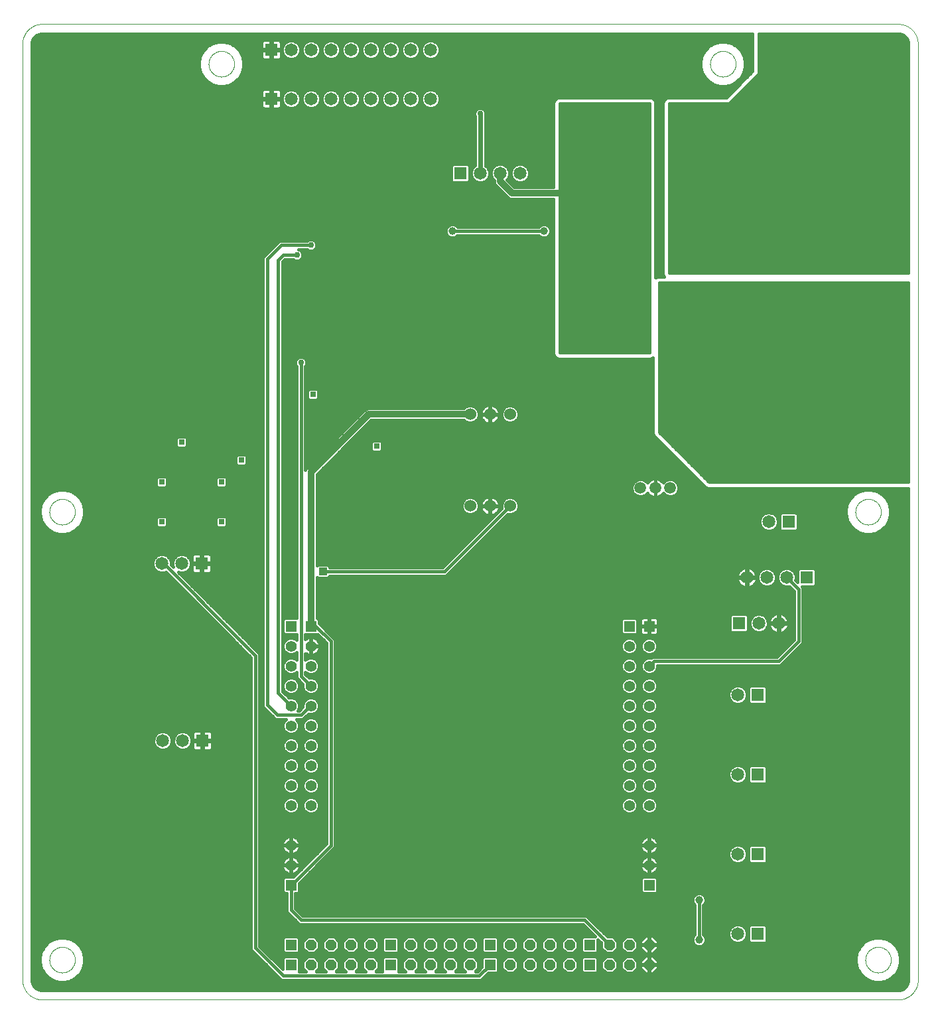
<source format=gbl>
G75*
%MOIN*%
%OFA0B0*%
%FSLAX25Y25*%
%IPPOS*%
%LPD*%
%AMOC8*
5,1,8,0,0,1.08239X$1,22.5*
%
%ADD10C,0.00000*%
%ADD11C,0.72000*%
%ADD12C,0.06000*%
%ADD13C,0.05543*%
%ADD14R,0.05543X0.05543*%
%ADD15OC8,0.05543*%
%ADD16C,0.06496*%
%ADD17R,0.06496X0.06496*%
%ADD18C,0.05906*%
%ADD19C,0.25000*%
%ADD20R,0.03962X0.03962*%
%ADD21C,0.01600*%
%ADD22C,0.03962*%
%ADD23C,0.03200*%
%ADD24C,0.02978*%
%ADD25C,0.02400*%
%ADD26R,0.02978X0.02978*%
D10*
X0021800Y0021800D02*
X0451800Y0021800D01*
X0452042Y0021803D01*
X0452283Y0021812D01*
X0452524Y0021826D01*
X0452765Y0021847D01*
X0453005Y0021873D01*
X0453245Y0021905D01*
X0453484Y0021943D01*
X0453721Y0021986D01*
X0453958Y0022036D01*
X0454193Y0022091D01*
X0454427Y0022151D01*
X0454659Y0022218D01*
X0454890Y0022289D01*
X0455119Y0022367D01*
X0455346Y0022450D01*
X0455571Y0022538D01*
X0455794Y0022632D01*
X0456014Y0022731D01*
X0456232Y0022836D01*
X0456447Y0022945D01*
X0456660Y0023060D01*
X0456870Y0023180D01*
X0457076Y0023305D01*
X0457280Y0023435D01*
X0457481Y0023570D01*
X0457678Y0023710D01*
X0457872Y0023854D01*
X0458062Y0024003D01*
X0458248Y0024157D01*
X0458431Y0024315D01*
X0458610Y0024477D01*
X0458785Y0024644D01*
X0458956Y0024815D01*
X0459123Y0024990D01*
X0459285Y0025169D01*
X0459443Y0025352D01*
X0459597Y0025538D01*
X0459746Y0025728D01*
X0459890Y0025922D01*
X0460030Y0026119D01*
X0460165Y0026320D01*
X0460295Y0026524D01*
X0460420Y0026730D01*
X0460540Y0026940D01*
X0460655Y0027153D01*
X0460764Y0027368D01*
X0460869Y0027586D01*
X0460968Y0027806D01*
X0461062Y0028029D01*
X0461150Y0028254D01*
X0461233Y0028481D01*
X0461311Y0028710D01*
X0461382Y0028941D01*
X0461449Y0029173D01*
X0461509Y0029407D01*
X0461564Y0029642D01*
X0461614Y0029879D01*
X0461657Y0030116D01*
X0461695Y0030355D01*
X0461727Y0030595D01*
X0461753Y0030835D01*
X0461774Y0031076D01*
X0461788Y0031317D01*
X0461797Y0031558D01*
X0461800Y0031800D01*
X0461800Y0501800D01*
X0461797Y0502042D01*
X0461788Y0502283D01*
X0461774Y0502524D01*
X0461753Y0502765D01*
X0461727Y0503005D01*
X0461695Y0503245D01*
X0461657Y0503484D01*
X0461614Y0503721D01*
X0461564Y0503958D01*
X0461509Y0504193D01*
X0461449Y0504427D01*
X0461382Y0504659D01*
X0461311Y0504890D01*
X0461233Y0505119D01*
X0461150Y0505346D01*
X0461062Y0505571D01*
X0460968Y0505794D01*
X0460869Y0506014D01*
X0460764Y0506232D01*
X0460655Y0506447D01*
X0460540Y0506660D01*
X0460420Y0506870D01*
X0460295Y0507076D01*
X0460165Y0507280D01*
X0460030Y0507481D01*
X0459890Y0507678D01*
X0459746Y0507872D01*
X0459597Y0508062D01*
X0459443Y0508248D01*
X0459285Y0508431D01*
X0459123Y0508610D01*
X0458956Y0508785D01*
X0458785Y0508956D01*
X0458610Y0509123D01*
X0458431Y0509285D01*
X0458248Y0509443D01*
X0458062Y0509597D01*
X0457872Y0509746D01*
X0457678Y0509890D01*
X0457481Y0510030D01*
X0457280Y0510165D01*
X0457076Y0510295D01*
X0456870Y0510420D01*
X0456660Y0510540D01*
X0456447Y0510655D01*
X0456232Y0510764D01*
X0456014Y0510869D01*
X0455794Y0510968D01*
X0455571Y0511062D01*
X0455346Y0511150D01*
X0455119Y0511233D01*
X0454890Y0511311D01*
X0454659Y0511382D01*
X0454427Y0511449D01*
X0454193Y0511509D01*
X0453958Y0511564D01*
X0453721Y0511614D01*
X0453484Y0511657D01*
X0453245Y0511695D01*
X0453005Y0511727D01*
X0452765Y0511753D01*
X0452524Y0511774D01*
X0452283Y0511788D01*
X0452042Y0511797D01*
X0451800Y0511800D01*
X0021800Y0511800D01*
X0021558Y0511797D01*
X0021317Y0511788D01*
X0021076Y0511774D01*
X0020835Y0511753D01*
X0020595Y0511727D01*
X0020355Y0511695D01*
X0020116Y0511657D01*
X0019879Y0511614D01*
X0019642Y0511564D01*
X0019407Y0511509D01*
X0019173Y0511449D01*
X0018941Y0511382D01*
X0018710Y0511311D01*
X0018481Y0511233D01*
X0018254Y0511150D01*
X0018029Y0511062D01*
X0017806Y0510968D01*
X0017586Y0510869D01*
X0017368Y0510764D01*
X0017153Y0510655D01*
X0016940Y0510540D01*
X0016730Y0510420D01*
X0016524Y0510295D01*
X0016320Y0510165D01*
X0016119Y0510030D01*
X0015922Y0509890D01*
X0015728Y0509746D01*
X0015538Y0509597D01*
X0015352Y0509443D01*
X0015169Y0509285D01*
X0014990Y0509123D01*
X0014815Y0508956D01*
X0014644Y0508785D01*
X0014477Y0508610D01*
X0014315Y0508431D01*
X0014157Y0508248D01*
X0014003Y0508062D01*
X0013854Y0507872D01*
X0013710Y0507678D01*
X0013570Y0507481D01*
X0013435Y0507280D01*
X0013305Y0507076D01*
X0013180Y0506870D01*
X0013060Y0506660D01*
X0012945Y0506447D01*
X0012836Y0506232D01*
X0012731Y0506014D01*
X0012632Y0505794D01*
X0012538Y0505571D01*
X0012450Y0505346D01*
X0012367Y0505119D01*
X0012289Y0504890D01*
X0012218Y0504659D01*
X0012151Y0504427D01*
X0012091Y0504193D01*
X0012036Y0503958D01*
X0011986Y0503721D01*
X0011943Y0503484D01*
X0011905Y0503245D01*
X0011873Y0503005D01*
X0011847Y0502765D01*
X0011826Y0502524D01*
X0011812Y0502283D01*
X0011803Y0502042D01*
X0011800Y0501800D01*
X0011800Y0031800D01*
X0011803Y0031558D01*
X0011812Y0031317D01*
X0011826Y0031076D01*
X0011847Y0030835D01*
X0011873Y0030595D01*
X0011905Y0030355D01*
X0011943Y0030116D01*
X0011986Y0029879D01*
X0012036Y0029642D01*
X0012091Y0029407D01*
X0012151Y0029173D01*
X0012218Y0028941D01*
X0012289Y0028710D01*
X0012367Y0028481D01*
X0012450Y0028254D01*
X0012538Y0028029D01*
X0012632Y0027806D01*
X0012731Y0027586D01*
X0012836Y0027368D01*
X0012945Y0027153D01*
X0013060Y0026940D01*
X0013180Y0026730D01*
X0013305Y0026524D01*
X0013435Y0026320D01*
X0013570Y0026119D01*
X0013710Y0025922D01*
X0013854Y0025728D01*
X0014003Y0025538D01*
X0014157Y0025352D01*
X0014315Y0025169D01*
X0014477Y0024990D01*
X0014644Y0024815D01*
X0014815Y0024644D01*
X0014990Y0024477D01*
X0015169Y0024315D01*
X0015352Y0024157D01*
X0015538Y0024003D01*
X0015728Y0023854D01*
X0015922Y0023710D01*
X0016119Y0023570D01*
X0016320Y0023435D01*
X0016524Y0023305D01*
X0016730Y0023180D01*
X0016940Y0023060D01*
X0017153Y0022945D01*
X0017368Y0022836D01*
X0017586Y0022731D01*
X0017806Y0022632D01*
X0018029Y0022538D01*
X0018254Y0022450D01*
X0018481Y0022367D01*
X0018710Y0022289D01*
X0018941Y0022218D01*
X0019173Y0022151D01*
X0019407Y0022091D01*
X0019642Y0022036D01*
X0019879Y0021986D01*
X0020116Y0021943D01*
X0020355Y0021905D01*
X0020595Y0021873D01*
X0020835Y0021847D01*
X0021076Y0021826D01*
X0021317Y0021812D01*
X0021558Y0021803D01*
X0021800Y0021800D01*
X0025375Y0041800D02*
X0025377Y0041960D01*
X0025383Y0042120D01*
X0025393Y0042280D01*
X0025407Y0042440D01*
X0025425Y0042599D01*
X0025447Y0042758D01*
X0025473Y0042916D01*
X0025502Y0043073D01*
X0025536Y0043230D01*
X0025574Y0043385D01*
X0025615Y0043540D01*
X0025660Y0043694D01*
X0025710Y0043846D01*
X0025762Y0043997D01*
X0025819Y0044147D01*
X0025880Y0044296D01*
X0025944Y0044443D01*
X0026011Y0044588D01*
X0026083Y0044731D01*
X0026157Y0044873D01*
X0026236Y0045013D01*
X0026318Y0045150D01*
X0026403Y0045286D01*
X0026491Y0045419D01*
X0026583Y0045551D01*
X0026678Y0045679D01*
X0026777Y0045806D01*
X0026878Y0045930D01*
X0026983Y0046051D01*
X0027090Y0046170D01*
X0027201Y0046286D01*
X0027314Y0046399D01*
X0027430Y0046510D01*
X0027549Y0046617D01*
X0027670Y0046722D01*
X0027794Y0046823D01*
X0027921Y0046922D01*
X0028049Y0047017D01*
X0028181Y0047109D01*
X0028314Y0047197D01*
X0028450Y0047282D01*
X0028588Y0047364D01*
X0028727Y0047443D01*
X0028869Y0047517D01*
X0029012Y0047589D01*
X0029157Y0047656D01*
X0029304Y0047720D01*
X0029453Y0047781D01*
X0029603Y0047838D01*
X0029754Y0047890D01*
X0029906Y0047940D01*
X0030060Y0047985D01*
X0030215Y0048026D01*
X0030370Y0048064D01*
X0030527Y0048098D01*
X0030684Y0048127D01*
X0030842Y0048153D01*
X0031001Y0048175D01*
X0031160Y0048193D01*
X0031320Y0048207D01*
X0031480Y0048217D01*
X0031640Y0048223D01*
X0031800Y0048225D01*
X0031960Y0048223D01*
X0032120Y0048217D01*
X0032280Y0048207D01*
X0032440Y0048193D01*
X0032599Y0048175D01*
X0032758Y0048153D01*
X0032916Y0048127D01*
X0033073Y0048098D01*
X0033230Y0048064D01*
X0033385Y0048026D01*
X0033540Y0047985D01*
X0033694Y0047940D01*
X0033846Y0047890D01*
X0033997Y0047838D01*
X0034147Y0047781D01*
X0034296Y0047720D01*
X0034443Y0047656D01*
X0034588Y0047589D01*
X0034731Y0047517D01*
X0034873Y0047443D01*
X0035013Y0047364D01*
X0035150Y0047282D01*
X0035286Y0047197D01*
X0035419Y0047109D01*
X0035551Y0047017D01*
X0035679Y0046922D01*
X0035806Y0046823D01*
X0035930Y0046722D01*
X0036051Y0046617D01*
X0036170Y0046510D01*
X0036286Y0046399D01*
X0036399Y0046286D01*
X0036510Y0046170D01*
X0036617Y0046051D01*
X0036722Y0045930D01*
X0036823Y0045806D01*
X0036922Y0045679D01*
X0037017Y0045551D01*
X0037109Y0045419D01*
X0037197Y0045286D01*
X0037282Y0045150D01*
X0037364Y0045012D01*
X0037443Y0044873D01*
X0037517Y0044731D01*
X0037589Y0044588D01*
X0037656Y0044443D01*
X0037720Y0044296D01*
X0037781Y0044147D01*
X0037838Y0043997D01*
X0037890Y0043846D01*
X0037940Y0043694D01*
X0037985Y0043540D01*
X0038026Y0043385D01*
X0038064Y0043230D01*
X0038098Y0043073D01*
X0038127Y0042916D01*
X0038153Y0042758D01*
X0038175Y0042599D01*
X0038193Y0042440D01*
X0038207Y0042280D01*
X0038217Y0042120D01*
X0038223Y0041960D01*
X0038225Y0041800D01*
X0038223Y0041640D01*
X0038217Y0041480D01*
X0038207Y0041320D01*
X0038193Y0041160D01*
X0038175Y0041001D01*
X0038153Y0040842D01*
X0038127Y0040684D01*
X0038098Y0040527D01*
X0038064Y0040370D01*
X0038026Y0040215D01*
X0037985Y0040060D01*
X0037940Y0039906D01*
X0037890Y0039754D01*
X0037838Y0039603D01*
X0037781Y0039453D01*
X0037720Y0039304D01*
X0037656Y0039157D01*
X0037589Y0039012D01*
X0037517Y0038869D01*
X0037443Y0038727D01*
X0037364Y0038587D01*
X0037282Y0038450D01*
X0037197Y0038314D01*
X0037109Y0038181D01*
X0037017Y0038049D01*
X0036922Y0037921D01*
X0036823Y0037794D01*
X0036722Y0037670D01*
X0036617Y0037549D01*
X0036510Y0037430D01*
X0036399Y0037314D01*
X0036286Y0037201D01*
X0036170Y0037090D01*
X0036051Y0036983D01*
X0035930Y0036878D01*
X0035806Y0036777D01*
X0035679Y0036678D01*
X0035551Y0036583D01*
X0035419Y0036491D01*
X0035286Y0036403D01*
X0035150Y0036318D01*
X0035012Y0036236D01*
X0034873Y0036157D01*
X0034731Y0036083D01*
X0034588Y0036011D01*
X0034443Y0035944D01*
X0034296Y0035880D01*
X0034147Y0035819D01*
X0033997Y0035762D01*
X0033846Y0035710D01*
X0033694Y0035660D01*
X0033540Y0035615D01*
X0033385Y0035574D01*
X0033230Y0035536D01*
X0033073Y0035502D01*
X0032916Y0035473D01*
X0032758Y0035447D01*
X0032599Y0035425D01*
X0032440Y0035407D01*
X0032280Y0035393D01*
X0032120Y0035383D01*
X0031960Y0035377D01*
X0031800Y0035375D01*
X0031640Y0035377D01*
X0031480Y0035383D01*
X0031320Y0035393D01*
X0031160Y0035407D01*
X0031001Y0035425D01*
X0030842Y0035447D01*
X0030684Y0035473D01*
X0030527Y0035502D01*
X0030370Y0035536D01*
X0030215Y0035574D01*
X0030060Y0035615D01*
X0029906Y0035660D01*
X0029754Y0035710D01*
X0029603Y0035762D01*
X0029453Y0035819D01*
X0029304Y0035880D01*
X0029157Y0035944D01*
X0029012Y0036011D01*
X0028869Y0036083D01*
X0028727Y0036157D01*
X0028587Y0036236D01*
X0028450Y0036318D01*
X0028314Y0036403D01*
X0028181Y0036491D01*
X0028049Y0036583D01*
X0027921Y0036678D01*
X0027794Y0036777D01*
X0027670Y0036878D01*
X0027549Y0036983D01*
X0027430Y0037090D01*
X0027314Y0037201D01*
X0027201Y0037314D01*
X0027090Y0037430D01*
X0026983Y0037549D01*
X0026878Y0037670D01*
X0026777Y0037794D01*
X0026678Y0037921D01*
X0026583Y0038049D01*
X0026491Y0038181D01*
X0026403Y0038314D01*
X0026318Y0038450D01*
X0026236Y0038588D01*
X0026157Y0038727D01*
X0026083Y0038869D01*
X0026011Y0039012D01*
X0025944Y0039157D01*
X0025880Y0039304D01*
X0025819Y0039453D01*
X0025762Y0039603D01*
X0025710Y0039754D01*
X0025660Y0039906D01*
X0025615Y0040060D01*
X0025574Y0040215D01*
X0025536Y0040370D01*
X0025502Y0040527D01*
X0025473Y0040684D01*
X0025447Y0040842D01*
X0025425Y0041001D01*
X0025407Y0041160D01*
X0025393Y0041320D01*
X0025383Y0041480D01*
X0025377Y0041640D01*
X0025375Y0041800D01*
X0025375Y0266800D02*
X0025377Y0266960D01*
X0025383Y0267120D01*
X0025393Y0267280D01*
X0025407Y0267440D01*
X0025425Y0267599D01*
X0025447Y0267758D01*
X0025473Y0267916D01*
X0025502Y0268073D01*
X0025536Y0268230D01*
X0025574Y0268385D01*
X0025615Y0268540D01*
X0025660Y0268694D01*
X0025710Y0268846D01*
X0025762Y0268997D01*
X0025819Y0269147D01*
X0025880Y0269296D01*
X0025944Y0269443D01*
X0026011Y0269588D01*
X0026083Y0269731D01*
X0026157Y0269873D01*
X0026236Y0270013D01*
X0026318Y0270150D01*
X0026403Y0270286D01*
X0026491Y0270419D01*
X0026583Y0270551D01*
X0026678Y0270679D01*
X0026777Y0270806D01*
X0026878Y0270930D01*
X0026983Y0271051D01*
X0027090Y0271170D01*
X0027201Y0271286D01*
X0027314Y0271399D01*
X0027430Y0271510D01*
X0027549Y0271617D01*
X0027670Y0271722D01*
X0027794Y0271823D01*
X0027921Y0271922D01*
X0028049Y0272017D01*
X0028181Y0272109D01*
X0028314Y0272197D01*
X0028450Y0272282D01*
X0028588Y0272364D01*
X0028727Y0272443D01*
X0028869Y0272517D01*
X0029012Y0272589D01*
X0029157Y0272656D01*
X0029304Y0272720D01*
X0029453Y0272781D01*
X0029603Y0272838D01*
X0029754Y0272890D01*
X0029906Y0272940D01*
X0030060Y0272985D01*
X0030215Y0273026D01*
X0030370Y0273064D01*
X0030527Y0273098D01*
X0030684Y0273127D01*
X0030842Y0273153D01*
X0031001Y0273175D01*
X0031160Y0273193D01*
X0031320Y0273207D01*
X0031480Y0273217D01*
X0031640Y0273223D01*
X0031800Y0273225D01*
X0031960Y0273223D01*
X0032120Y0273217D01*
X0032280Y0273207D01*
X0032440Y0273193D01*
X0032599Y0273175D01*
X0032758Y0273153D01*
X0032916Y0273127D01*
X0033073Y0273098D01*
X0033230Y0273064D01*
X0033385Y0273026D01*
X0033540Y0272985D01*
X0033694Y0272940D01*
X0033846Y0272890D01*
X0033997Y0272838D01*
X0034147Y0272781D01*
X0034296Y0272720D01*
X0034443Y0272656D01*
X0034588Y0272589D01*
X0034731Y0272517D01*
X0034873Y0272443D01*
X0035013Y0272364D01*
X0035150Y0272282D01*
X0035286Y0272197D01*
X0035419Y0272109D01*
X0035551Y0272017D01*
X0035679Y0271922D01*
X0035806Y0271823D01*
X0035930Y0271722D01*
X0036051Y0271617D01*
X0036170Y0271510D01*
X0036286Y0271399D01*
X0036399Y0271286D01*
X0036510Y0271170D01*
X0036617Y0271051D01*
X0036722Y0270930D01*
X0036823Y0270806D01*
X0036922Y0270679D01*
X0037017Y0270551D01*
X0037109Y0270419D01*
X0037197Y0270286D01*
X0037282Y0270150D01*
X0037364Y0270012D01*
X0037443Y0269873D01*
X0037517Y0269731D01*
X0037589Y0269588D01*
X0037656Y0269443D01*
X0037720Y0269296D01*
X0037781Y0269147D01*
X0037838Y0268997D01*
X0037890Y0268846D01*
X0037940Y0268694D01*
X0037985Y0268540D01*
X0038026Y0268385D01*
X0038064Y0268230D01*
X0038098Y0268073D01*
X0038127Y0267916D01*
X0038153Y0267758D01*
X0038175Y0267599D01*
X0038193Y0267440D01*
X0038207Y0267280D01*
X0038217Y0267120D01*
X0038223Y0266960D01*
X0038225Y0266800D01*
X0038223Y0266640D01*
X0038217Y0266480D01*
X0038207Y0266320D01*
X0038193Y0266160D01*
X0038175Y0266001D01*
X0038153Y0265842D01*
X0038127Y0265684D01*
X0038098Y0265527D01*
X0038064Y0265370D01*
X0038026Y0265215D01*
X0037985Y0265060D01*
X0037940Y0264906D01*
X0037890Y0264754D01*
X0037838Y0264603D01*
X0037781Y0264453D01*
X0037720Y0264304D01*
X0037656Y0264157D01*
X0037589Y0264012D01*
X0037517Y0263869D01*
X0037443Y0263727D01*
X0037364Y0263587D01*
X0037282Y0263450D01*
X0037197Y0263314D01*
X0037109Y0263181D01*
X0037017Y0263049D01*
X0036922Y0262921D01*
X0036823Y0262794D01*
X0036722Y0262670D01*
X0036617Y0262549D01*
X0036510Y0262430D01*
X0036399Y0262314D01*
X0036286Y0262201D01*
X0036170Y0262090D01*
X0036051Y0261983D01*
X0035930Y0261878D01*
X0035806Y0261777D01*
X0035679Y0261678D01*
X0035551Y0261583D01*
X0035419Y0261491D01*
X0035286Y0261403D01*
X0035150Y0261318D01*
X0035012Y0261236D01*
X0034873Y0261157D01*
X0034731Y0261083D01*
X0034588Y0261011D01*
X0034443Y0260944D01*
X0034296Y0260880D01*
X0034147Y0260819D01*
X0033997Y0260762D01*
X0033846Y0260710D01*
X0033694Y0260660D01*
X0033540Y0260615D01*
X0033385Y0260574D01*
X0033230Y0260536D01*
X0033073Y0260502D01*
X0032916Y0260473D01*
X0032758Y0260447D01*
X0032599Y0260425D01*
X0032440Y0260407D01*
X0032280Y0260393D01*
X0032120Y0260383D01*
X0031960Y0260377D01*
X0031800Y0260375D01*
X0031640Y0260377D01*
X0031480Y0260383D01*
X0031320Y0260393D01*
X0031160Y0260407D01*
X0031001Y0260425D01*
X0030842Y0260447D01*
X0030684Y0260473D01*
X0030527Y0260502D01*
X0030370Y0260536D01*
X0030215Y0260574D01*
X0030060Y0260615D01*
X0029906Y0260660D01*
X0029754Y0260710D01*
X0029603Y0260762D01*
X0029453Y0260819D01*
X0029304Y0260880D01*
X0029157Y0260944D01*
X0029012Y0261011D01*
X0028869Y0261083D01*
X0028727Y0261157D01*
X0028587Y0261236D01*
X0028450Y0261318D01*
X0028314Y0261403D01*
X0028181Y0261491D01*
X0028049Y0261583D01*
X0027921Y0261678D01*
X0027794Y0261777D01*
X0027670Y0261878D01*
X0027549Y0261983D01*
X0027430Y0262090D01*
X0027314Y0262201D01*
X0027201Y0262314D01*
X0027090Y0262430D01*
X0026983Y0262549D01*
X0026878Y0262670D01*
X0026777Y0262794D01*
X0026678Y0262921D01*
X0026583Y0263049D01*
X0026491Y0263181D01*
X0026403Y0263314D01*
X0026318Y0263450D01*
X0026236Y0263588D01*
X0026157Y0263727D01*
X0026083Y0263869D01*
X0026011Y0264012D01*
X0025944Y0264157D01*
X0025880Y0264304D01*
X0025819Y0264453D01*
X0025762Y0264603D01*
X0025710Y0264754D01*
X0025660Y0264906D01*
X0025615Y0265060D01*
X0025574Y0265215D01*
X0025536Y0265370D01*
X0025502Y0265527D01*
X0025473Y0265684D01*
X0025447Y0265842D01*
X0025425Y0266001D01*
X0025407Y0266160D01*
X0025393Y0266320D01*
X0025383Y0266480D01*
X0025377Y0266640D01*
X0025375Y0266800D01*
X0105375Y0491800D02*
X0105377Y0491960D01*
X0105383Y0492120D01*
X0105393Y0492280D01*
X0105407Y0492440D01*
X0105425Y0492599D01*
X0105447Y0492758D01*
X0105473Y0492916D01*
X0105502Y0493073D01*
X0105536Y0493230D01*
X0105574Y0493385D01*
X0105615Y0493540D01*
X0105660Y0493694D01*
X0105710Y0493846D01*
X0105762Y0493997D01*
X0105819Y0494147D01*
X0105880Y0494296D01*
X0105944Y0494443D01*
X0106011Y0494588D01*
X0106083Y0494731D01*
X0106157Y0494873D01*
X0106236Y0495013D01*
X0106318Y0495150D01*
X0106403Y0495286D01*
X0106491Y0495419D01*
X0106583Y0495551D01*
X0106678Y0495679D01*
X0106777Y0495806D01*
X0106878Y0495930D01*
X0106983Y0496051D01*
X0107090Y0496170D01*
X0107201Y0496286D01*
X0107314Y0496399D01*
X0107430Y0496510D01*
X0107549Y0496617D01*
X0107670Y0496722D01*
X0107794Y0496823D01*
X0107921Y0496922D01*
X0108049Y0497017D01*
X0108181Y0497109D01*
X0108314Y0497197D01*
X0108450Y0497282D01*
X0108588Y0497364D01*
X0108727Y0497443D01*
X0108869Y0497517D01*
X0109012Y0497589D01*
X0109157Y0497656D01*
X0109304Y0497720D01*
X0109453Y0497781D01*
X0109603Y0497838D01*
X0109754Y0497890D01*
X0109906Y0497940D01*
X0110060Y0497985D01*
X0110215Y0498026D01*
X0110370Y0498064D01*
X0110527Y0498098D01*
X0110684Y0498127D01*
X0110842Y0498153D01*
X0111001Y0498175D01*
X0111160Y0498193D01*
X0111320Y0498207D01*
X0111480Y0498217D01*
X0111640Y0498223D01*
X0111800Y0498225D01*
X0111960Y0498223D01*
X0112120Y0498217D01*
X0112280Y0498207D01*
X0112440Y0498193D01*
X0112599Y0498175D01*
X0112758Y0498153D01*
X0112916Y0498127D01*
X0113073Y0498098D01*
X0113230Y0498064D01*
X0113385Y0498026D01*
X0113540Y0497985D01*
X0113694Y0497940D01*
X0113846Y0497890D01*
X0113997Y0497838D01*
X0114147Y0497781D01*
X0114296Y0497720D01*
X0114443Y0497656D01*
X0114588Y0497589D01*
X0114731Y0497517D01*
X0114873Y0497443D01*
X0115013Y0497364D01*
X0115150Y0497282D01*
X0115286Y0497197D01*
X0115419Y0497109D01*
X0115551Y0497017D01*
X0115679Y0496922D01*
X0115806Y0496823D01*
X0115930Y0496722D01*
X0116051Y0496617D01*
X0116170Y0496510D01*
X0116286Y0496399D01*
X0116399Y0496286D01*
X0116510Y0496170D01*
X0116617Y0496051D01*
X0116722Y0495930D01*
X0116823Y0495806D01*
X0116922Y0495679D01*
X0117017Y0495551D01*
X0117109Y0495419D01*
X0117197Y0495286D01*
X0117282Y0495150D01*
X0117364Y0495012D01*
X0117443Y0494873D01*
X0117517Y0494731D01*
X0117589Y0494588D01*
X0117656Y0494443D01*
X0117720Y0494296D01*
X0117781Y0494147D01*
X0117838Y0493997D01*
X0117890Y0493846D01*
X0117940Y0493694D01*
X0117985Y0493540D01*
X0118026Y0493385D01*
X0118064Y0493230D01*
X0118098Y0493073D01*
X0118127Y0492916D01*
X0118153Y0492758D01*
X0118175Y0492599D01*
X0118193Y0492440D01*
X0118207Y0492280D01*
X0118217Y0492120D01*
X0118223Y0491960D01*
X0118225Y0491800D01*
X0118223Y0491640D01*
X0118217Y0491480D01*
X0118207Y0491320D01*
X0118193Y0491160D01*
X0118175Y0491001D01*
X0118153Y0490842D01*
X0118127Y0490684D01*
X0118098Y0490527D01*
X0118064Y0490370D01*
X0118026Y0490215D01*
X0117985Y0490060D01*
X0117940Y0489906D01*
X0117890Y0489754D01*
X0117838Y0489603D01*
X0117781Y0489453D01*
X0117720Y0489304D01*
X0117656Y0489157D01*
X0117589Y0489012D01*
X0117517Y0488869D01*
X0117443Y0488727D01*
X0117364Y0488587D01*
X0117282Y0488450D01*
X0117197Y0488314D01*
X0117109Y0488181D01*
X0117017Y0488049D01*
X0116922Y0487921D01*
X0116823Y0487794D01*
X0116722Y0487670D01*
X0116617Y0487549D01*
X0116510Y0487430D01*
X0116399Y0487314D01*
X0116286Y0487201D01*
X0116170Y0487090D01*
X0116051Y0486983D01*
X0115930Y0486878D01*
X0115806Y0486777D01*
X0115679Y0486678D01*
X0115551Y0486583D01*
X0115419Y0486491D01*
X0115286Y0486403D01*
X0115150Y0486318D01*
X0115012Y0486236D01*
X0114873Y0486157D01*
X0114731Y0486083D01*
X0114588Y0486011D01*
X0114443Y0485944D01*
X0114296Y0485880D01*
X0114147Y0485819D01*
X0113997Y0485762D01*
X0113846Y0485710D01*
X0113694Y0485660D01*
X0113540Y0485615D01*
X0113385Y0485574D01*
X0113230Y0485536D01*
X0113073Y0485502D01*
X0112916Y0485473D01*
X0112758Y0485447D01*
X0112599Y0485425D01*
X0112440Y0485407D01*
X0112280Y0485393D01*
X0112120Y0485383D01*
X0111960Y0485377D01*
X0111800Y0485375D01*
X0111640Y0485377D01*
X0111480Y0485383D01*
X0111320Y0485393D01*
X0111160Y0485407D01*
X0111001Y0485425D01*
X0110842Y0485447D01*
X0110684Y0485473D01*
X0110527Y0485502D01*
X0110370Y0485536D01*
X0110215Y0485574D01*
X0110060Y0485615D01*
X0109906Y0485660D01*
X0109754Y0485710D01*
X0109603Y0485762D01*
X0109453Y0485819D01*
X0109304Y0485880D01*
X0109157Y0485944D01*
X0109012Y0486011D01*
X0108869Y0486083D01*
X0108727Y0486157D01*
X0108587Y0486236D01*
X0108450Y0486318D01*
X0108314Y0486403D01*
X0108181Y0486491D01*
X0108049Y0486583D01*
X0107921Y0486678D01*
X0107794Y0486777D01*
X0107670Y0486878D01*
X0107549Y0486983D01*
X0107430Y0487090D01*
X0107314Y0487201D01*
X0107201Y0487314D01*
X0107090Y0487430D01*
X0106983Y0487549D01*
X0106878Y0487670D01*
X0106777Y0487794D01*
X0106678Y0487921D01*
X0106583Y0488049D01*
X0106491Y0488181D01*
X0106403Y0488314D01*
X0106318Y0488450D01*
X0106236Y0488588D01*
X0106157Y0488727D01*
X0106083Y0488869D01*
X0106011Y0489012D01*
X0105944Y0489157D01*
X0105880Y0489304D01*
X0105819Y0489453D01*
X0105762Y0489603D01*
X0105710Y0489754D01*
X0105660Y0489906D01*
X0105615Y0490060D01*
X0105574Y0490215D01*
X0105536Y0490370D01*
X0105502Y0490527D01*
X0105473Y0490684D01*
X0105447Y0490842D01*
X0105425Y0491001D01*
X0105407Y0491160D01*
X0105393Y0491320D01*
X0105383Y0491480D01*
X0105377Y0491640D01*
X0105375Y0491800D01*
X0357375Y0491800D02*
X0357377Y0491960D01*
X0357383Y0492120D01*
X0357393Y0492280D01*
X0357407Y0492440D01*
X0357425Y0492599D01*
X0357447Y0492758D01*
X0357473Y0492916D01*
X0357502Y0493073D01*
X0357536Y0493230D01*
X0357574Y0493385D01*
X0357615Y0493540D01*
X0357660Y0493694D01*
X0357710Y0493846D01*
X0357762Y0493997D01*
X0357819Y0494147D01*
X0357880Y0494296D01*
X0357944Y0494443D01*
X0358011Y0494588D01*
X0358083Y0494731D01*
X0358157Y0494873D01*
X0358236Y0495013D01*
X0358318Y0495150D01*
X0358403Y0495286D01*
X0358491Y0495419D01*
X0358583Y0495551D01*
X0358678Y0495679D01*
X0358777Y0495806D01*
X0358878Y0495930D01*
X0358983Y0496051D01*
X0359090Y0496170D01*
X0359201Y0496286D01*
X0359314Y0496399D01*
X0359430Y0496510D01*
X0359549Y0496617D01*
X0359670Y0496722D01*
X0359794Y0496823D01*
X0359921Y0496922D01*
X0360049Y0497017D01*
X0360181Y0497109D01*
X0360314Y0497197D01*
X0360450Y0497282D01*
X0360588Y0497364D01*
X0360727Y0497443D01*
X0360869Y0497517D01*
X0361012Y0497589D01*
X0361157Y0497656D01*
X0361304Y0497720D01*
X0361453Y0497781D01*
X0361603Y0497838D01*
X0361754Y0497890D01*
X0361906Y0497940D01*
X0362060Y0497985D01*
X0362215Y0498026D01*
X0362370Y0498064D01*
X0362527Y0498098D01*
X0362684Y0498127D01*
X0362842Y0498153D01*
X0363001Y0498175D01*
X0363160Y0498193D01*
X0363320Y0498207D01*
X0363480Y0498217D01*
X0363640Y0498223D01*
X0363800Y0498225D01*
X0363960Y0498223D01*
X0364120Y0498217D01*
X0364280Y0498207D01*
X0364440Y0498193D01*
X0364599Y0498175D01*
X0364758Y0498153D01*
X0364916Y0498127D01*
X0365073Y0498098D01*
X0365230Y0498064D01*
X0365385Y0498026D01*
X0365540Y0497985D01*
X0365694Y0497940D01*
X0365846Y0497890D01*
X0365997Y0497838D01*
X0366147Y0497781D01*
X0366296Y0497720D01*
X0366443Y0497656D01*
X0366588Y0497589D01*
X0366731Y0497517D01*
X0366873Y0497443D01*
X0367013Y0497364D01*
X0367150Y0497282D01*
X0367286Y0497197D01*
X0367419Y0497109D01*
X0367551Y0497017D01*
X0367679Y0496922D01*
X0367806Y0496823D01*
X0367930Y0496722D01*
X0368051Y0496617D01*
X0368170Y0496510D01*
X0368286Y0496399D01*
X0368399Y0496286D01*
X0368510Y0496170D01*
X0368617Y0496051D01*
X0368722Y0495930D01*
X0368823Y0495806D01*
X0368922Y0495679D01*
X0369017Y0495551D01*
X0369109Y0495419D01*
X0369197Y0495286D01*
X0369282Y0495150D01*
X0369364Y0495012D01*
X0369443Y0494873D01*
X0369517Y0494731D01*
X0369589Y0494588D01*
X0369656Y0494443D01*
X0369720Y0494296D01*
X0369781Y0494147D01*
X0369838Y0493997D01*
X0369890Y0493846D01*
X0369940Y0493694D01*
X0369985Y0493540D01*
X0370026Y0493385D01*
X0370064Y0493230D01*
X0370098Y0493073D01*
X0370127Y0492916D01*
X0370153Y0492758D01*
X0370175Y0492599D01*
X0370193Y0492440D01*
X0370207Y0492280D01*
X0370217Y0492120D01*
X0370223Y0491960D01*
X0370225Y0491800D01*
X0370223Y0491640D01*
X0370217Y0491480D01*
X0370207Y0491320D01*
X0370193Y0491160D01*
X0370175Y0491001D01*
X0370153Y0490842D01*
X0370127Y0490684D01*
X0370098Y0490527D01*
X0370064Y0490370D01*
X0370026Y0490215D01*
X0369985Y0490060D01*
X0369940Y0489906D01*
X0369890Y0489754D01*
X0369838Y0489603D01*
X0369781Y0489453D01*
X0369720Y0489304D01*
X0369656Y0489157D01*
X0369589Y0489012D01*
X0369517Y0488869D01*
X0369443Y0488727D01*
X0369364Y0488587D01*
X0369282Y0488450D01*
X0369197Y0488314D01*
X0369109Y0488181D01*
X0369017Y0488049D01*
X0368922Y0487921D01*
X0368823Y0487794D01*
X0368722Y0487670D01*
X0368617Y0487549D01*
X0368510Y0487430D01*
X0368399Y0487314D01*
X0368286Y0487201D01*
X0368170Y0487090D01*
X0368051Y0486983D01*
X0367930Y0486878D01*
X0367806Y0486777D01*
X0367679Y0486678D01*
X0367551Y0486583D01*
X0367419Y0486491D01*
X0367286Y0486403D01*
X0367150Y0486318D01*
X0367012Y0486236D01*
X0366873Y0486157D01*
X0366731Y0486083D01*
X0366588Y0486011D01*
X0366443Y0485944D01*
X0366296Y0485880D01*
X0366147Y0485819D01*
X0365997Y0485762D01*
X0365846Y0485710D01*
X0365694Y0485660D01*
X0365540Y0485615D01*
X0365385Y0485574D01*
X0365230Y0485536D01*
X0365073Y0485502D01*
X0364916Y0485473D01*
X0364758Y0485447D01*
X0364599Y0485425D01*
X0364440Y0485407D01*
X0364280Y0485393D01*
X0364120Y0485383D01*
X0363960Y0485377D01*
X0363800Y0485375D01*
X0363640Y0485377D01*
X0363480Y0485383D01*
X0363320Y0485393D01*
X0363160Y0485407D01*
X0363001Y0485425D01*
X0362842Y0485447D01*
X0362684Y0485473D01*
X0362527Y0485502D01*
X0362370Y0485536D01*
X0362215Y0485574D01*
X0362060Y0485615D01*
X0361906Y0485660D01*
X0361754Y0485710D01*
X0361603Y0485762D01*
X0361453Y0485819D01*
X0361304Y0485880D01*
X0361157Y0485944D01*
X0361012Y0486011D01*
X0360869Y0486083D01*
X0360727Y0486157D01*
X0360587Y0486236D01*
X0360450Y0486318D01*
X0360314Y0486403D01*
X0360181Y0486491D01*
X0360049Y0486583D01*
X0359921Y0486678D01*
X0359794Y0486777D01*
X0359670Y0486878D01*
X0359549Y0486983D01*
X0359430Y0487090D01*
X0359314Y0487201D01*
X0359201Y0487314D01*
X0359090Y0487430D01*
X0358983Y0487549D01*
X0358878Y0487670D01*
X0358777Y0487794D01*
X0358678Y0487921D01*
X0358583Y0488049D01*
X0358491Y0488181D01*
X0358403Y0488314D01*
X0358318Y0488450D01*
X0358236Y0488588D01*
X0358157Y0488727D01*
X0358083Y0488869D01*
X0358011Y0489012D01*
X0357944Y0489157D01*
X0357880Y0489304D01*
X0357819Y0489453D01*
X0357762Y0489603D01*
X0357710Y0489754D01*
X0357660Y0489906D01*
X0357615Y0490060D01*
X0357574Y0490215D01*
X0357536Y0490370D01*
X0357502Y0490527D01*
X0357473Y0490684D01*
X0357447Y0490842D01*
X0357425Y0491001D01*
X0357407Y0491160D01*
X0357393Y0491320D01*
X0357383Y0491480D01*
X0357377Y0491640D01*
X0357375Y0491800D01*
X0430375Y0266800D02*
X0430377Y0266960D01*
X0430383Y0267120D01*
X0430393Y0267280D01*
X0430407Y0267440D01*
X0430425Y0267599D01*
X0430447Y0267758D01*
X0430473Y0267916D01*
X0430502Y0268073D01*
X0430536Y0268230D01*
X0430574Y0268385D01*
X0430615Y0268540D01*
X0430660Y0268694D01*
X0430710Y0268846D01*
X0430762Y0268997D01*
X0430819Y0269147D01*
X0430880Y0269296D01*
X0430944Y0269443D01*
X0431011Y0269588D01*
X0431083Y0269731D01*
X0431157Y0269873D01*
X0431236Y0270013D01*
X0431318Y0270150D01*
X0431403Y0270286D01*
X0431491Y0270419D01*
X0431583Y0270551D01*
X0431678Y0270679D01*
X0431777Y0270806D01*
X0431878Y0270930D01*
X0431983Y0271051D01*
X0432090Y0271170D01*
X0432201Y0271286D01*
X0432314Y0271399D01*
X0432430Y0271510D01*
X0432549Y0271617D01*
X0432670Y0271722D01*
X0432794Y0271823D01*
X0432921Y0271922D01*
X0433049Y0272017D01*
X0433181Y0272109D01*
X0433314Y0272197D01*
X0433450Y0272282D01*
X0433588Y0272364D01*
X0433727Y0272443D01*
X0433869Y0272517D01*
X0434012Y0272589D01*
X0434157Y0272656D01*
X0434304Y0272720D01*
X0434453Y0272781D01*
X0434603Y0272838D01*
X0434754Y0272890D01*
X0434906Y0272940D01*
X0435060Y0272985D01*
X0435215Y0273026D01*
X0435370Y0273064D01*
X0435527Y0273098D01*
X0435684Y0273127D01*
X0435842Y0273153D01*
X0436001Y0273175D01*
X0436160Y0273193D01*
X0436320Y0273207D01*
X0436480Y0273217D01*
X0436640Y0273223D01*
X0436800Y0273225D01*
X0436960Y0273223D01*
X0437120Y0273217D01*
X0437280Y0273207D01*
X0437440Y0273193D01*
X0437599Y0273175D01*
X0437758Y0273153D01*
X0437916Y0273127D01*
X0438073Y0273098D01*
X0438230Y0273064D01*
X0438385Y0273026D01*
X0438540Y0272985D01*
X0438694Y0272940D01*
X0438846Y0272890D01*
X0438997Y0272838D01*
X0439147Y0272781D01*
X0439296Y0272720D01*
X0439443Y0272656D01*
X0439588Y0272589D01*
X0439731Y0272517D01*
X0439873Y0272443D01*
X0440013Y0272364D01*
X0440150Y0272282D01*
X0440286Y0272197D01*
X0440419Y0272109D01*
X0440551Y0272017D01*
X0440679Y0271922D01*
X0440806Y0271823D01*
X0440930Y0271722D01*
X0441051Y0271617D01*
X0441170Y0271510D01*
X0441286Y0271399D01*
X0441399Y0271286D01*
X0441510Y0271170D01*
X0441617Y0271051D01*
X0441722Y0270930D01*
X0441823Y0270806D01*
X0441922Y0270679D01*
X0442017Y0270551D01*
X0442109Y0270419D01*
X0442197Y0270286D01*
X0442282Y0270150D01*
X0442364Y0270012D01*
X0442443Y0269873D01*
X0442517Y0269731D01*
X0442589Y0269588D01*
X0442656Y0269443D01*
X0442720Y0269296D01*
X0442781Y0269147D01*
X0442838Y0268997D01*
X0442890Y0268846D01*
X0442940Y0268694D01*
X0442985Y0268540D01*
X0443026Y0268385D01*
X0443064Y0268230D01*
X0443098Y0268073D01*
X0443127Y0267916D01*
X0443153Y0267758D01*
X0443175Y0267599D01*
X0443193Y0267440D01*
X0443207Y0267280D01*
X0443217Y0267120D01*
X0443223Y0266960D01*
X0443225Y0266800D01*
X0443223Y0266640D01*
X0443217Y0266480D01*
X0443207Y0266320D01*
X0443193Y0266160D01*
X0443175Y0266001D01*
X0443153Y0265842D01*
X0443127Y0265684D01*
X0443098Y0265527D01*
X0443064Y0265370D01*
X0443026Y0265215D01*
X0442985Y0265060D01*
X0442940Y0264906D01*
X0442890Y0264754D01*
X0442838Y0264603D01*
X0442781Y0264453D01*
X0442720Y0264304D01*
X0442656Y0264157D01*
X0442589Y0264012D01*
X0442517Y0263869D01*
X0442443Y0263727D01*
X0442364Y0263587D01*
X0442282Y0263450D01*
X0442197Y0263314D01*
X0442109Y0263181D01*
X0442017Y0263049D01*
X0441922Y0262921D01*
X0441823Y0262794D01*
X0441722Y0262670D01*
X0441617Y0262549D01*
X0441510Y0262430D01*
X0441399Y0262314D01*
X0441286Y0262201D01*
X0441170Y0262090D01*
X0441051Y0261983D01*
X0440930Y0261878D01*
X0440806Y0261777D01*
X0440679Y0261678D01*
X0440551Y0261583D01*
X0440419Y0261491D01*
X0440286Y0261403D01*
X0440150Y0261318D01*
X0440012Y0261236D01*
X0439873Y0261157D01*
X0439731Y0261083D01*
X0439588Y0261011D01*
X0439443Y0260944D01*
X0439296Y0260880D01*
X0439147Y0260819D01*
X0438997Y0260762D01*
X0438846Y0260710D01*
X0438694Y0260660D01*
X0438540Y0260615D01*
X0438385Y0260574D01*
X0438230Y0260536D01*
X0438073Y0260502D01*
X0437916Y0260473D01*
X0437758Y0260447D01*
X0437599Y0260425D01*
X0437440Y0260407D01*
X0437280Y0260393D01*
X0437120Y0260383D01*
X0436960Y0260377D01*
X0436800Y0260375D01*
X0436640Y0260377D01*
X0436480Y0260383D01*
X0436320Y0260393D01*
X0436160Y0260407D01*
X0436001Y0260425D01*
X0435842Y0260447D01*
X0435684Y0260473D01*
X0435527Y0260502D01*
X0435370Y0260536D01*
X0435215Y0260574D01*
X0435060Y0260615D01*
X0434906Y0260660D01*
X0434754Y0260710D01*
X0434603Y0260762D01*
X0434453Y0260819D01*
X0434304Y0260880D01*
X0434157Y0260944D01*
X0434012Y0261011D01*
X0433869Y0261083D01*
X0433727Y0261157D01*
X0433587Y0261236D01*
X0433450Y0261318D01*
X0433314Y0261403D01*
X0433181Y0261491D01*
X0433049Y0261583D01*
X0432921Y0261678D01*
X0432794Y0261777D01*
X0432670Y0261878D01*
X0432549Y0261983D01*
X0432430Y0262090D01*
X0432314Y0262201D01*
X0432201Y0262314D01*
X0432090Y0262430D01*
X0431983Y0262549D01*
X0431878Y0262670D01*
X0431777Y0262794D01*
X0431678Y0262921D01*
X0431583Y0263049D01*
X0431491Y0263181D01*
X0431403Y0263314D01*
X0431318Y0263450D01*
X0431236Y0263588D01*
X0431157Y0263727D01*
X0431083Y0263869D01*
X0431011Y0264012D01*
X0430944Y0264157D01*
X0430880Y0264304D01*
X0430819Y0264453D01*
X0430762Y0264603D01*
X0430710Y0264754D01*
X0430660Y0264906D01*
X0430615Y0265060D01*
X0430574Y0265215D01*
X0430536Y0265370D01*
X0430502Y0265527D01*
X0430473Y0265684D01*
X0430447Y0265842D01*
X0430425Y0266001D01*
X0430407Y0266160D01*
X0430393Y0266320D01*
X0430383Y0266480D01*
X0430377Y0266640D01*
X0430375Y0266800D01*
X0435375Y0041800D02*
X0435377Y0041960D01*
X0435383Y0042120D01*
X0435393Y0042280D01*
X0435407Y0042440D01*
X0435425Y0042599D01*
X0435447Y0042758D01*
X0435473Y0042916D01*
X0435502Y0043073D01*
X0435536Y0043230D01*
X0435574Y0043385D01*
X0435615Y0043540D01*
X0435660Y0043694D01*
X0435710Y0043846D01*
X0435762Y0043997D01*
X0435819Y0044147D01*
X0435880Y0044296D01*
X0435944Y0044443D01*
X0436011Y0044588D01*
X0436083Y0044731D01*
X0436157Y0044873D01*
X0436236Y0045013D01*
X0436318Y0045150D01*
X0436403Y0045286D01*
X0436491Y0045419D01*
X0436583Y0045551D01*
X0436678Y0045679D01*
X0436777Y0045806D01*
X0436878Y0045930D01*
X0436983Y0046051D01*
X0437090Y0046170D01*
X0437201Y0046286D01*
X0437314Y0046399D01*
X0437430Y0046510D01*
X0437549Y0046617D01*
X0437670Y0046722D01*
X0437794Y0046823D01*
X0437921Y0046922D01*
X0438049Y0047017D01*
X0438181Y0047109D01*
X0438314Y0047197D01*
X0438450Y0047282D01*
X0438588Y0047364D01*
X0438727Y0047443D01*
X0438869Y0047517D01*
X0439012Y0047589D01*
X0439157Y0047656D01*
X0439304Y0047720D01*
X0439453Y0047781D01*
X0439603Y0047838D01*
X0439754Y0047890D01*
X0439906Y0047940D01*
X0440060Y0047985D01*
X0440215Y0048026D01*
X0440370Y0048064D01*
X0440527Y0048098D01*
X0440684Y0048127D01*
X0440842Y0048153D01*
X0441001Y0048175D01*
X0441160Y0048193D01*
X0441320Y0048207D01*
X0441480Y0048217D01*
X0441640Y0048223D01*
X0441800Y0048225D01*
X0441960Y0048223D01*
X0442120Y0048217D01*
X0442280Y0048207D01*
X0442440Y0048193D01*
X0442599Y0048175D01*
X0442758Y0048153D01*
X0442916Y0048127D01*
X0443073Y0048098D01*
X0443230Y0048064D01*
X0443385Y0048026D01*
X0443540Y0047985D01*
X0443694Y0047940D01*
X0443846Y0047890D01*
X0443997Y0047838D01*
X0444147Y0047781D01*
X0444296Y0047720D01*
X0444443Y0047656D01*
X0444588Y0047589D01*
X0444731Y0047517D01*
X0444873Y0047443D01*
X0445013Y0047364D01*
X0445150Y0047282D01*
X0445286Y0047197D01*
X0445419Y0047109D01*
X0445551Y0047017D01*
X0445679Y0046922D01*
X0445806Y0046823D01*
X0445930Y0046722D01*
X0446051Y0046617D01*
X0446170Y0046510D01*
X0446286Y0046399D01*
X0446399Y0046286D01*
X0446510Y0046170D01*
X0446617Y0046051D01*
X0446722Y0045930D01*
X0446823Y0045806D01*
X0446922Y0045679D01*
X0447017Y0045551D01*
X0447109Y0045419D01*
X0447197Y0045286D01*
X0447282Y0045150D01*
X0447364Y0045012D01*
X0447443Y0044873D01*
X0447517Y0044731D01*
X0447589Y0044588D01*
X0447656Y0044443D01*
X0447720Y0044296D01*
X0447781Y0044147D01*
X0447838Y0043997D01*
X0447890Y0043846D01*
X0447940Y0043694D01*
X0447985Y0043540D01*
X0448026Y0043385D01*
X0448064Y0043230D01*
X0448098Y0043073D01*
X0448127Y0042916D01*
X0448153Y0042758D01*
X0448175Y0042599D01*
X0448193Y0042440D01*
X0448207Y0042280D01*
X0448217Y0042120D01*
X0448223Y0041960D01*
X0448225Y0041800D01*
X0448223Y0041640D01*
X0448217Y0041480D01*
X0448207Y0041320D01*
X0448193Y0041160D01*
X0448175Y0041001D01*
X0448153Y0040842D01*
X0448127Y0040684D01*
X0448098Y0040527D01*
X0448064Y0040370D01*
X0448026Y0040215D01*
X0447985Y0040060D01*
X0447940Y0039906D01*
X0447890Y0039754D01*
X0447838Y0039603D01*
X0447781Y0039453D01*
X0447720Y0039304D01*
X0447656Y0039157D01*
X0447589Y0039012D01*
X0447517Y0038869D01*
X0447443Y0038727D01*
X0447364Y0038587D01*
X0447282Y0038450D01*
X0447197Y0038314D01*
X0447109Y0038181D01*
X0447017Y0038049D01*
X0446922Y0037921D01*
X0446823Y0037794D01*
X0446722Y0037670D01*
X0446617Y0037549D01*
X0446510Y0037430D01*
X0446399Y0037314D01*
X0446286Y0037201D01*
X0446170Y0037090D01*
X0446051Y0036983D01*
X0445930Y0036878D01*
X0445806Y0036777D01*
X0445679Y0036678D01*
X0445551Y0036583D01*
X0445419Y0036491D01*
X0445286Y0036403D01*
X0445150Y0036318D01*
X0445012Y0036236D01*
X0444873Y0036157D01*
X0444731Y0036083D01*
X0444588Y0036011D01*
X0444443Y0035944D01*
X0444296Y0035880D01*
X0444147Y0035819D01*
X0443997Y0035762D01*
X0443846Y0035710D01*
X0443694Y0035660D01*
X0443540Y0035615D01*
X0443385Y0035574D01*
X0443230Y0035536D01*
X0443073Y0035502D01*
X0442916Y0035473D01*
X0442758Y0035447D01*
X0442599Y0035425D01*
X0442440Y0035407D01*
X0442280Y0035393D01*
X0442120Y0035383D01*
X0441960Y0035377D01*
X0441800Y0035375D01*
X0441640Y0035377D01*
X0441480Y0035383D01*
X0441320Y0035393D01*
X0441160Y0035407D01*
X0441001Y0035425D01*
X0440842Y0035447D01*
X0440684Y0035473D01*
X0440527Y0035502D01*
X0440370Y0035536D01*
X0440215Y0035574D01*
X0440060Y0035615D01*
X0439906Y0035660D01*
X0439754Y0035710D01*
X0439603Y0035762D01*
X0439453Y0035819D01*
X0439304Y0035880D01*
X0439157Y0035944D01*
X0439012Y0036011D01*
X0438869Y0036083D01*
X0438727Y0036157D01*
X0438587Y0036236D01*
X0438450Y0036318D01*
X0438314Y0036403D01*
X0438181Y0036491D01*
X0438049Y0036583D01*
X0437921Y0036678D01*
X0437794Y0036777D01*
X0437670Y0036878D01*
X0437549Y0036983D01*
X0437430Y0037090D01*
X0437314Y0037201D01*
X0437201Y0037314D01*
X0437090Y0037430D01*
X0436983Y0037549D01*
X0436878Y0037670D01*
X0436777Y0037794D01*
X0436678Y0037921D01*
X0436583Y0038049D01*
X0436491Y0038181D01*
X0436403Y0038314D01*
X0436318Y0038450D01*
X0436236Y0038588D01*
X0436157Y0038727D01*
X0436083Y0038869D01*
X0436011Y0039012D01*
X0435944Y0039157D01*
X0435880Y0039304D01*
X0435819Y0039453D01*
X0435762Y0039603D01*
X0435710Y0039754D01*
X0435660Y0039906D01*
X0435615Y0040060D01*
X0435574Y0040215D01*
X0435536Y0040370D01*
X0435502Y0040527D01*
X0435473Y0040684D01*
X0435447Y0040842D01*
X0435425Y0041001D01*
X0435407Y0041160D01*
X0435393Y0041320D01*
X0435383Y0041480D01*
X0435377Y0041640D01*
X0435375Y0041800D01*
D11*
X0411800Y0331800D03*
X0411800Y0451800D03*
X0061800Y0331800D03*
D12*
X0236800Y0315800D03*
X0246800Y0315800D03*
X0256800Y0315800D03*
X0256800Y0269800D03*
X0246800Y0269800D03*
X0236800Y0269800D03*
D13*
X0316800Y0199300D03*
X0316800Y0189300D03*
X0316800Y0179300D03*
X0316800Y0169300D03*
X0316800Y0159300D03*
X0316800Y0149300D03*
X0316800Y0139300D03*
X0316800Y0129300D03*
X0316800Y0119300D03*
X0326800Y0119300D03*
X0326800Y0129300D03*
X0326800Y0139300D03*
X0326800Y0149300D03*
X0326800Y0159300D03*
X0326800Y0169300D03*
X0326800Y0179300D03*
X0326800Y0189300D03*
X0326800Y0199300D03*
X0326800Y0099300D03*
X0326800Y0089300D03*
X0156800Y0119300D03*
X0156800Y0129300D03*
X0156800Y0139300D03*
X0156800Y0149300D03*
X0156800Y0159300D03*
X0156800Y0169300D03*
X0156800Y0179300D03*
X0156800Y0189300D03*
X0156800Y0199300D03*
X0146800Y0199300D03*
X0146800Y0189300D03*
X0146800Y0179300D03*
X0146800Y0169300D03*
X0146800Y0159300D03*
X0146800Y0149300D03*
X0146800Y0139300D03*
X0146800Y0129300D03*
X0146800Y0119300D03*
X0146800Y0099300D03*
X0146800Y0089300D03*
D14*
X0146800Y0079300D03*
X0146800Y0049300D03*
X0146800Y0039300D03*
X0196800Y0039300D03*
X0196800Y0049300D03*
X0246800Y0049300D03*
X0246800Y0039300D03*
X0296800Y0039300D03*
X0296800Y0049300D03*
X0326800Y0079300D03*
X0326800Y0209300D03*
X0316800Y0209300D03*
X0156800Y0209300D03*
X0146800Y0209300D03*
D15*
X0156800Y0049300D03*
X0156800Y0039300D03*
X0166800Y0039300D03*
X0166800Y0049300D03*
X0176800Y0049300D03*
X0176800Y0039300D03*
X0186800Y0039300D03*
X0186800Y0049300D03*
X0206800Y0049300D03*
X0206800Y0039300D03*
X0216800Y0039300D03*
X0216800Y0049300D03*
X0226800Y0049300D03*
X0226800Y0039300D03*
X0236800Y0039300D03*
X0236800Y0049300D03*
X0256800Y0049300D03*
X0256800Y0039300D03*
X0266800Y0039300D03*
X0266800Y0049300D03*
X0276800Y0049300D03*
X0276800Y0039300D03*
X0286800Y0039300D03*
X0286800Y0049300D03*
X0306800Y0049300D03*
X0306800Y0039300D03*
X0316800Y0039300D03*
X0316800Y0049300D03*
X0326800Y0049300D03*
X0326800Y0039300D03*
D16*
X0371300Y0054800D03*
X0371300Y0094800D03*
X0371300Y0134800D03*
X0371300Y0174800D03*
X0381800Y0210800D03*
X0391800Y0210800D03*
X0395800Y0233800D03*
X0385800Y0233800D03*
X0375800Y0233800D03*
X0386800Y0261800D03*
X0261800Y0436800D03*
X0251800Y0436800D03*
X0241800Y0436800D03*
X0216800Y0474300D03*
X0206800Y0474300D03*
X0196800Y0474300D03*
X0186800Y0474300D03*
X0176800Y0474300D03*
X0166800Y0474300D03*
X0156800Y0474300D03*
X0146800Y0474300D03*
X0146800Y0498800D03*
X0156800Y0498800D03*
X0166800Y0498800D03*
X0176800Y0498800D03*
X0186800Y0498800D03*
X0196800Y0498800D03*
X0206800Y0498800D03*
X0216800Y0498800D03*
X0091800Y0240800D03*
X0081800Y0240800D03*
X0082300Y0151800D03*
X0092300Y0151800D03*
D17*
X0102300Y0151800D03*
X0101800Y0240800D03*
X0231800Y0436800D03*
X0136800Y0474300D03*
X0136800Y0498800D03*
X0396800Y0261800D03*
X0405800Y0233800D03*
X0371800Y0210800D03*
X0381300Y0174800D03*
X0381300Y0134800D03*
X0381300Y0094800D03*
X0381300Y0054800D03*
D18*
X0337280Y0278800D03*
X0329800Y0278800D03*
X0322320Y0278800D03*
D19*
X0310115Y0365414D03*
X0349485Y0365414D03*
D20*
X0311800Y0291800D03*
X0281800Y0291800D03*
X0281800Y0251800D03*
X0221800Y0261800D03*
X0216800Y0291800D03*
X0216800Y0296800D03*
X0211800Y0326800D03*
X0202300Y0367300D03*
X0177800Y0350800D03*
X0167800Y0350800D03*
X0146800Y0361800D03*
X0148800Y0409800D03*
X0163800Y0409800D03*
X0178800Y0409800D03*
X0193800Y0409800D03*
X0207800Y0409800D03*
X0252800Y0414800D03*
X0252800Y0401800D03*
X0252800Y0381800D03*
X0265800Y0451800D03*
X0271800Y0466800D03*
X0254800Y0466800D03*
X0294800Y0481800D03*
X0296800Y0501800D03*
X0133800Y0409800D03*
X0118800Y0409800D03*
X0103800Y0409800D03*
X0091800Y0441800D03*
X0096800Y0501800D03*
X0071800Y0501800D03*
X0046800Y0501800D03*
X0021800Y0501800D03*
X0021800Y0481800D03*
X0021800Y0456800D03*
X0021927Y0430945D03*
X0021800Y0406800D03*
X0021800Y0381800D03*
X0021800Y0356800D03*
X0021800Y0331800D03*
X0021800Y0306800D03*
X0021800Y0281800D03*
X0021800Y0256800D03*
X0021800Y0231800D03*
X0042800Y0221800D03*
X0021800Y0206800D03*
X0021800Y0181800D03*
X0021800Y0156800D03*
X0021800Y0131800D03*
X0021800Y0106800D03*
X0021800Y0081800D03*
X0021800Y0056800D03*
X0021800Y0029800D03*
X0046800Y0029800D03*
X0076800Y0029800D03*
X0106800Y0029800D03*
X0135800Y0029800D03*
X0164800Y0029800D03*
X0194800Y0029800D03*
X0224800Y0029800D03*
X0254800Y0029800D03*
X0284800Y0029800D03*
X0314800Y0029800D03*
X0344800Y0029800D03*
X0377800Y0045800D03*
X0401800Y0031800D03*
X0426800Y0031800D03*
X0451800Y0056800D03*
X0451800Y0071800D03*
X0451800Y0096800D03*
X0451800Y0121800D03*
X0451800Y0146800D03*
X0431800Y0156800D03*
X0451800Y0171800D03*
X0451800Y0196800D03*
X0451800Y0221800D03*
X0451800Y0246800D03*
X0376800Y0166800D03*
X0406800Y0131800D03*
X0376800Y0126800D03*
X0377800Y0085800D03*
X0272800Y0178800D03*
X0162800Y0236800D03*
X0116800Y0200800D03*
X0108800Y0224800D03*
X0167300Y0312300D03*
D21*
X0172092Y0306335D02*
X0154000Y0306335D01*
X0154000Y0304737D02*
X0170494Y0304737D01*
X0168895Y0303138D02*
X0154000Y0303138D01*
X0154000Y0301539D02*
X0167297Y0301539D01*
X0165698Y0299941D02*
X0154000Y0299941D01*
X0154000Y0298342D02*
X0164100Y0298342D01*
X0162501Y0296744D02*
X0154000Y0296744D01*
X0154000Y0295145D02*
X0160903Y0295145D01*
X0159304Y0293547D02*
X0154000Y0293547D01*
X0154000Y0291948D02*
X0157706Y0291948D01*
X0156107Y0290350D02*
X0154000Y0290350D01*
X0155101Y0289343D02*
X0154257Y0288499D01*
X0154000Y0287880D01*
X0154000Y0339914D01*
X0154249Y0340164D01*
X0154689Y0341225D01*
X0154689Y0342375D01*
X0154249Y0343436D01*
X0153436Y0344249D01*
X0152375Y0344689D01*
X0151225Y0344689D01*
X0150164Y0344249D01*
X0149351Y0343436D01*
X0148911Y0342375D01*
X0148911Y0341225D01*
X0149351Y0340164D01*
X0149600Y0339914D01*
X0149600Y0213472D01*
X0143448Y0213472D01*
X0142628Y0212652D01*
X0142628Y0205948D01*
X0143448Y0205128D01*
X0149600Y0205128D01*
X0149600Y0202400D01*
X0149163Y0202837D01*
X0147630Y0203472D01*
X0145970Y0203472D01*
X0144437Y0202837D01*
X0143263Y0201663D01*
X0142628Y0200130D01*
X0142628Y0198470D01*
X0143263Y0196937D01*
X0144437Y0195763D01*
X0145970Y0195128D01*
X0147630Y0195128D01*
X0149163Y0195763D01*
X0149600Y0196200D01*
X0149600Y0192400D01*
X0149163Y0192837D01*
X0147630Y0193472D01*
X0145970Y0193472D01*
X0144437Y0192837D01*
X0143263Y0191663D01*
X0142628Y0190130D01*
X0142628Y0188470D01*
X0143263Y0186937D01*
X0144437Y0185763D01*
X0145970Y0185128D01*
X0147630Y0185128D01*
X0149163Y0185763D01*
X0149600Y0186200D01*
X0149600Y0183389D01*
X0152696Y0180293D01*
X0152628Y0180130D01*
X0152628Y0178470D01*
X0153263Y0176937D01*
X0154437Y0175763D01*
X0155970Y0175128D01*
X0157630Y0175128D01*
X0159163Y0175763D01*
X0160337Y0176937D01*
X0160972Y0178470D01*
X0160972Y0180130D01*
X0160337Y0181663D01*
X0159163Y0182837D01*
X0157630Y0183472D01*
X0155970Y0183472D01*
X0155807Y0183404D01*
X0154000Y0185211D01*
X0154000Y0186200D01*
X0154437Y0185763D01*
X0155970Y0185128D01*
X0157630Y0185128D01*
X0159163Y0185763D01*
X0160337Y0186937D01*
X0160972Y0188470D01*
X0160972Y0190130D01*
X0160337Y0191663D01*
X0159163Y0192837D01*
X0157630Y0193472D01*
X0155970Y0193472D01*
X0154437Y0192837D01*
X0154000Y0192400D01*
X0154000Y0195683D01*
X0154404Y0195390D01*
X0155045Y0195063D01*
X0155729Y0194841D01*
X0156440Y0194728D01*
X0156714Y0194728D01*
X0156714Y0199214D01*
X0156886Y0199214D01*
X0156886Y0199386D01*
X0156714Y0199386D01*
X0156714Y0203872D01*
X0156440Y0203872D01*
X0155729Y0203759D01*
X0155045Y0203537D01*
X0154404Y0203210D01*
X0154000Y0202917D01*
X0154000Y0205128D01*
X0160152Y0205128D01*
X0160256Y0205233D01*
X0164600Y0200889D01*
X0164600Y0100211D01*
X0147860Y0083472D01*
X0143448Y0083472D01*
X0142628Y0082652D01*
X0142628Y0075948D01*
X0143448Y0075128D01*
X0144600Y0075128D01*
X0144600Y0065889D01*
X0145889Y0064600D01*
X0149600Y0060889D01*
X0150889Y0059600D01*
X0293389Y0059600D01*
X0299517Y0053472D01*
X0293448Y0053472D01*
X0292628Y0052652D01*
X0292628Y0045948D01*
X0293448Y0045128D01*
X0300152Y0045128D01*
X0300972Y0045948D01*
X0300972Y0052017D01*
X0302628Y0050360D01*
X0302628Y0047572D01*
X0305072Y0045128D01*
X0308528Y0045128D01*
X0310972Y0047572D01*
X0310972Y0051028D01*
X0308528Y0053472D01*
X0305740Y0053472D01*
X0296500Y0062711D01*
X0295211Y0064000D01*
X0152711Y0064000D01*
X0149000Y0067711D01*
X0149000Y0075128D01*
X0150152Y0075128D01*
X0150972Y0075948D01*
X0150972Y0080360D01*
X0169000Y0098389D01*
X0169000Y0202711D01*
X0167711Y0204000D01*
X0160972Y0210740D01*
X0160972Y0212652D01*
X0160152Y0213472D01*
X0159800Y0213472D01*
X0159800Y0233858D01*
X0160239Y0233419D01*
X0165361Y0233419D01*
X0166181Y0234239D01*
X0166181Y0234600D01*
X0224711Y0234600D01*
X0226000Y0235889D01*
X0255632Y0265521D01*
X0255925Y0265400D01*
X0257675Y0265400D01*
X0259292Y0266070D01*
X0260530Y0267308D01*
X0261200Y0268925D01*
X0261200Y0270675D01*
X0260530Y0272292D01*
X0259292Y0273530D01*
X0257675Y0274200D01*
X0255925Y0274200D01*
X0254308Y0273530D01*
X0253070Y0272292D01*
X0252400Y0270675D01*
X0252400Y0268925D01*
X0252521Y0268632D01*
X0222889Y0239000D01*
X0166181Y0239000D01*
X0166181Y0239361D01*
X0165361Y0240181D01*
X0160239Y0240181D01*
X0159800Y0239742D01*
X0159800Y0285557D01*
X0187043Y0312800D01*
X0233577Y0312800D01*
X0234308Y0312070D01*
X0235925Y0311400D01*
X0237675Y0311400D01*
X0239292Y0312070D01*
X0240530Y0313308D01*
X0241200Y0314925D01*
X0241200Y0316675D01*
X0240530Y0318292D01*
X0239292Y0319530D01*
X0237675Y0320200D01*
X0235925Y0320200D01*
X0234308Y0319530D01*
X0233577Y0318800D01*
X0185203Y0318800D01*
X0184101Y0318343D01*
X0183257Y0317499D01*
X0155101Y0289343D01*
X0155101Y0289343D01*
X0154509Y0288751D02*
X0154000Y0288751D01*
X0149600Y0288751D02*
X0142500Y0288751D01*
X0142500Y0287153D02*
X0149600Y0287153D01*
X0149600Y0285554D02*
X0142500Y0285554D01*
X0142500Y0283956D02*
X0149600Y0283956D01*
X0149600Y0282357D02*
X0142500Y0282357D01*
X0142500Y0280759D02*
X0149600Y0280759D01*
X0149600Y0279160D02*
X0142500Y0279160D01*
X0142500Y0277562D02*
X0149600Y0277562D01*
X0149600Y0275963D02*
X0142500Y0275963D01*
X0142500Y0274365D02*
X0149600Y0274365D01*
X0149600Y0272766D02*
X0142500Y0272766D01*
X0142500Y0271168D02*
X0149600Y0271168D01*
X0149600Y0269569D02*
X0142500Y0269569D01*
X0142500Y0267971D02*
X0149600Y0267971D01*
X0149600Y0266372D02*
X0142500Y0266372D01*
X0142500Y0264774D02*
X0149600Y0264774D01*
X0149600Y0263175D02*
X0142500Y0263175D01*
X0142500Y0261577D02*
X0149600Y0261577D01*
X0149600Y0259978D02*
X0142500Y0259978D01*
X0142500Y0258380D02*
X0149600Y0258380D01*
X0149600Y0256781D02*
X0142500Y0256781D01*
X0142500Y0255183D02*
X0149600Y0255183D01*
X0149600Y0253584D02*
X0142500Y0253584D01*
X0142500Y0251986D02*
X0149600Y0251986D01*
X0149600Y0250387D02*
X0142500Y0250387D01*
X0142500Y0248789D02*
X0149600Y0248789D01*
X0149600Y0247190D02*
X0142500Y0247190D01*
X0142500Y0245592D02*
X0149600Y0245592D01*
X0149600Y0243993D02*
X0142500Y0243993D01*
X0142500Y0242395D02*
X0149600Y0242395D01*
X0149600Y0240796D02*
X0142500Y0240796D01*
X0142500Y0239198D02*
X0149600Y0239198D01*
X0149600Y0237599D02*
X0142500Y0237599D01*
X0142500Y0236001D02*
X0149600Y0236001D01*
X0149600Y0234402D02*
X0142500Y0234402D01*
X0142500Y0232803D02*
X0149600Y0232803D01*
X0149600Y0231205D02*
X0142500Y0231205D01*
X0142500Y0229606D02*
X0149600Y0229606D01*
X0149600Y0228008D02*
X0142500Y0228008D01*
X0142500Y0226409D02*
X0149600Y0226409D01*
X0149600Y0224811D02*
X0142500Y0224811D01*
X0142500Y0223212D02*
X0149600Y0223212D01*
X0149600Y0221614D02*
X0142500Y0221614D01*
X0142500Y0220015D02*
X0149600Y0220015D01*
X0149600Y0218417D02*
X0142500Y0218417D01*
X0142500Y0216818D02*
X0149600Y0216818D01*
X0149600Y0215220D02*
X0142500Y0215220D01*
X0142500Y0213621D02*
X0149600Y0213621D01*
X0156800Y0209300D02*
X0159300Y0209300D01*
X0166800Y0201800D01*
X0166800Y0099300D01*
X0146800Y0079300D01*
X0146800Y0066800D01*
X0151800Y0061800D01*
X0294300Y0061800D01*
X0306800Y0049300D01*
X0309828Y0052172D02*
X0313772Y0052172D01*
X0312628Y0051028D02*
X0315072Y0053472D01*
X0318528Y0053472D01*
X0320972Y0051028D01*
X0320972Y0047572D01*
X0318528Y0045128D01*
X0315072Y0045128D01*
X0312628Y0047572D01*
X0312628Y0051028D01*
X0312628Y0050573D02*
X0310972Y0050573D01*
X0310972Y0048975D02*
X0312628Y0048975D01*
X0312824Y0047376D02*
X0310776Y0047376D01*
X0309177Y0045778D02*
X0314423Y0045778D01*
X0315072Y0043472D02*
X0312628Y0041028D01*
X0312628Y0037572D01*
X0315072Y0035128D01*
X0318528Y0035128D01*
X0320972Y0037572D01*
X0320972Y0041028D01*
X0318528Y0043472D01*
X0315072Y0043472D01*
X0314181Y0042581D02*
X0309419Y0042581D01*
X0308528Y0043472D02*
X0305072Y0043472D01*
X0302628Y0041028D01*
X0302628Y0037572D01*
X0305072Y0035128D01*
X0308528Y0035128D01*
X0310972Y0037572D01*
X0310972Y0041028D01*
X0308528Y0043472D01*
X0310972Y0040982D02*
X0312628Y0040982D01*
X0312628Y0039384D02*
X0310972Y0039384D01*
X0310972Y0037785D02*
X0312628Y0037785D01*
X0314014Y0036187D02*
X0309586Y0036187D01*
X0304014Y0036187D02*
X0300972Y0036187D01*
X0300972Y0035948D02*
X0300972Y0042652D01*
X0300152Y0043472D01*
X0293448Y0043472D01*
X0292628Y0042652D01*
X0292628Y0035948D01*
X0293448Y0035128D01*
X0300152Y0035128D01*
X0300972Y0035948D01*
X0300972Y0037785D02*
X0302628Y0037785D01*
X0302628Y0039384D02*
X0300972Y0039384D01*
X0300972Y0040982D02*
X0302628Y0040982D01*
X0304181Y0042581D02*
X0300972Y0042581D01*
X0300801Y0045778D02*
X0304423Y0045778D01*
X0302824Y0047376D02*
X0300972Y0047376D01*
X0300972Y0048975D02*
X0302628Y0048975D01*
X0302416Y0050573D02*
X0300972Y0050573D01*
X0299218Y0053770D02*
X0131000Y0053770D01*
X0131000Y0052172D02*
X0142628Y0052172D01*
X0142628Y0052652D02*
X0142628Y0045948D01*
X0143448Y0045128D01*
X0150152Y0045128D01*
X0150972Y0045948D01*
X0150972Y0052652D01*
X0150152Y0053472D01*
X0143448Y0053472D01*
X0142628Y0052652D01*
X0142628Y0050573D02*
X0131000Y0050573D01*
X0131000Y0048975D02*
X0142628Y0048975D01*
X0142628Y0047376D02*
X0132335Y0047376D01*
X0131000Y0048711D02*
X0131000Y0195512D01*
X0122381Y0204131D01*
X0122381Y0204272D01*
X0090237Y0236416D01*
X0090875Y0236152D01*
X0092725Y0236152D01*
X0094433Y0236860D01*
X0095740Y0238167D01*
X0096448Y0239875D01*
X0096448Y0241725D01*
X0095740Y0243433D01*
X0094433Y0244740D01*
X0092725Y0245448D01*
X0090875Y0245448D01*
X0089167Y0244740D01*
X0087860Y0243433D01*
X0087152Y0241725D01*
X0087152Y0239875D01*
X0087416Y0239237D01*
X0086448Y0240205D01*
X0086448Y0241725D01*
X0085740Y0243433D01*
X0084433Y0244740D01*
X0082725Y0245448D01*
X0080875Y0245448D01*
X0079167Y0244740D01*
X0077860Y0243433D01*
X0077152Y0241725D01*
X0077152Y0239875D01*
X0077860Y0238167D01*
X0079167Y0236860D01*
X0080875Y0236152D01*
X0082725Y0236152D01*
X0083824Y0236607D01*
X0117981Y0202450D01*
X0117981Y0202308D01*
X0119270Y0201020D01*
X0126600Y0193689D01*
X0126600Y0046889D01*
X0127889Y0045600D01*
X0140600Y0032889D01*
X0141889Y0031600D01*
X0242211Y0031600D01*
X0245740Y0035128D01*
X0250152Y0035128D01*
X0250972Y0035948D01*
X0250972Y0042652D01*
X0250152Y0043472D01*
X0243448Y0043472D01*
X0242628Y0042652D01*
X0242628Y0038240D01*
X0240389Y0036000D01*
X0239400Y0036000D01*
X0240972Y0037572D01*
X0240972Y0041028D01*
X0238528Y0043472D01*
X0235072Y0043472D01*
X0232628Y0041028D01*
X0232628Y0037572D01*
X0234200Y0036000D01*
X0229400Y0036000D01*
X0230972Y0037572D01*
X0230972Y0041028D01*
X0228528Y0043472D01*
X0225072Y0043472D01*
X0222628Y0041028D01*
X0222628Y0037572D01*
X0224200Y0036000D01*
X0219400Y0036000D01*
X0220972Y0037572D01*
X0220972Y0041028D01*
X0218528Y0043472D01*
X0215072Y0043472D01*
X0212628Y0041028D01*
X0212628Y0037572D01*
X0214200Y0036000D01*
X0209400Y0036000D01*
X0210972Y0037572D01*
X0210972Y0041028D01*
X0208528Y0043472D01*
X0205072Y0043472D01*
X0202628Y0041028D01*
X0202628Y0037572D01*
X0204200Y0036000D01*
X0200972Y0036000D01*
X0200972Y0042652D01*
X0200152Y0043472D01*
X0193448Y0043472D01*
X0192628Y0042652D01*
X0192628Y0036000D01*
X0189400Y0036000D01*
X0190972Y0037572D01*
X0190972Y0041028D01*
X0188528Y0043472D01*
X0185072Y0043472D01*
X0182628Y0041028D01*
X0182628Y0037572D01*
X0184200Y0036000D01*
X0179400Y0036000D01*
X0180972Y0037572D01*
X0180972Y0041028D01*
X0178528Y0043472D01*
X0175072Y0043472D01*
X0172628Y0041028D01*
X0172628Y0037572D01*
X0174200Y0036000D01*
X0169400Y0036000D01*
X0170972Y0037572D01*
X0170972Y0041028D01*
X0168528Y0043472D01*
X0165072Y0043472D01*
X0162628Y0041028D01*
X0162628Y0037572D01*
X0164200Y0036000D01*
X0159400Y0036000D01*
X0160972Y0037572D01*
X0160972Y0041028D01*
X0158528Y0043472D01*
X0155072Y0043472D01*
X0152628Y0041028D01*
X0152628Y0037572D01*
X0154200Y0036000D01*
X0150972Y0036000D01*
X0150972Y0042652D01*
X0150152Y0043472D01*
X0143448Y0043472D01*
X0142628Y0042652D01*
X0142628Y0037083D01*
X0131000Y0048711D01*
X0128800Y0047800D02*
X0128800Y0194601D01*
X0120181Y0203220D01*
X0120181Y0203361D01*
X0082742Y0240800D01*
X0081800Y0240800D01*
X0086448Y0240796D02*
X0087152Y0240796D01*
X0087430Y0242395D02*
X0086170Y0242395D01*
X0085180Y0243993D02*
X0088420Y0243993D01*
X0095180Y0243993D02*
X0096752Y0243993D01*
X0096752Y0244285D02*
X0096752Y0241083D01*
X0101517Y0241083D01*
X0101517Y0245848D01*
X0098315Y0245848D01*
X0097857Y0245725D01*
X0097447Y0245488D01*
X0097112Y0245153D01*
X0096875Y0244743D01*
X0096752Y0244285D01*
X0097625Y0245592D02*
X0016600Y0245592D01*
X0016600Y0247190D02*
X0132600Y0247190D01*
X0132600Y0245592D02*
X0105975Y0245592D01*
X0106153Y0245488D02*
X0105743Y0245725D01*
X0105285Y0245848D01*
X0102083Y0245848D01*
X0102083Y0241083D01*
X0106848Y0241083D01*
X0106848Y0244285D01*
X0106725Y0244743D01*
X0106488Y0245153D01*
X0106153Y0245488D01*
X0106848Y0243993D02*
X0132600Y0243993D01*
X0132600Y0242395D02*
X0106848Y0242395D01*
X0106848Y0240517D02*
X0102083Y0240517D01*
X0102083Y0241083D01*
X0101517Y0241083D01*
X0101517Y0240517D01*
X0102083Y0240517D01*
X0102083Y0235752D01*
X0105285Y0235752D01*
X0105743Y0235875D01*
X0106153Y0236112D01*
X0106488Y0236447D01*
X0106725Y0236857D01*
X0106848Y0237315D01*
X0106848Y0240517D01*
X0106848Y0239198D02*
X0132600Y0239198D01*
X0132600Y0240796D02*
X0102083Y0240796D01*
X0101517Y0240796D02*
X0096448Y0240796D01*
X0096752Y0240517D02*
X0096752Y0237315D01*
X0096875Y0236857D01*
X0097112Y0236447D01*
X0097447Y0236112D01*
X0097857Y0235875D01*
X0098315Y0235752D01*
X0101517Y0235752D01*
X0101517Y0240517D01*
X0096752Y0240517D01*
X0096752Y0239198D02*
X0096167Y0239198D01*
X0096752Y0237599D02*
X0095172Y0237599D01*
X0097639Y0236001D02*
X0090653Y0236001D01*
X0092251Y0234402D02*
X0132600Y0234402D01*
X0132600Y0232803D02*
X0093850Y0232803D01*
X0095448Y0231205D02*
X0132600Y0231205D01*
X0132600Y0229606D02*
X0097047Y0229606D01*
X0098645Y0228008D02*
X0132600Y0228008D01*
X0132600Y0226409D02*
X0100244Y0226409D01*
X0101842Y0224811D02*
X0132600Y0224811D01*
X0132600Y0223212D02*
X0103441Y0223212D01*
X0105039Y0221614D02*
X0132600Y0221614D01*
X0132600Y0220015D02*
X0106638Y0220015D01*
X0108236Y0218417D02*
X0132600Y0218417D01*
X0132600Y0216818D02*
X0109835Y0216818D01*
X0111433Y0215220D02*
X0132600Y0215220D01*
X0132600Y0213621D02*
X0113032Y0213621D01*
X0114631Y0212023D02*
X0132600Y0212023D01*
X0132600Y0210424D02*
X0116229Y0210424D01*
X0117828Y0208826D02*
X0132600Y0208826D01*
X0132600Y0207227D02*
X0119426Y0207227D01*
X0121025Y0205629D02*
X0132600Y0205629D01*
X0132600Y0204030D02*
X0122482Y0204030D01*
X0124080Y0202432D02*
X0132600Y0202432D01*
X0132600Y0200833D02*
X0125679Y0200833D01*
X0127277Y0199235D02*
X0132600Y0199235D01*
X0132600Y0197636D02*
X0128876Y0197636D01*
X0130474Y0196038D02*
X0132600Y0196038D01*
X0132600Y0194439D02*
X0131000Y0194439D01*
X0131000Y0192841D02*
X0132600Y0192841D01*
X0132600Y0191242D02*
X0131000Y0191242D01*
X0131000Y0189644D02*
X0132600Y0189644D01*
X0132600Y0188045D02*
X0131000Y0188045D01*
X0131000Y0186447D02*
X0132600Y0186447D01*
X0132600Y0184848D02*
X0131000Y0184848D01*
X0131000Y0183250D02*
X0132600Y0183250D01*
X0132600Y0181651D02*
X0131000Y0181651D01*
X0131000Y0180053D02*
X0132600Y0180053D01*
X0132600Y0178454D02*
X0131000Y0178454D01*
X0131000Y0176856D02*
X0132600Y0176856D01*
X0132600Y0175257D02*
X0131000Y0175257D01*
X0131000Y0173659D02*
X0132600Y0173659D01*
X0132600Y0172060D02*
X0131000Y0172060D01*
X0131000Y0170462D02*
X0132600Y0170462D01*
X0132600Y0168889D02*
X0137600Y0163889D01*
X0138889Y0162600D01*
X0144200Y0162600D01*
X0143263Y0161663D01*
X0142628Y0160130D01*
X0142628Y0158470D01*
X0143263Y0156937D01*
X0144437Y0155763D01*
X0145970Y0155128D01*
X0147630Y0155128D01*
X0149163Y0155763D01*
X0150337Y0156937D01*
X0150972Y0158470D01*
X0150972Y0160130D01*
X0150337Y0161663D01*
X0149400Y0162600D01*
X0152711Y0162600D01*
X0155454Y0165342D01*
X0155970Y0165128D01*
X0157630Y0165128D01*
X0159163Y0165763D01*
X0160337Y0166937D01*
X0160972Y0168470D01*
X0160972Y0170130D01*
X0160337Y0171663D01*
X0159163Y0172837D01*
X0157630Y0173472D01*
X0155970Y0173472D01*
X0154437Y0172837D01*
X0153263Y0171663D01*
X0152628Y0170130D01*
X0152628Y0168740D01*
X0150889Y0167000D01*
X0150363Y0167000D01*
X0150972Y0168470D01*
X0150972Y0170130D01*
X0150337Y0171663D01*
X0149163Y0172837D01*
X0147630Y0173472D01*
X0145970Y0173472D01*
X0145807Y0173404D01*
X0142500Y0176711D01*
X0142500Y0392389D01*
X0143711Y0393600D01*
X0147914Y0393600D01*
X0148164Y0393351D01*
X0149225Y0392911D01*
X0150375Y0392911D01*
X0151436Y0393351D01*
X0152249Y0394164D01*
X0152689Y0395225D01*
X0152689Y0396375D01*
X0152249Y0397436D01*
X0151436Y0398249D01*
X0150589Y0398600D01*
X0154914Y0398600D01*
X0155164Y0398351D01*
X0156225Y0397911D01*
X0157375Y0397911D01*
X0158436Y0398351D01*
X0159249Y0399164D01*
X0159689Y0400225D01*
X0159689Y0401375D01*
X0159249Y0402436D01*
X0158436Y0403249D01*
X0157375Y0403689D01*
X0156225Y0403689D01*
X0155164Y0403249D01*
X0154914Y0403000D01*
X0140889Y0403000D01*
X0133889Y0396000D01*
X0132600Y0394711D01*
X0132600Y0168889D01*
X0132626Y0168863D02*
X0131000Y0168863D01*
X0131000Y0167265D02*
X0134224Y0167265D01*
X0135823Y0165666D02*
X0131000Y0165666D01*
X0131000Y0164068D02*
X0137421Y0164068D01*
X0139800Y0164800D02*
X0134800Y0169800D01*
X0134800Y0393800D01*
X0141800Y0400800D01*
X0156800Y0400800D01*
X0159689Y0400647D02*
X0278600Y0400647D01*
X0278600Y0399049D02*
X0159134Y0399049D01*
X0159328Y0402246D02*
X0278600Y0402246D01*
X0278600Y0403844D02*
X0016600Y0403844D01*
X0016600Y0402246D02*
X0140134Y0402246D01*
X0138536Y0400647D02*
X0016600Y0400647D01*
X0016600Y0399049D02*
X0136937Y0399049D01*
X0135339Y0397450D02*
X0016600Y0397450D01*
X0016600Y0395852D02*
X0133740Y0395852D01*
X0132600Y0394253D02*
X0016600Y0394253D01*
X0016600Y0392655D02*
X0132600Y0392655D01*
X0132600Y0391056D02*
X0016600Y0391056D01*
X0016600Y0389458D02*
X0132600Y0389458D01*
X0132600Y0387859D02*
X0016600Y0387859D01*
X0016600Y0386261D02*
X0132600Y0386261D01*
X0132600Y0384662D02*
X0016600Y0384662D01*
X0016600Y0383064D02*
X0132600Y0383064D01*
X0132600Y0381465D02*
X0016600Y0381465D01*
X0016600Y0379867D02*
X0132600Y0379867D01*
X0132600Y0378268D02*
X0016600Y0378268D01*
X0016600Y0376670D02*
X0132600Y0376670D01*
X0132600Y0375071D02*
X0016600Y0375071D01*
X0016600Y0373472D02*
X0132600Y0373472D01*
X0132600Y0371874D02*
X0016600Y0371874D01*
X0016600Y0370275D02*
X0132600Y0370275D01*
X0132600Y0368677D02*
X0016600Y0368677D01*
X0016600Y0367078D02*
X0132600Y0367078D01*
X0132600Y0365480D02*
X0016600Y0365480D01*
X0016600Y0363881D02*
X0132600Y0363881D01*
X0132600Y0362283D02*
X0016600Y0362283D01*
X0016600Y0360684D02*
X0132600Y0360684D01*
X0132600Y0359086D02*
X0016600Y0359086D01*
X0016600Y0357487D02*
X0132600Y0357487D01*
X0132600Y0355889D02*
X0016600Y0355889D01*
X0016600Y0354290D02*
X0132600Y0354290D01*
X0132600Y0352692D02*
X0016600Y0352692D01*
X0016600Y0351093D02*
X0132600Y0351093D01*
X0132600Y0349495D02*
X0016600Y0349495D01*
X0016600Y0347896D02*
X0132600Y0347896D01*
X0132600Y0346298D02*
X0016600Y0346298D01*
X0016600Y0344699D02*
X0132600Y0344699D01*
X0132600Y0343101D02*
X0016600Y0343101D01*
X0016600Y0341502D02*
X0132600Y0341502D01*
X0132600Y0339904D02*
X0016600Y0339904D01*
X0016600Y0338305D02*
X0132600Y0338305D01*
X0132600Y0336707D02*
X0016600Y0336707D01*
X0016600Y0335108D02*
X0132600Y0335108D01*
X0132600Y0333510D02*
X0016600Y0333510D01*
X0016600Y0331911D02*
X0132600Y0331911D01*
X0132600Y0330313D02*
X0016600Y0330313D01*
X0016600Y0328714D02*
X0132600Y0328714D01*
X0132600Y0327116D02*
X0016600Y0327116D01*
X0016600Y0325517D02*
X0132600Y0325517D01*
X0132600Y0323919D02*
X0016600Y0323919D01*
X0016600Y0322320D02*
X0132600Y0322320D01*
X0132600Y0320722D02*
X0016600Y0320722D01*
X0016600Y0319123D02*
X0132600Y0319123D01*
X0132600Y0317525D02*
X0016600Y0317525D01*
X0016600Y0315926D02*
X0132600Y0315926D01*
X0132600Y0314328D02*
X0016600Y0314328D01*
X0016600Y0312729D02*
X0132600Y0312729D01*
X0132600Y0311131D02*
X0016600Y0311131D01*
X0016600Y0309532D02*
X0132600Y0309532D01*
X0132600Y0307934D02*
X0016600Y0307934D01*
X0016600Y0306335D02*
X0132600Y0306335D01*
X0132600Y0304737D02*
X0016600Y0304737D01*
X0016600Y0303138D02*
X0088911Y0303138D01*
X0088911Y0303869D02*
X0088911Y0299731D01*
X0089731Y0298911D01*
X0093869Y0298911D01*
X0094689Y0299731D01*
X0094689Y0303869D01*
X0093869Y0304689D01*
X0089731Y0304689D01*
X0088911Y0303869D01*
X0088911Y0301539D02*
X0016600Y0301539D01*
X0016600Y0299941D02*
X0088911Y0299941D01*
X0094689Y0299941D02*
X0132600Y0299941D01*
X0132600Y0301539D02*
X0094689Y0301539D01*
X0094689Y0303138D02*
X0132600Y0303138D01*
X0132600Y0298342D02*
X0016600Y0298342D01*
X0016600Y0296744D02*
X0132600Y0296744D01*
X0132600Y0295145D02*
X0124412Y0295145D01*
X0124689Y0294869D02*
X0123869Y0295689D01*
X0119731Y0295689D01*
X0118911Y0294869D01*
X0118911Y0290731D01*
X0119731Y0289911D01*
X0123869Y0289911D01*
X0124689Y0290731D01*
X0124689Y0294869D01*
X0124689Y0293547D02*
X0132600Y0293547D01*
X0132600Y0291948D02*
X0124689Y0291948D01*
X0124308Y0290350D02*
X0132600Y0290350D01*
X0132600Y0288751D02*
X0016600Y0288751D01*
X0016600Y0287153D02*
X0132600Y0287153D01*
X0132600Y0285554D02*
X0016600Y0285554D01*
X0016600Y0283956D02*
X0078998Y0283956D01*
X0078911Y0283869D02*
X0078911Y0279731D01*
X0079731Y0278911D01*
X0083869Y0278911D01*
X0084689Y0279731D01*
X0084689Y0283869D01*
X0083869Y0284689D01*
X0079731Y0284689D01*
X0078911Y0283869D01*
X0078911Y0282357D02*
X0016600Y0282357D01*
X0016600Y0280759D02*
X0078911Y0280759D01*
X0079482Y0279160D02*
X0016600Y0279160D01*
X0016600Y0277562D02*
X0028594Y0277562D01*
X0027467Y0277260D02*
X0024908Y0275782D01*
X0022818Y0273692D01*
X0021340Y0271133D01*
X0020575Y0268278D01*
X0020575Y0265322D01*
X0021340Y0262467D01*
X0022818Y0259908D01*
X0024908Y0257818D01*
X0027467Y0256340D01*
X0030322Y0255575D01*
X0033278Y0255575D01*
X0036133Y0256340D01*
X0038692Y0257818D01*
X0040782Y0259908D01*
X0042260Y0262467D01*
X0043025Y0265322D01*
X0043025Y0268278D01*
X0042260Y0271133D01*
X0040782Y0273692D01*
X0038692Y0275782D01*
X0036133Y0277260D01*
X0033278Y0278025D01*
X0030322Y0278025D01*
X0027467Y0277260D01*
X0025221Y0275963D02*
X0016600Y0275963D01*
X0016600Y0274365D02*
X0023490Y0274365D01*
X0022283Y0272766D02*
X0016600Y0272766D01*
X0016600Y0271168D02*
X0021360Y0271168D01*
X0020921Y0269569D02*
X0016600Y0269569D01*
X0016600Y0267971D02*
X0020575Y0267971D01*
X0020575Y0266372D02*
X0016600Y0266372D01*
X0016600Y0264774D02*
X0020722Y0264774D01*
X0021150Y0263175D02*
X0016600Y0263175D01*
X0016600Y0261577D02*
X0021854Y0261577D01*
X0022777Y0259978D02*
X0016600Y0259978D01*
X0016600Y0258380D02*
X0024346Y0258380D01*
X0026703Y0256781D02*
X0016600Y0256781D01*
X0016600Y0255183D02*
X0132600Y0255183D01*
X0132600Y0256781D02*
X0036897Y0256781D01*
X0039254Y0258380D02*
X0132600Y0258380D01*
X0132600Y0259978D02*
X0114689Y0259978D01*
X0114689Y0259731D02*
X0113869Y0258911D01*
X0109731Y0258911D01*
X0108911Y0259731D01*
X0108911Y0263869D01*
X0109731Y0264689D01*
X0113869Y0264689D01*
X0114689Y0263869D01*
X0114689Y0259731D01*
X0114689Y0261577D02*
X0132600Y0261577D01*
X0132600Y0263175D02*
X0114689Y0263175D01*
X0108911Y0263175D02*
X0084689Y0263175D01*
X0084689Y0263869D02*
X0084689Y0259731D01*
X0083869Y0258911D01*
X0079731Y0258911D01*
X0078911Y0259731D01*
X0078911Y0263869D01*
X0079731Y0264689D01*
X0083869Y0264689D01*
X0084689Y0263869D01*
X0084689Y0261577D02*
X0108911Y0261577D01*
X0108911Y0259978D02*
X0084689Y0259978D01*
X0078911Y0259978D02*
X0040823Y0259978D01*
X0041746Y0261577D02*
X0078911Y0261577D01*
X0078911Y0263175D02*
X0042450Y0263175D01*
X0042878Y0264774D02*
X0132600Y0264774D01*
X0132600Y0266372D02*
X0043025Y0266372D01*
X0043025Y0267971D02*
X0132600Y0267971D01*
X0132600Y0269569D02*
X0042679Y0269569D01*
X0042240Y0271168D02*
X0132600Y0271168D01*
X0132600Y0272766D02*
X0041317Y0272766D01*
X0040110Y0274365D02*
X0132600Y0274365D01*
X0132600Y0275963D02*
X0038379Y0275963D01*
X0035006Y0277562D02*
X0132600Y0277562D01*
X0132600Y0279160D02*
X0114118Y0279160D01*
X0113869Y0278911D02*
X0114689Y0279731D01*
X0114689Y0283869D01*
X0113869Y0284689D01*
X0109731Y0284689D01*
X0108911Y0283869D01*
X0108911Y0279731D01*
X0109731Y0278911D01*
X0113869Y0278911D01*
X0114689Y0280759D02*
X0132600Y0280759D01*
X0132600Y0282357D02*
X0114689Y0282357D01*
X0114602Y0283956D02*
X0132600Y0283956D01*
X0142500Y0290350D02*
X0149600Y0290350D01*
X0149600Y0291948D02*
X0142500Y0291948D01*
X0142500Y0293547D02*
X0149600Y0293547D01*
X0149600Y0295145D02*
X0142500Y0295145D01*
X0142500Y0296744D02*
X0149600Y0296744D01*
X0149600Y0298342D02*
X0142500Y0298342D01*
X0142500Y0299941D02*
X0149600Y0299941D01*
X0149600Y0301539D02*
X0142500Y0301539D01*
X0142500Y0303138D02*
X0149600Y0303138D01*
X0149600Y0304737D02*
X0142500Y0304737D01*
X0142500Y0306335D02*
X0149600Y0306335D01*
X0149600Y0307934D02*
X0142500Y0307934D01*
X0142500Y0309532D02*
X0149600Y0309532D01*
X0149600Y0311131D02*
X0142500Y0311131D01*
X0142500Y0312729D02*
X0149600Y0312729D01*
X0149600Y0314328D02*
X0142500Y0314328D01*
X0142500Y0315926D02*
X0149600Y0315926D01*
X0149600Y0317525D02*
X0142500Y0317525D01*
X0142500Y0319123D02*
X0149600Y0319123D01*
X0149600Y0320722D02*
X0142500Y0320722D01*
X0142500Y0322320D02*
X0149600Y0322320D01*
X0149600Y0323919D02*
X0142500Y0323919D01*
X0142500Y0325517D02*
X0149600Y0325517D01*
X0149600Y0327116D02*
X0142500Y0327116D01*
X0142500Y0328714D02*
X0149600Y0328714D01*
X0149600Y0330313D02*
X0142500Y0330313D01*
X0142500Y0331911D02*
X0149600Y0331911D01*
X0149600Y0333510D02*
X0142500Y0333510D01*
X0142500Y0335108D02*
X0149600Y0335108D01*
X0149600Y0336707D02*
X0142500Y0336707D01*
X0142500Y0338305D02*
X0149600Y0338305D01*
X0149600Y0339904D02*
X0142500Y0339904D01*
X0142500Y0341502D02*
X0148911Y0341502D01*
X0149212Y0343101D02*
X0142500Y0343101D01*
X0142500Y0344699D02*
X0279375Y0344699D01*
X0279087Y0344987D02*
X0279987Y0344087D01*
X0281163Y0343600D01*
X0327437Y0343600D01*
X0328600Y0344082D01*
X0328600Y0306163D01*
X0329087Y0304987D01*
X0329987Y0304087D01*
X0329987Y0304087D01*
X0354987Y0279087D01*
X0356163Y0278600D01*
X0457000Y0278600D01*
X0457000Y0031800D01*
X0456956Y0031121D01*
X0456604Y0029810D01*
X0455925Y0028634D01*
X0454966Y0027675D01*
X0453790Y0026996D01*
X0452479Y0026644D01*
X0451800Y0026600D01*
X0021800Y0026600D01*
X0021121Y0026644D01*
X0019810Y0026996D01*
X0018634Y0027675D01*
X0017675Y0028634D01*
X0016996Y0029810D01*
X0016644Y0031121D01*
X0016600Y0031800D01*
X0016600Y0501800D01*
X0016644Y0502479D01*
X0016996Y0503790D01*
X0017675Y0504966D01*
X0018634Y0505925D01*
X0019810Y0506604D01*
X0021121Y0506956D01*
X0021800Y0507000D01*
X0378600Y0507000D01*
X0378600Y0488125D01*
X0365475Y0475000D01*
X0336163Y0475000D01*
X0334987Y0474513D01*
X0334087Y0473613D01*
X0333600Y0472437D01*
X0333600Y0386163D01*
X0334082Y0385000D01*
X0331163Y0385000D01*
X0330000Y0384518D01*
X0330000Y0472437D01*
X0329513Y0473613D01*
X0328613Y0474513D01*
X0327437Y0475000D01*
X0281163Y0475000D01*
X0279987Y0474513D01*
X0279087Y0473613D01*
X0278600Y0472437D01*
X0278600Y0429800D01*
X0259043Y0429800D01*
X0255208Y0433635D01*
X0255740Y0434167D01*
X0256448Y0435875D01*
X0256448Y0437725D01*
X0255740Y0439433D01*
X0254433Y0440740D01*
X0252725Y0441448D01*
X0250875Y0441448D01*
X0249167Y0440740D01*
X0247860Y0439433D01*
X0247152Y0437725D01*
X0247152Y0435875D01*
X0247860Y0434167D01*
X0248800Y0433227D01*
X0248800Y0432203D01*
X0249257Y0431101D01*
X0255257Y0425101D01*
X0256101Y0424257D01*
X0257203Y0423800D01*
X0278600Y0423800D01*
X0278600Y0346163D01*
X0279087Y0344987D01*
X0278600Y0346298D02*
X0142500Y0346298D01*
X0142500Y0347896D02*
X0278600Y0347896D01*
X0278600Y0349495D02*
X0142500Y0349495D01*
X0142500Y0351093D02*
X0278600Y0351093D01*
X0278600Y0352692D02*
X0142500Y0352692D01*
X0142500Y0354290D02*
X0278600Y0354290D01*
X0278600Y0355889D02*
X0142500Y0355889D01*
X0142500Y0357487D02*
X0278600Y0357487D01*
X0278600Y0359086D02*
X0142500Y0359086D01*
X0142500Y0360684D02*
X0278600Y0360684D01*
X0278600Y0362283D02*
X0142500Y0362283D01*
X0142500Y0363881D02*
X0278600Y0363881D01*
X0278600Y0365480D02*
X0142500Y0365480D01*
X0142500Y0367078D02*
X0278600Y0367078D01*
X0278600Y0368677D02*
X0142500Y0368677D01*
X0142500Y0370275D02*
X0278600Y0370275D01*
X0278600Y0371874D02*
X0142500Y0371874D01*
X0142500Y0373472D02*
X0278600Y0373472D01*
X0278600Y0375071D02*
X0142500Y0375071D01*
X0142500Y0376670D02*
X0278600Y0376670D01*
X0278600Y0378268D02*
X0142500Y0378268D01*
X0142500Y0379867D02*
X0278600Y0379867D01*
X0278600Y0381465D02*
X0142500Y0381465D01*
X0142500Y0383064D02*
X0278600Y0383064D01*
X0278600Y0384662D02*
X0142500Y0384662D01*
X0142500Y0386261D02*
X0278600Y0386261D01*
X0278600Y0387859D02*
X0142500Y0387859D01*
X0142500Y0389458D02*
X0278600Y0389458D01*
X0278600Y0391056D02*
X0142500Y0391056D01*
X0142766Y0392655D02*
X0278600Y0392655D01*
X0278600Y0394253D02*
X0152286Y0394253D01*
X0152689Y0395852D02*
X0278600Y0395852D01*
X0278600Y0397450D02*
X0152235Y0397450D01*
X0149800Y0395800D02*
X0142800Y0395800D01*
X0140300Y0393300D01*
X0140300Y0175800D01*
X0146800Y0169300D01*
X0149940Y0172060D02*
X0153660Y0172060D01*
X0152766Y0170462D02*
X0150834Y0170462D01*
X0150972Y0168863D02*
X0152628Y0168863D01*
X0151153Y0167265D02*
X0150472Y0167265D01*
X0151800Y0164800D02*
X0156300Y0169300D01*
X0156800Y0169300D01*
X0159940Y0172060D02*
X0164600Y0172060D01*
X0164600Y0170462D02*
X0160834Y0170462D01*
X0160972Y0168863D02*
X0164600Y0168863D01*
X0164600Y0167265D02*
X0160472Y0167265D01*
X0158928Y0165666D02*
X0164600Y0165666D01*
X0164600Y0164068D02*
X0154179Y0164068D01*
X0154437Y0162837D02*
X0153263Y0161663D01*
X0152628Y0160130D01*
X0152628Y0158470D01*
X0153263Y0156937D01*
X0154437Y0155763D01*
X0155970Y0155128D01*
X0157630Y0155128D01*
X0159163Y0155763D01*
X0160337Y0156937D01*
X0160972Y0158470D01*
X0160972Y0160130D01*
X0160337Y0161663D01*
X0159163Y0162837D01*
X0157630Y0163472D01*
X0155970Y0163472D01*
X0154437Y0162837D01*
X0154069Y0162469D02*
X0149531Y0162469D01*
X0150665Y0160870D02*
X0152935Y0160870D01*
X0152628Y0159272D02*
X0150972Y0159272D01*
X0150642Y0157673D02*
X0152958Y0157673D01*
X0154125Y0156075D02*
X0149475Y0156075D01*
X0147630Y0153472D02*
X0145970Y0153472D01*
X0144437Y0152837D01*
X0143263Y0151663D01*
X0142628Y0150130D01*
X0142628Y0148470D01*
X0143263Y0146937D01*
X0144437Y0145763D01*
X0145970Y0145128D01*
X0147630Y0145128D01*
X0149163Y0145763D01*
X0150337Y0146937D01*
X0150972Y0148470D01*
X0150972Y0150130D01*
X0150337Y0151663D01*
X0149163Y0152837D01*
X0147630Y0153472D01*
X0149063Y0152878D02*
X0154537Y0152878D01*
X0154437Y0152837D02*
X0153263Y0151663D01*
X0152628Y0150130D01*
X0152628Y0148470D01*
X0153263Y0146937D01*
X0154437Y0145763D01*
X0155970Y0145128D01*
X0157630Y0145128D01*
X0159163Y0145763D01*
X0160337Y0146937D01*
X0160972Y0148470D01*
X0160972Y0150130D01*
X0160337Y0151663D01*
X0159163Y0152837D01*
X0157630Y0153472D01*
X0155970Y0153472D01*
X0154437Y0152837D01*
X0153105Y0151279D02*
X0150495Y0151279D01*
X0150972Y0149681D02*
X0152628Y0149681D01*
X0152789Y0148082D02*
X0150811Y0148082D01*
X0149883Y0146484D02*
X0153716Y0146484D01*
X0155524Y0143287D02*
X0148076Y0143287D01*
X0147630Y0143472D02*
X0145970Y0143472D01*
X0144437Y0142837D01*
X0143263Y0141663D01*
X0142628Y0140130D01*
X0142628Y0138470D01*
X0143263Y0136937D01*
X0144437Y0135763D01*
X0145970Y0135128D01*
X0147630Y0135128D01*
X0149163Y0135763D01*
X0150337Y0136937D01*
X0150972Y0138470D01*
X0150972Y0140130D01*
X0150337Y0141663D01*
X0149163Y0142837D01*
X0147630Y0143472D01*
X0145524Y0143287D02*
X0131000Y0143287D01*
X0131000Y0144885D02*
X0164600Y0144885D01*
X0164600Y0143287D02*
X0158076Y0143287D01*
X0157630Y0143472D02*
X0155970Y0143472D01*
X0154437Y0142837D01*
X0153263Y0141663D01*
X0152628Y0140130D01*
X0152628Y0138470D01*
X0153263Y0136937D01*
X0154437Y0135763D01*
X0155970Y0135128D01*
X0157630Y0135128D01*
X0159163Y0135763D01*
X0160337Y0136937D01*
X0160972Y0138470D01*
X0160972Y0140130D01*
X0160337Y0141663D01*
X0159163Y0142837D01*
X0157630Y0143472D01*
X0160311Y0141688D02*
X0164600Y0141688D01*
X0164600Y0140090D02*
X0160972Y0140090D01*
X0160972Y0138491D02*
X0164600Y0138491D01*
X0164600Y0136893D02*
X0160292Y0136893D01*
X0158030Y0135294D02*
X0164600Y0135294D01*
X0164600Y0133696D02*
X0131000Y0133696D01*
X0131000Y0135294D02*
X0145570Y0135294D01*
X0145970Y0133472D02*
X0144437Y0132837D01*
X0143263Y0131663D01*
X0142628Y0130130D01*
X0142628Y0128470D01*
X0143263Y0126937D01*
X0144437Y0125763D01*
X0145970Y0125128D01*
X0147630Y0125128D01*
X0149163Y0125763D01*
X0150337Y0126937D01*
X0150972Y0128470D01*
X0150972Y0130130D01*
X0150337Y0131663D01*
X0149163Y0132837D01*
X0147630Y0133472D01*
X0145970Y0133472D01*
X0143698Y0132097D02*
X0131000Y0132097D01*
X0131000Y0130499D02*
X0142781Y0130499D01*
X0142628Y0128900D02*
X0131000Y0128900D01*
X0131000Y0127302D02*
X0143112Y0127302D01*
X0144582Y0125703D02*
X0131000Y0125703D01*
X0131000Y0124105D02*
X0164600Y0124105D01*
X0164600Y0125703D02*
X0159018Y0125703D01*
X0159163Y0125763D02*
X0160337Y0126937D01*
X0160972Y0128470D01*
X0160972Y0130130D01*
X0160337Y0131663D01*
X0159163Y0132837D01*
X0157630Y0133472D01*
X0155970Y0133472D01*
X0154437Y0132837D01*
X0153263Y0131663D01*
X0152628Y0130130D01*
X0152628Y0128470D01*
X0153263Y0126937D01*
X0154437Y0125763D01*
X0155970Y0125128D01*
X0157630Y0125128D01*
X0159163Y0125763D01*
X0160488Y0127302D02*
X0164600Y0127302D01*
X0164600Y0128900D02*
X0160972Y0128900D01*
X0160819Y0130499D02*
X0164600Y0130499D01*
X0164600Y0132097D02*
X0159902Y0132097D01*
X0155570Y0135294D02*
X0148030Y0135294D01*
X0150292Y0136893D02*
X0153308Y0136893D01*
X0152628Y0138491D02*
X0150972Y0138491D01*
X0150972Y0140090D02*
X0152628Y0140090D01*
X0153289Y0141688D02*
X0150311Y0141688D01*
X0143716Y0146484D02*
X0131000Y0146484D01*
X0131000Y0148082D02*
X0142789Y0148082D01*
X0142628Y0149681D02*
X0131000Y0149681D01*
X0131000Y0151279D02*
X0143105Y0151279D01*
X0144537Y0152878D02*
X0131000Y0152878D01*
X0131000Y0154476D02*
X0164600Y0154476D01*
X0164600Y0152878D02*
X0159063Y0152878D01*
X0160495Y0151279D02*
X0164600Y0151279D01*
X0164600Y0149681D02*
X0160972Y0149681D01*
X0160811Y0148082D02*
X0164600Y0148082D01*
X0164600Y0146484D02*
X0159883Y0146484D01*
X0169000Y0146484D02*
X0313716Y0146484D01*
X0313263Y0146937D02*
X0314437Y0145763D01*
X0315970Y0145128D01*
X0317630Y0145128D01*
X0319163Y0145763D01*
X0320337Y0146937D01*
X0320972Y0148470D01*
X0320972Y0150130D01*
X0320337Y0151663D01*
X0319163Y0152837D01*
X0317630Y0153472D01*
X0315970Y0153472D01*
X0314437Y0152837D01*
X0313263Y0151663D01*
X0312628Y0150130D01*
X0312628Y0148470D01*
X0313263Y0146937D01*
X0312789Y0148082D02*
X0169000Y0148082D01*
X0169000Y0149681D02*
X0312628Y0149681D01*
X0313105Y0151279D02*
X0169000Y0151279D01*
X0169000Y0152878D02*
X0314537Y0152878D01*
X0315970Y0155128D02*
X0317630Y0155128D01*
X0319163Y0155763D01*
X0320337Y0156937D01*
X0320972Y0158470D01*
X0320972Y0160130D01*
X0320337Y0161663D01*
X0319163Y0162837D01*
X0317630Y0163472D01*
X0315970Y0163472D01*
X0314437Y0162837D01*
X0313263Y0161663D01*
X0312628Y0160130D01*
X0312628Y0158470D01*
X0313263Y0156937D01*
X0314437Y0155763D01*
X0315970Y0155128D01*
X0314125Y0156075D02*
X0169000Y0156075D01*
X0169000Y0157673D02*
X0312958Y0157673D01*
X0312628Y0159272D02*
X0169000Y0159272D01*
X0169000Y0160870D02*
X0312935Y0160870D01*
X0314069Y0162469D02*
X0169000Y0162469D01*
X0169000Y0164068D02*
X0457000Y0164068D01*
X0457000Y0165666D02*
X0328928Y0165666D01*
X0329163Y0165763D02*
X0330337Y0166937D01*
X0330972Y0168470D01*
X0330972Y0170130D01*
X0330337Y0171663D01*
X0329163Y0172837D01*
X0327630Y0173472D01*
X0325970Y0173472D01*
X0324437Y0172837D01*
X0323263Y0171663D01*
X0322628Y0170130D01*
X0322628Y0168470D01*
X0323263Y0166937D01*
X0324437Y0165763D01*
X0325970Y0165128D01*
X0327630Y0165128D01*
X0329163Y0165763D01*
X0330472Y0167265D02*
X0457000Y0167265D01*
X0457000Y0168863D02*
X0330972Y0168863D01*
X0330834Y0170462D02*
X0369628Y0170462D01*
X0370375Y0170152D02*
X0372225Y0170152D01*
X0373933Y0170860D01*
X0375240Y0172167D01*
X0375948Y0173875D01*
X0375948Y0175725D01*
X0375240Y0177433D01*
X0373933Y0178740D01*
X0372225Y0179448D01*
X0370375Y0179448D01*
X0368667Y0178740D01*
X0367360Y0177433D01*
X0366652Y0175725D01*
X0366652Y0173875D01*
X0367360Y0172167D01*
X0368667Y0170860D01*
X0370375Y0170152D01*
X0372972Y0170462D02*
X0377162Y0170462D01*
X0377472Y0170152D02*
X0385128Y0170152D01*
X0385948Y0170972D01*
X0385948Y0178628D01*
X0385128Y0179448D01*
X0377472Y0179448D01*
X0376652Y0178628D01*
X0376652Y0170972D01*
X0377472Y0170152D01*
X0376652Y0172060D02*
X0375133Y0172060D01*
X0375858Y0173659D02*
X0376652Y0173659D01*
X0376652Y0175257D02*
X0375948Y0175257D01*
X0375480Y0176856D02*
X0376652Y0176856D01*
X0376652Y0178454D02*
X0374219Y0178454D01*
X0368381Y0178454D02*
X0330965Y0178454D01*
X0330972Y0178470D02*
X0330337Y0176937D01*
X0329163Y0175763D01*
X0327630Y0175128D01*
X0325970Y0175128D01*
X0324437Y0175763D01*
X0323263Y0176937D01*
X0322628Y0178470D01*
X0322628Y0180130D01*
X0323263Y0181663D01*
X0324437Y0182837D01*
X0325970Y0183472D01*
X0327630Y0183472D01*
X0329163Y0182837D01*
X0330337Y0181663D01*
X0330972Y0180130D01*
X0330972Y0178470D01*
X0330972Y0180053D02*
X0457000Y0180053D01*
X0457000Y0181651D02*
X0330341Y0181651D01*
X0328166Y0183250D02*
X0457000Y0183250D01*
X0457000Y0184848D02*
X0169000Y0184848D01*
X0169000Y0183250D02*
X0315434Y0183250D01*
X0315970Y0183472D02*
X0314437Y0182837D01*
X0313263Y0181663D01*
X0312628Y0180130D01*
X0312628Y0178470D01*
X0313263Y0176937D01*
X0314437Y0175763D01*
X0315970Y0175128D01*
X0317630Y0175128D01*
X0319163Y0175763D01*
X0320337Y0176937D01*
X0320972Y0178470D01*
X0320972Y0180130D01*
X0320337Y0181663D01*
X0319163Y0182837D01*
X0317630Y0183472D01*
X0315970Y0183472D01*
X0315970Y0185128D02*
X0317630Y0185128D01*
X0319163Y0185763D01*
X0320337Y0186937D01*
X0320972Y0188470D01*
X0320972Y0190130D01*
X0320337Y0191663D01*
X0319163Y0192837D01*
X0317630Y0193472D01*
X0315970Y0193472D01*
X0314437Y0192837D01*
X0313263Y0191663D01*
X0312628Y0190130D01*
X0312628Y0188470D01*
X0313263Y0186937D01*
X0314437Y0185763D01*
X0315970Y0185128D01*
X0313754Y0186447D02*
X0169000Y0186447D01*
X0169000Y0188045D02*
X0312804Y0188045D01*
X0312628Y0189644D02*
X0169000Y0189644D01*
X0169000Y0191242D02*
X0313089Y0191242D01*
X0314447Y0192841D02*
X0169000Y0192841D01*
X0169000Y0194439D02*
X0391328Y0194439D01*
X0390889Y0194000D02*
X0328389Y0194000D01*
X0327793Y0193404D01*
X0327630Y0193472D01*
X0325970Y0193472D01*
X0324437Y0192837D01*
X0323263Y0191663D01*
X0322628Y0190130D01*
X0322628Y0188470D01*
X0323263Y0186937D01*
X0324437Y0185763D01*
X0325970Y0185128D01*
X0327630Y0185128D01*
X0329163Y0185763D01*
X0330337Y0186937D01*
X0330972Y0188470D01*
X0330972Y0189600D01*
X0392711Y0189600D01*
X0394000Y0190889D01*
X0402711Y0199600D01*
X0404000Y0200889D01*
X0404000Y0228711D01*
X0403559Y0229152D01*
X0409628Y0229152D01*
X0410448Y0229972D01*
X0410448Y0237628D01*
X0409628Y0238448D01*
X0401972Y0238448D01*
X0401152Y0237628D01*
X0401152Y0231559D01*
X0400269Y0232443D01*
X0400448Y0232875D01*
X0400448Y0234725D01*
X0399740Y0236433D01*
X0398433Y0237740D01*
X0396725Y0238448D01*
X0394875Y0238448D01*
X0393167Y0237740D01*
X0391860Y0236433D01*
X0391152Y0234725D01*
X0391152Y0232875D01*
X0391860Y0231167D01*
X0393167Y0229860D01*
X0394875Y0229152D01*
X0396725Y0229152D01*
X0397157Y0229331D01*
X0399600Y0226889D01*
X0399600Y0202711D01*
X0390889Y0194000D01*
X0391800Y0191800D02*
X0329300Y0191800D01*
X0326800Y0189300D01*
X0323754Y0186447D02*
X0319846Y0186447D01*
X0320796Y0188045D02*
X0322804Y0188045D01*
X0322628Y0189644D02*
X0320972Y0189644D01*
X0320511Y0191242D02*
X0323089Y0191242D01*
X0324447Y0192841D02*
X0319153Y0192841D01*
X0317630Y0195128D02*
X0319163Y0195763D01*
X0320337Y0196937D01*
X0320972Y0198470D01*
X0320972Y0200130D01*
X0320337Y0201663D01*
X0319163Y0202837D01*
X0317630Y0203472D01*
X0315970Y0203472D01*
X0314437Y0202837D01*
X0313263Y0201663D01*
X0312628Y0200130D01*
X0312628Y0198470D01*
X0313263Y0196937D01*
X0314437Y0195763D01*
X0315970Y0195128D01*
X0317630Y0195128D01*
X0319437Y0196038D02*
X0324163Y0196038D01*
X0324437Y0195763D02*
X0325970Y0195128D01*
X0327630Y0195128D01*
X0329163Y0195763D01*
X0330337Y0196937D01*
X0330972Y0198470D01*
X0330972Y0200130D01*
X0330337Y0201663D01*
X0329163Y0202837D01*
X0327630Y0203472D01*
X0325970Y0203472D01*
X0324437Y0202837D01*
X0323263Y0201663D01*
X0322628Y0200130D01*
X0322628Y0198470D01*
X0323263Y0196937D01*
X0324437Y0195763D01*
X0322974Y0197636D02*
X0320626Y0197636D01*
X0320972Y0199235D02*
X0322628Y0199235D01*
X0322920Y0200833D02*
X0320680Y0200833D01*
X0319568Y0202432D02*
X0324032Y0202432D01*
X0323791Y0204728D02*
X0326714Y0204728D01*
X0326714Y0209214D01*
X0326886Y0209214D01*
X0326886Y0209386D01*
X0326714Y0209386D01*
X0326714Y0213872D01*
X0323791Y0213872D01*
X0323334Y0213749D01*
X0322923Y0213512D01*
X0322588Y0213177D01*
X0322351Y0212766D01*
X0322228Y0212309D01*
X0322228Y0209386D01*
X0326714Y0209386D01*
X0326714Y0209214D01*
X0322228Y0209214D01*
X0322228Y0206291D01*
X0322351Y0205834D01*
X0322588Y0205423D01*
X0322923Y0205088D01*
X0323334Y0204851D01*
X0323791Y0204728D01*
X0322469Y0205629D02*
X0320652Y0205629D01*
X0320972Y0205948D02*
X0320972Y0212652D01*
X0320152Y0213472D01*
X0313448Y0213472D01*
X0312628Y0212652D01*
X0312628Y0205948D01*
X0313448Y0205128D01*
X0320152Y0205128D01*
X0320972Y0205948D01*
X0320972Y0207227D02*
X0322228Y0207227D01*
X0322228Y0208826D02*
X0320972Y0208826D01*
X0320972Y0210424D02*
X0322228Y0210424D01*
X0322228Y0212023D02*
X0320972Y0212023D01*
X0323113Y0213621D02*
X0159800Y0213621D01*
X0159800Y0215220D02*
X0367744Y0215220D01*
X0367972Y0215448D02*
X0367152Y0214628D01*
X0367152Y0206972D01*
X0367972Y0206152D01*
X0375628Y0206152D01*
X0376448Y0206972D01*
X0376448Y0214628D01*
X0375628Y0215448D01*
X0367972Y0215448D01*
X0367152Y0213621D02*
X0330487Y0213621D01*
X0330677Y0213512D02*
X0330266Y0213749D01*
X0329809Y0213872D01*
X0326886Y0213872D01*
X0326886Y0209386D01*
X0331372Y0209386D01*
X0331372Y0212309D01*
X0331249Y0212766D01*
X0331012Y0213177D01*
X0330677Y0213512D01*
X0331372Y0212023D02*
X0367152Y0212023D01*
X0367152Y0210424D02*
X0331372Y0210424D01*
X0331372Y0209214D02*
X0326886Y0209214D01*
X0326886Y0204728D01*
X0329809Y0204728D01*
X0330266Y0204851D01*
X0330677Y0205088D01*
X0331012Y0205423D01*
X0331249Y0205834D01*
X0331372Y0206291D01*
X0331372Y0209214D01*
X0331372Y0208826D02*
X0367152Y0208826D01*
X0367152Y0207227D02*
X0331372Y0207227D01*
X0331131Y0205629D02*
X0399600Y0205629D01*
X0399600Y0207227D02*
X0395366Y0207227D01*
X0395089Y0206950D02*
X0395650Y0207511D01*
X0396117Y0208154D01*
X0396478Y0208862D01*
X0396724Y0209618D01*
X0396848Y0210403D01*
X0396848Y0210517D01*
X0392083Y0210517D01*
X0392083Y0211083D01*
X0396848Y0211083D01*
X0396848Y0211197D01*
X0396724Y0211982D01*
X0396478Y0212738D01*
X0396117Y0213446D01*
X0395650Y0214089D01*
X0395089Y0214650D01*
X0394446Y0215117D01*
X0393738Y0215478D01*
X0392982Y0215724D01*
X0392197Y0215848D01*
X0392083Y0215848D01*
X0392083Y0211083D01*
X0391517Y0211083D01*
X0391517Y0215848D01*
X0391403Y0215848D01*
X0390618Y0215724D01*
X0389862Y0215478D01*
X0389154Y0215117D01*
X0388511Y0214650D01*
X0387950Y0214089D01*
X0387483Y0213446D01*
X0387122Y0212738D01*
X0386876Y0211982D01*
X0386752Y0211197D01*
X0386752Y0211083D01*
X0391517Y0211083D01*
X0391517Y0210517D01*
X0392083Y0210517D01*
X0392083Y0205752D01*
X0392197Y0205752D01*
X0392982Y0205876D01*
X0393738Y0206122D01*
X0394446Y0206483D01*
X0395089Y0206950D01*
X0396460Y0208826D02*
X0399600Y0208826D01*
X0399600Y0210424D02*
X0396848Y0210424D01*
X0396710Y0212023D02*
X0399600Y0212023D01*
X0399600Y0213621D02*
X0395990Y0213621D01*
X0394245Y0215220D02*
X0399600Y0215220D01*
X0399600Y0216818D02*
X0159800Y0216818D01*
X0159800Y0218417D02*
X0399600Y0218417D01*
X0399600Y0220015D02*
X0159800Y0220015D01*
X0159800Y0221614D02*
X0399600Y0221614D01*
X0399600Y0223212D02*
X0159800Y0223212D01*
X0159800Y0224811D02*
X0399600Y0224811D01*
X0399600Y0226409D02*
X0159800Y0226409D01*
X0159800Y0228008D02*
X0398481Y0228008D01*
X0401800Y0227800D02*
X0395800Y0233800D01*
X0393778Y0229606D02*
X0387822Y0229606D01*
X0388433Y0229860D02*
X0389740Y0231167D01*
X0390448Y0232875D01*
X0390448Y0234725D01*
X0389740Y0236433D01*
X0388433Y0237740D01*
X0386725Y0238448D01*
X0384875Y0238448D01*
X0383167Y0237740D01*
X0381860Y0236433D01*
X0381152Y0234725D01*
X0381152Y0232875D01*
X0381860Y0231167D01*
X0383167Y0229860D01*
X0384875Y0229152D01*
X0386725Y0229152D01*
X0388433Y0229860D01*
X0389756Y0231205D02*
X0391844Y0231205D01*
X0391182Y0232803D02*
X0390418Y0232803D01*
X0390448Y0234402D02*
X0391152Y0234402D01*
X0391680Y0236001D02*
X0389920Y0236001D01*
X0388574Y0237599D02*
X0393026Y0237599D01*
X0398574Y0237599D02*
X0401152Y0237599D01*
X0401152Y0236001D02*
X0399920Y0236001D01*
X0400448Y0234402D02*
X0401152Y0234402D01*
X0401152Y0232803D02*
X0400418Y0232803D01*
X0401800Y0227800D02*
X0401800Y0201800D01*
X0391800Y0191800D01*
X0392755Y0189644D02*
X0457000Y0189644D01*
X0457000Y0191242D02*
X0394353Y0191242D01*
X0395952Y0192841D02*
X0457000Y0192841D01*
X0457000Y0194439D02*
X0397550Y0194439D01*
X0399149Y0196038D02*
X0457000Y0196038D01*
X0457000Y0197636D02*
X0400748Y0197636D01*
X0402346Y0199235D02*
X0457000Y0199235D01*
X0457000Y0200833D02*
X0403945Y0200833D01*
X0404000Y0202432D02*
X0457000Y0202432D01*
X0457000Y0204030D02*
X0404000Y0204030D01*
X0404000Y0205629D02*
X0457000Y0205629D01*
X0457000Y0207227D02*
X0404000Y0207227D01*
X0404000Y0208826D02*
X0457000Y0208826D01*
X0457000Y0210424D02*
X0404000Y0210424D01*
X0404000Y0212023D02*
X0457000Y0212023D01*
X0457000Y0213621D02*
X0404000Y0213621D01*
X0404000Y0215220D02*
X0457000Y0215220D01*
X0457000Y0216818D02*
X0404000Y0216818D01*
X0404000Y0218417D02*
X0457000Y0218417D01*
X0457000Y0220015D02*
X0404000Y0220015D01*
X0404000Y0221614D02*
X0457000Y0221614D01*
X0457000Y0223212D02*
X0404000Y0223212D01*
X0404000Y0224811D02*
X0457000Y0224811D01*
X0457000Y0226409D02*
X0404000Y0226409D01*
X0404000Y0228008D02*
X0457000Y0228008D01*
X0457000Y0229606D02*
X0410082Y0229606D01*
X0410448Y0231205D02*
X0457000Y0231205D01*
X0457000Y0232803D02*
X0410448Y0232803D01*
X0410448Y0234402D02*
X0457000Y0234402D01*
X0457000Y0236001D02*
X0410448Y0236001D01*
X0410448Y0237599D02*
X0457000Y0237599D01*
X0457000Y0239198D02*
X0229309Y0239198D01*
X0230907Y0240796D02*
X0457000Y0240796D01*
X0457000Y0242395D02*
X0232506Y0242395D01*
X0234104Y0243993D02*
X0457000Y0243993D01*
X0457000Y0245592D02*
X0235703Y0245592D01*
X0237301Y0247190D02*
X0457000Y0247190D01*
X0457000Y0248789D02*
X0238900Y0248789D01*
X0240498Y0250387D02*
X0457000Y0250387D01*
X0457000Y0251986D02*
X0242097Y0251986D01*
X0243695Y0253584D02*
X0457000Y0253584D01*
X0457000Y0255183D02*
X0245294Y0255183D01*
X0246892Y0256781D02*
X0431703Y0256781D01*
X0432467Y0256340D02*
X0435322Y0255575D01*
X0438278Y0255575D01*
X0441133Y0256340D01*
X0443692Y0257818D01*
X0445782Y0259908D01*
X0447260Y0262467D01*
X0448025Y0265322D01*
X0448025Y0268278D01*
X0447260Y0271133D01*
X0445782Y0273692D01*
X0443692Y0275782D01*
X0441133Y0277260D01*
X0438278Y0278025D01*
X0435322Y0278025D01*
X0432467Y0277260D01*
X0429908Y0275782D01*
X0427818Y0273692D01*
X0426340Y0271133D01*
X0425575Y0268278D01*
X0425575Y0265322D01*
X0426340Y0262467D01*
X0427818Y0259908D01*
X0429908Y0257818D01*
X0432467Y0256340D01*
X0429346Y0258380D02*
X0401448Y0258380D01*
X0401448Y0257972D02*
X0400628Y0257152D01*
X0392972Y0257152D01*
X0392152Y0257972D01*
X0392152Y0265628D01*
X0392972Y0266448D01*
X0400628Y0266448D01*
X0401448Y0265628D01*
X0401448Y0257972D01*
X0401448Y0259978D02*
X0427777Y0259978D01*
X0426854Y0261577D02*
X0401448Y0261577D01*
X0401448Y0263175D02*
X0426150Y0263175D01*
X0425722Y0264774D02*
X0401448Y0264774D01*
X0400704Y0266372D02*
X0425575Y0266372D01*
X0425575Y0267971D02*
X0260805Y0267971D01*
X0261200Y0269569D02*
X0425921Y0269569D01*
X0426360Y0271168D02*
X0260996Y0271168D01*
X0260056Y0272766D02*
X0427283Y0272766D01*
X0428490Y0274365D02*
X0331530Y0274365D01*
X0331624Y0274395D02*
X0332291Y0274735D01*
X0332896Y0275175D01*
X0333425Y0275704D01*
X0333760Y0276165D01*
X0334815Y0275110D01*
X0336414Y0274447D01*
X0338146Y0274447D01*
X0339746Y0275110D01*
X0340970Y0276334D01*
X0341633Y0277934D01*
X0341633Y0279666D01*
X0340970Y0281266D01*
X0339746Y0282490D01*
X0338146Y0283153D01*
X0336414Y0283153D01*
X0334815Y0282490D01*
X0333760Y0281435D01*
X0333425Y0281896D01*
X0332896Y0282425D01*
X0332291Y0282865D01*
X0331624Y0283205D01*
X0330913Y0283436D01*
X0330174Y0283553D01*
X0329800Y0283553D01*
X0329426Y0283553D01*
X0328687Y0283436D01*
X0327976Y0283205D01*
X0327309Y0282865D01*
X0326704Y0282425D01*
X0326175Y0281896D01*
X0325840Y0281435D01*
X0324785Y0282490D01*
X0323185Y0283153D01*
X0321454Y0283153D01*
X0319854Y0282490D01*
X0318630Y0281266D01*
X0317967Y0279666D01*
X0317967Y0277934D01*
X0318630Y0276334D01*
X0319854Y0275110D01*
X0321454Y0274447D01*
X0323185Y0274447D01*
X0324785Y0275110D01*
X0325840Y0276165D01*
X0326175Y0275704D01*
X0326704Y0275175D01*
X0327309Y0274735D01*
X0327976Y0274395D01*
X0328687Y0274164D01*
X0329426Y0274047D01*
X0329800Y0274047D01*
X0330174Y0274047D01*
X0330913Y0274164D01*
X0331624Y0274395D01*
X0329800Y0274365D02*
X0329800Y0274365D01*
X0329800Y0274047D02*
X0329800Y0278800D01*
X0329800Y0278800D01*
X0329800Y0283553D01*
X0329800Y0278800D01*
X0329800Y0278800D01*
X0329800Y0274047D01*
X0328070Y0274365D02*
X0248284Y0274365D01*
X0248643Y0274248D02*
X0247924Y0274482D01*
X0247178Y0274600D01*
X0247000Y0274600D01*
X0247000Y0270000D01*
X0251600Y0270000D01*
X0251600Y0270178D01*
X0251482Y0270924D01*
X0251248Y0271643D01*
X0250905Y0272316D01*
X0250461Y0272927D01*
X0249927Y0273461D01*
X0249316Y0273905D01*
X0248643Y0274248D01*
X0247000Y0274365D02*
X0246600Y0274365D01*
X0246600Y0274600D02*
X0246422Y0274600D01*
X0245676Y0274482D01*
X0244957Y0274248D01*
X0244284Y0273905D01*
X0243673Y0273461D01*
X0243139Y0272927D01*
X0242695Y0272316D01*
X0242352Y0271643D01*
X0242118Y0270924D01*
X0242000Y0270178D01*
X0242000Y0270000D01*
X0246600Y0270000D01*
X0246600Y0274600D01*
X0245316Y0274365D02*
X0159800Y0274365D01*
X0159800Y0275963D02*
X0319001Y0275963D01*
X0318121Y0277562D02*
X0159800Y0277562D01*
X0159800Y0279160D02*
X0317967Y0279160D01*
X0318420Y0280759D02*
X0159800Y0280759D01*
X0159800Y0282357D02*
X0319721Y0282357D01*
X0324918Y0282357D02*
X0326636Y0282357D01*
X0329800Y0282357D02*
X0329800Y0282357D01*
X0329800Y0280759D02*
X0329800Y0280759D01*
X0329800Y0279160D02*
X0329800Y0279160D01*
X0329800Y0277562D02*
X0329800Y0277562D01*
X0329800Y0275963D02*
X0329800Y0275963D01*
X0333614Y0275963D02*
X0333961Y0275963D01*
X0334682Y0282357D02*
X0332964Y0282357D01*
X0325986Y0275963D02*
X0325639Y0275963D01*
X0340599Y0275963D02*
X0430221Y0275963D01*
X0433594Y0277562D02*
X0341479Y0277562D01*
X0341633Y0279160D02*
X0354914Y0279160D01*
X0353316Y0280759D02*
X0341180Y0280759D01*
X0339879Y0282357D02*
X0351717Y0282357D01*
X0350119Y0283956D02*
X0159800Y0283956D01*
X0159800Y0285554D02*
X0348520Y0285554D01*
X0346922Y0287153D02*
X0161396Y0287153D01*
X0162994Y0288751D02*
X0345323Y0288751D01*
X0343725Y0290350D02*
X0164593Y0290350D01*
X0166191Y0291948D02*
X0342126Y0291948D01*
X0340528Y0293547D02*
X0167790Y0293547D01*
X0169388Y0295145D02*
X0338929Y0295145D01*
X0337331Y0296744D02*
X0170987Y0296744D01*
X0172585Y0298342D02*
X0186911Y0298342D01*
X0186911Y0297731D02*
X0187731Y0296911D01*
X0191869Y0296911D01*
X0192689Y0297731D01*
X0192689Y0301869D01*
X0191869Y0302689D01*
X0187731Y0302689D01*
X0186911Y0301869D01*
X0186911Y0297731D01*
X0186911Y0299941D02*
X0174184Y0299941D01*
X0175782Y0301539D02*
X0186911Y0301539D01*
X0192689Y0301539D02*
X0332535Y0301539D01*
X0334134Y0299941D02*
X0192689Y0299941D01*
X0192689Y0298342D02*
X0335732Y0298342D01*
X0338659Y0299941D02*
X0457000Y0299941D01*
X0457000Y0301539D02*
X0337061Y0301539D01*
X0335462Y0303138D02*
X0457000Y0303138D01*
X0457000Y0304737D02*
X0333863Y0304737D01*
X0332265Y0306335D02*
X0457000Y0306335D01*
X0457000Y0307934D02*
X0331800Y0307934D01*
X0331800Y0306800D02*
X0331800Y0381800D01*
X0457000Y0381800D01*
X0457000Y0281800D01*
X0356800Y0281800D01*
X0331800Y0306800D01*
X0331800Y0309532D02*
X0457000Y0309532D01*
X0457000Y0311131D02*
X0331800Y0311131D01*
X0331800Y0312729D02*
X0457000Y0312729D01*
X0457000Y0314328D02*
X0331800Y0314328D01*
X0331800Y0315926D02*
X0457000Y0315926D01*
X0457000Y0317525D02*
X0331800Y0317525D01*
X0331800Y0319123D02*
X0457000Y0319123D01*
X0457000Y0320722D02*
X0331800Y0320722D01*
X0331800Y0322320D02*
X0457000Y0322320D01*
X0457000Y0323919D02*
X0331800Y0323919D01*
X0331800Y0325517D02*
X0457000Y0325517D01*
X0457000Y0327116D02*
X0331800Y0327116D01*
X0331800Y0328714D02*
X0457000Y0328714D01*
X0457000Y0330313D02*
X0331800Y0330313D01*
X0331800Y0331911D02*
X0457000Y0331911D01*
X0457000Y0333510D02*
X0331800Y0333510D01*
X0331800Y0335108D02*
X0457000Y0335108D01*
X0457000Y0336707D02*
X0331800Y0336707D01*
X0331800Y0338305D02*
X0457000Y0338305D01*
X0457000Y0339904D02*
X0331800Y0339904D01*
X0331800Y0341502D02*
X0457000Y0341502D01*
X0457000Y0343101D02*
X0331800Y0343101D01*
X0331800Y0344699D02*
X0457000Y0344699D01*
X0457000Y0346298D02*
X0331800Y0346298D01*
X0331800Y0347896D02*
X0457000Y0347896D01*
X0457000Y0349495D02*
X0331800Y0349495D01*
X0331800Y0351093D02*
X0457000Y0351093D01*
X0457000Y0352692D02*
X0331800Y0352692D01*
X0331800Y0354290D02*
X0457000Y0354290D01*
X0457000Y0355889D02*
X0331800Y0355889D01*
X0331800Y0357487D02*
X0457000Y0357487D01*
X0457000Y0359086D02*
X0331800Y0359086D01*
X0331800Y0360684D02*
X0457000Y0360684D01*
X0457000Y0362283D02*
X0331800Y0362283D01*
X0331800Y0363881D02*
X0457000Y0363881D01*
X0457000Y0365480D02*
X0331800Y0365480D01*
X0331800Y0367078D02*
X0457000Y0367078D01*
X0457000Y0368677D02*
X0331800Y0368677D01*
X0331800Y0370275D02*
X0457000Y0370275D01*
X0457000Y0371874D02*
X0331800Y0371874D01*
X0331800Y0373472D02*
X0457000Y0373472D01*
X0457000Y0375071D02*
X0331800Y0375071D01*
X0331800Y0376670D02*
X0457000Y0376670D01*
X0457000Y0378268D02*
X0331800Y0378268D01*
X0331800Y0379867D02*
X0457000Y0379867D01*
X0457000Y0381465D02*
X0331800Y0381465D01*
X0330348Y0384662D02*
X0330000Y0384662D01*
X0330000Y0386261D02*
X0333600Y0386261D01*
X0333600Y0387859D02*
X0330000Y0387859D01*
X0330000Y0389458D02*
X0333600Y0389458D01*
X0333600Y0391056D02*
X0330000Y0391056D01*
X0330000Y0392655D02*
X0333600Y0392655D01*
X0333600Y0394253D02*
X0330000Y0394253D01*
X0330000Y0395852D02*
X0333600Y0395852D01*
X0333600Y0397450D02*
X0330000Y0397450D01*
X0330000Y0399049D02*
X0333600Y0399049D01*
X0333600Y0400647D02*
X0330000Y0400647D01*
X0330000Y0402246D02*
X0333600Y0402246D01*
X0333600Y0403844D02*
X0330000Y0403844D01*
X0330000Y0405443D02*
X0333600Y0405443D01*
X0333600Y0407041D02*
X0330000Y0407041D01*
X0330000Y0408640D02*
X0333600Y0408640D01*
X0333600Y0410238D02*
X0330000Y0410238D01*
X0330000Y0411837D02*
X0333600Y0411837D01*
X0333600Y0413435D02*
X0330000Y0413435D01*
X0330000Y0415034D02*
X0333600Y0415034D01*
X0333600Y0416632D02*
X0330000Y0416632D01*
X0330000Y0418231D02*
X0333600Y0418231D01*
X0333600Y0419829D02*
X0330000Y0419829D01*
X0330000Y0421428D02*
X0333600Y0421428D01*
X0333600Y0423026D02*
X0330000Y0423026D01*
X0330000Y0424625D02*
X0333600Y0424625D01*
X0333600Y0426223D02*
X0330000Y0426223D01*
X0330000Y0427822D02*
X0333600Y0427822D01*
X0333600Y0429420D02*
X0330000Y0429420D01*
X0330000Y0431019D02*
X0333600Y0431019D01*
X0333600Y0432617D02*
X0330000Y0432617D01*
X0330000Y0434216D02*
X0333600Y0434216D01*
X0333600Y0435814D02*
X0330000Y0435814D01*
X0330000Y0437413D02*
X0333600Y0437413D01*
X0333600Y0439011D02*
X0330000Y0439011D01*
X0330000Y0440610D02*
X0333600Y0440610D01*
X0333600Y0442208D02*
X0330000Y0442208D01*
X0330000Y0443807D02*
X0333600Y0443807D01*
X0333600Y0445405D02*
X0330000Y0445405D01*
X0330000Y0447004D02*
X0333600Y0447004D01*
X0333600Y0448603D02*
X0330000Y0448603D01*
X0330000Y0450201D02*
X0333600Y0450201D01*
X0333600Y0451800D02*
X0330000Y0451800D01*
X0330000Y0453398D02*
X0333600Y0453398D01*
X0333600Y0454997D02*
X0330000Y0454997D01*
X0330000Y0456595D02*
X0333600Y0456595D01*
X0333600Y0458194D02*
X0330000Y0458194D01*
X0330000Y0459792D02*
X0333600Y0459792D01*
X0333600Y0461391D02*
X0330000Y0461391D01*
X0330000Y0462989D02*
X0333600Y0462989D01*
X0333600Y0464588D02*
X0330000Y0464588D01*
X0330000Y0466186D02*
X0333600Y0466186D01*
X0333600Y0467785D02*
X0330000Y0467785D01*
X0330000Y0469383D02*
X0333600Y0469383D01*
X0333600Y0470982D02*
X0330000Y0470982D01*
X0329940Y0472580D02*
X0333660Y0472580D01*
X0334653Y0474179D02*
X0328947Y0474179D01*
X0326800Y0471800D02*
X0326800Y0346800D01*
X0281800Y0346800D01*
X0281800Y0471800D01*
X0326800Y0471800D01*
X0326800Y0470982D02*
X0281800Y0470982D01*
X0281800Y0469383D02*
X0326800Y0469383D01*
X0326800Y0467785D02*
X0281800Y0467785D01*
X0281800Y0466186D02*
X0326800Y0466186D01*
X0326800Y0464588D02*
X0281800Y0464588D01*
X0281800Y0462989D02*
X0326800Y0462989D01*
X0326800Y0461391D02*
X0281800Y0461391D01*
X0281800Y0459792D02*
X0326800Y0459792D01*
X0326800Y0458194D02*
X0281800Y0458194D01*
X0281800Y0456595D02*
X0326800Y0456595D01*
X0326800Y0454997D02*
X0281800Y0454997D01*
X0281800Y0453398D02*
X0326800Y0453398D01*
X0326800Y0451800D02*
X0281800Y0451800D01*
X0281800Y0450201D02*
X0326800Y0450201D01*
X0326800Y0448603D02*
X0281800Y0448603D01*
X0281800Y0447004D02*
X0326800Y0447004D01*
X0326800Y0445405D02*
X0281800Y0445405D01*
X0281800Y0443807D02*
X0326800Y0443807D01*
X0326800Y0442208D02*
X0281800Y0442208D01*
X0281800Y0440610D02*
X0326800Y0440610D01*
X0326800Y0439011D02*
X0281800Y0439011D01*
X0281800Y0437413D02*
X0326800Y0437413D01*
X0326800Y0435814D02*
X0281800Y0435814D01*
X0281800Y0434216D02*
X0326800Y0434216D01*
X0326800Y0432617D02*
X0281800Y0432617D01*
X0281800Y0431019D02*
X0326800Y0431019D01*
X0326800Y0429420D02*
X0281800Y0429420D01*
X0281800Y0427822D02*
X0326800Y0427822D01*
X0326800Y0426223D02*
X0281800Y0426223D01*
X0281800Y0424625D02*
X0326800Y0424625D01*
X0326800Y0423026D02*
X0281800Y0423026D01*
X0281800Y0421428D02*
X0326800Y0421428D01*
X0326800Y0419829D02*
X0281800Y0419829D01*
X0281800Y0418231D02*
X0326800Y0418231D01*
X0326800Y0416632D02*
X0281800Y0416632D01*
X0281800Y0415034D02*
X0326800Y0415034D01*
X0326800Y0413435D02*
X0281800Y0413435D01*
X0281800Y0411837D02*
X0326800Y0411837D01*
X0326800Y0410238D02*
X0281800Y0410238D01*
X0281800Y0408640D02*
X0326800Y0408640D01*
X0326800Y0407041D02*
X0281800Y0407041D01*
X0281800Y0405443D02*
X0326800Y0405443D01*
X0326800Y0403844D02*
X0281800Y0403844D01*
X0281800Y0402246D02*
X0326800Y0402246D01*
X0326800Y0400647D02*
X0281800Y0400647D01*
X0281800Y0399049D02*
X0326800Y0399049D01*
X0326800Y0397450D02*
X0281800Y0397450D01*
X0281800Y0395852D02*
X0326800Y0395852D01*
X0326800Y0394253D02*
X0281800Y0394253D01*
X0281800Y0392655D02*
X0326800Y0392655D01*
X0326800Y0391056D02*
X0281800Y0391056D01*
X0281800Y0389458D02*
X0326800Y0389458D01*
X0326800Y0387859D02*
X0281800Y0387859D01*
X0281800Y0386261D02*
X0326800Y0386261D01*
X0326800Y0384662D02*
X0281800Y0384662D01*
X0281800Y0383064D02*
X0326800Y0383064D01*
X0326800Y0381465D02*
X0281800Y0381465D01*
X0281800Y0379867D02*
X0326800Y0379867D01*
X0326800Y0378268D02*
X0281800Y0378268D01*
X0281800Y0376670D02*
X0326800Y0376670D01*
X0326800Y0375071D02*
X0281800Y0375071D01*
X0281800Y0373472D02*
X0326800Y0373472D01*
X0326800Y0371874D02*
X0281800Y0371874D01*
X0281800Y0370275D02*
X0326800Y0370275D01*
X0326800Y0368677D02*
X0281800Y0368677D01*
X0281800Y0367078D02*
X0326800Y0367078D01*
X0326800Y0365480D02*
X0281800Y0365480D01*
X0281800Y0363881D02*
X0326800Y0363881D01*
X0326800Y0362283D02*
X0281800Y0362283D01*
X0281800Y0360684D02*
X0326800Y0360684D01*
X0326800Y0359086D02*
X0281800Y0359086D01*
X0281800Y0357487D02*
X0326800Y0357487D01*
X0326800Y0355889D02*
X0281800Y0355889D01*
X0281800Y0354290D02*
X0326800Y0354290D01*
X0326800Y0352692D02*
X0281800Y0352692D01*
X0281800Y0351093D02*
X0326800Y0351093D01*
X0326800Y0349495D02*
X0281800Y0349495D01*
X0281800Y0347896D02*
X0326800Y0347896D01*
X0328600Y0343101D02*
X0154388Y0343101D01*
X0154689Y0341502D02*
X0328600Y0341502D01*
X0328600Y0339904D02*
X0154000Y0339904D01*
X0154000Y0338305D02*
X0328600Y0338305D01*
X0328600Y0336707D02*
X0154000Y0336707D01*
X0154000Y0335108D02*
X0328600Y0335108D01*
X0328600Y0333510D02*
X0154000Y0333510D01*
X0154000Y0331911D02*
X0328600Y0331911D01*
X0328600Y0330313D02*
X0154000Y0330313D01*
X0154000Y0328714D02*
X0328600Y0328714D01*
X0328600Y0327116D02*
X0160689Y0327116D01*
X0160689Y0327869D02*
X0159869Y0328689D01*
X0155731Y0328689D01*
X0154911Y0327869D01*
X0154911Y0323731D01*
X0155731Y0322911D01*
X0159869Y0322911D01*
X0160689Y0323731D01*
X0160689Y0327869D01*
X0160689Y0325517D02*
X0328600Y0325517D01*
X0328600Y0323919D02*
X0160689Y0323919D01*
X0154911Y0323919D02*
X0154000Y0323919D01*
X0154000Y0325517D02*
X0154911Y0325517D01*
X0154911Y0327116D02*
X0154000Y0327116D01*
X0154000Y0322320D02*
X0328600Y0322320D01*
X0328600Y0320722D02*
X0154000Y0320722D01*
X0154000Y0319123D02*
X0233901Y0319123D01*
X0239699Y0319123D02*
X0243335Y0319123D01*
X0243139Y0318927D02*
X0242695Y0318316D01*
X0242352Y0317643D01*
X0242118Y0316924D01*
X0242000Y0316178D01*
X0242000Y0316000D01*
X0246600Y0316000D01*
X0246600Y0320600D01*
X0246422Y0320600D01*
X0245676Y0320482D01*
X0244957Y0320248D01*
X0244284Y0319905D01*
X0243673Y0319461D01*
X0243139Y0318927D01*
X0242313Y0317525D02*
X0240848Y0317525D01*
X0241200Y0315926D02*
X0246600Y0315926D01*
X0246600Y0316000D02*
X0246600Y0315600D01*
X0247000Y0315600D01*
X0247000Y0316000D01*
X0251600Y0316000D01*
X0251600Y0316178D01*
X0251482Y0316924D01*
X0251248Y0317643D01*
X0250905Y0318316D01*
X0250461Y0318927D01*
X0249927Y0319461D01*
X0249316Y0319905D01*
X0248643Y0320248D01*
X0247924Y0320482D01*
X0247178Y0320600D01*
X0247000Y0320600D01*
X0247000Y0316000D01*
X0246600Y0316000D01*
X0246600Y0315600D02*
X0242000Y0315600D01*
X0242000Y0315422D01*
X0242118Y0314676D01*
X0242352Y0313957D01*
X0242695Y0313284D01*
X0243139Y0312673D01*
X0243673Y0312139D01*
X0244284Y0311695D01*
X0244957Y0311352D01*
X0245676Y0311118D01*
X0246422Y0311000D01*
X0246600Y0311000D01*
X0246600Y0315600D01*
X0247000Y0315600D02*
X0247000Y0311000D01*
X0247178Y0311000D01*
X0247924Y0311118D01*
X0248643Y0311352D01*
X0249316Y0311695D01*
X0249927Y0312139D01*
X0250461Y0312673D01*
X0250905Y0313284D01*
X0251248Y0313957D01*
X0251482Y0314676D01*
X0251600Y0315422D01*
X0251600Y0315600D01*
X0247000Y0315600D01*
X0247000Y0315926D02*
X0252400Y0315926D01*
X0252400Y0316675D02*
X0252400Y0314925D01*
X0253070Y0313308D01*
X0254308Y0312070D01*
X0255925Y0311400D01*
X0257675Y0311400D01*
X0259292Y0312070D01*
X0260530Y0313308D01*
X0261200Y0314925D01*
X0261200Y0316675D01*
X0260530Y0318292D01*
X0259292Y0319530D01*
X0257675Y0320200D01*
X0255925Y0320200D01*
X0254308Y0319530D01*
X0253070Y0318292D01*
X0252400Y0316675D01*
X0252752Y0317525D02*
X0251287Y0317525D01*
X0250265Y0319123D02*
X0253901Y0319123D01*
X0252647Y0314328D02*
X0251369Y0314328D01*
X0250502Y0312729D02*
X0253648Y0312729D01*
X0247962Y0311131D02*
X0328600Y0311131D01*
X0328600Y0312729D02*
X0259952Y0312729D01*
X0260953Y0314328D02*
X0328600Y0314328D01*
X0328600Y0315926D02*
X0261200Y0315926D01*
X0260848Y0317525D02*
X0328600Y0317525D01*
X0328600Y0319123D02*
X0259699Y0319123D01*
X0247000Y0319123D02*
X0246600Y0319123D01*
X0246600Y0317525D02*
X0247000Y0317525D01*
X0247000Y0314328D02*
X0246600Y0314328D01*
X0246600Y0312729D02*
X0247000Y0312729D01*
X0247000Y0311131D02*
X0246600Y0311131D01*
X0245638Y0311131D02*
X0185373Y0311131D01*
X0186972Y0312729D02*
X0233648Y0312729D01*
X0239952Y0312729D02*
X0243098Y0312729D01*
X0242231Y0314328D02*
X0240953Y0314328D01*
X0237675Y0274200D02*
X0235925Y0274200D01*
X0234308Y0273530D01*
X0233070Y0272292D01*
X0232400Y0270675D01*
X0232400Y0268925D01*
X0233070Y0267308D01*
X0234308Y0266070D01*
X0235925Y0265400D01*
X0237675Y0265400D01*
X0239292Y0266070D01*
X0240530Y0267308D01*
X0241200Y0268925D01*
X0241200Y0270675D01*
X0240530Y0272292D01*
X0239292Y0273530D01*
X0237675Y0274200D01*
X0240056Y0272766D02*
X0243022Y0272766D01*
X0242197Y0271168D02*
X0240996Y0271168D01*
X0241200Y0269569D02*
X0242000Y0269569D01*
X0242000Y0269600D02*
X0242000Y0269422D01*
X0242118Y0268676D01*
X0242352Y0267957D01*
X0242695Y0267284D01*
X0243139Y0266673D01*
X0243673Y0266139D01*
X0244284Y0265695D01*
X0244957Y0265352D01*
X0245676Y0265118D01*
X0246422Y0265000D01*
X0246600Y0265000D01*
X0246600Y0269600D01*
X0247000Y0269600D01*
X0247000Y0270000D01*
X0246600Y0270000D01*
X0246600Y0269600D01*
X0242000Y0269600D01*
X0242347Y0267971D02*
X0240805Y0267971D01*
X0239595Y0266372D02*
X0243440Y0266372D01*
X0246600Y0266372D02*
X0247000Y0266372D01*
X0247000Y0265000D02*
X0247178Y0265000D01*
X0247924Y0265118D01*
X0248643Y0265352D01*
X0249316Y0265695D01*
X0249927Y0266139D01*
X0250461Y0266673D01*
X0250905Y0267284D01*
X0251248Y0267957D01*
X0251482Y0268676D01*
X0251600Y0269422D01*
X0251600Y0269600D01*
X0247000Y0269600D01*
X0247000Y0265000D01*
X0248662Y0264774D02*
X0159800Y0264774D01*
X0159800Y0266372D02*
X0234005Y0266372D01*
X0232795Y0267971D02*
X0159800Y0267971D01*
X0159800Y0269569D02*
X0232400Y0269569D01*
X0232604Y0271168D02*
X0159800Y0271168D01*
X0159800Y0272766D02*
X0233544Y0272766D01*
X0245465Y0261577D02*
X0159800Y0261577D01*
X0159800Y0263175D02*
X0247064Y0263175D01*
X0250089Y0259978D02*
X0382524Y0259978D01*
X0382860Y0259167D02*
X0384167Y0257860D01*
X0385875Y0257152D01*
X0387725Y0257152D01*
X0389433Y0257860D01*
X0390740Y0259167D01*
X0391448Y0260875D01*
X0391448Y0262725D01*
X0390740Y0264433D01*
X0389433Y0265740D01*
X0387725Y0266448D01*
X0385875Y0266448D01*
X0384167Y0265740D01*
X0382860Y0264433D01*
X0382152Y0262725D01*
X0382152Y0260875D01*
X0382860Y0259167D01*
X0383647Y0258380D02*
X0248491Y0258380D01*
X0251688Y0261577D02*
X0382152Y0261577D01*
X0382339Y0263175D02*
X0253286Y0263175D01*
X0254885Y0264774D02*
X0383200Y0264774D01*
X0385692Y0266372D02*
X0259595Y0266372D01*
X0256800Y0269800D02*
X0223800Y0236800D01*
X0162800Y0236800D01*
X0166181Y0239198D02*
X0223086Y0239198D01*
X0224685Y0240796D02*
X0159800Y0240796D01*
X0159800Y0242395D02*
X0226283Y0242395D01*
X0227882Y0243993D02*
X0159800Y0243993D01*
X0159800Y0245592D02*
X0229480Y0245592D01*
X0231079Y0247190D02*
X0159800Y0247190D01*
X0159800Y0248789D02*
X0232677Y0248789D01*
X0234276Y0250387D02*
X0159800Y0250387D01*
X0159800Y0251986D02*
X0235874Y0251986D01*
X0237473Y0253584D02*
X0159800Y0253584D01*
X0159800Y0255183D02*
X0239071Y0255183D01*
X0240670Y0256781D02*
X0159800Y0256781D01*
X0159800Y0258380D02*
X0242268Y0258380D01*
X0243867Y0259978D02*
X0159800Y0259978D01*
X0156800Y0256800D02*
X0156800Y0251800D01*
X0159800Y0232803D02*
X0370847Y0232803D01*
X0370876Y0232618D02*
X0371122Y0231862D01*
X0371483Y0231154D01*
X0371950Y0230511D01*
X0372511Y0229950D01*
X0373154Y0229483D01*
X0373862Y0229122D01*
X0374618Y0228876D01*
X0375403Y0228752D01*
X0375517Y0228752D01*
X0375517Y0233517D01*
X0376083Y0233517D01*
X0376083Y0234083D01*
X0380848Y0234083D01*
X0380848Y0234197D01*
X0380724Y0234982D01*
X0380478Y0235738D01*
X0380117Y0236446D01*
X0379650Y0237089D01*
X0379089Y0237650D01*
X0378446Y0238117D01*
X0377738Y0238478D01*
X0376982Y0238724D01*
X0376197Y0238848D01*
X0376083Y0238848D01*
X0376083Y0234083D01*
X0375517Y0234083D01*
X0375517Y0238848D01*
X0375403Y0238848D01*
X0374618Y0238724D01*
X0373862Y0238478D01*
X0373154Y0238117D01*
X0372511Y0237650D01*
X0371950Y0237089D01*
X0371483Y0236446D01*
X0371122Y0235738D01*
X0370876Y0234982D01*
X0370752Y0234197D01*
X0370752Y0234083D01*
X0375517Y0234083D01*
X0375517Y0233517D01*
X0370752Y0233517D01*
X0370752Y0233403D01*
X0370876Y0232618D01*
X0371457Y0231205D02*
X0159800Y0231205D01*
X0159800Y0229606D02*
X0372984Y0229606D01*
X0375517Y0229606D02*
X0376083Y0229606D01*
X0376083Y0228752D02*
X0376197Y0228752D01*
X0376982Y0228876D01*
X0377738Y0229122D01*
X0378446Y0229483D01*
X0379089Y0229950D01*
X0379650Y0230511D01*
X0380117Y0231154D01*
X0380478Y0231862D01*
X0380724Y0232618D01*
X0380848Y0233403D01*
X0380848Y0233517D01*
X0376083Y0233517D01*
X0376083Y0228752D01*
X0376083Y0231205D02*
X0375517Y0231205D01*
X0375517Y0232803D02*
X0376083Y0232803D01*
X0376083Y0234402D02*
X0375517Y0234402D01*
X0375517Y0236001D02*
X0376083Y0236001D01*
X0376083Y0237599D02*
X0375517Y0237599D01*
X0372460Y0237599D02*
X0227710Y0237599D01*
X0226112Y0236001D02*
X0371256Y0236001D01*
X0370784Y0234402D02*
X0166181Y0234402D01*
X0160972Y0212023D02*
X0312628Y0212023D01*
X0312628Y0210424D02*
X0161287Y0210424D01*
X0162885Y0208826D02*
X0312628Y0208826D01*
X0312628Y0207227D02*
X0164484Y0207227D01*
X0166082Y0205629D02*
X0312948Y0205629D01*
X0314032Y0202432D02*
X0169000Y0202432D01*
X0169000Y0200833D02*
X0312920Y0200833D01*
X0312628Y0199235D02*
X0169000Y0199235D01*
X0169000Y0197636D02*
X0312974Y0197636D01*
X0314163Y0196038D02*
X0169000Y0196038D01*
X0164600Y0196038D02*
X0160003Y0196038D01*
X0159778Y0195813D02*
X0160287Y0196322D01*
X0160710Y0196904D01*
X0161037Y0197545D01*
X0161259Y0198229D01*
X0161372Y0198940D01*
X0161372Y0199214D01*
X0156886Y0199214D01*
X0156886Y0194728D01*
X0157160Y0194728D01*
X0157871Y0194841D01*
X0158555Y0195063D01*
X0159196Y0195390D01*
X0159778Y0195813D01*
X0161066Y0197636D02*
X0164600Y0197636D01*
X0164600Y0199235D02*
X0156886Y0199235D01*
X0156886Y0199386D02*
X0161372Y0199386D01*
X0161372Y0199660D01*
X0161259Y0200371D01*
X0161037Y0201055D01*
X0160710Y0201696D01*
X0160287Y0202278D01*
X0159778Y0202787D01*
X0159196Y0203210D01*
X0158555Y0203537D01*
X0157871Y0203759D01*
X0157160Y0203872D01*
X0156886Y0203872D01*
X0156886Y0199386D01*
X0156886Y0200833D02*
X0156714Y0200833D01*
X0156714Y0202432D02*
X0156886Y0202432D01*
X0160134Y0202432D02*
X0163057Y0202432D01*
X0164600Y0200833D02*
X0161109Y0200833D01*
X0161458Y0204030D02*
X0154000Y0204030D01*
X0149600Y0204030D02*
X0142500Y0204030D01*
X0142500Y0202432D02*
X0144032Y0202432D01*
X0142920Y0200833D02*
X0142500Y0200833D01*
X0142500Y0199235D02*
X0142628Y0199235D01*
X0142500Y0197636D02*
X0142974Y0197636D01*
X0142500Y0196038D02*
X0144163Y0196038D01*
X0142500Y0194439D02*
X0149600Y0194439D01*
X0149600Y0192841D02*
X0149153Y0192841D01*
X0149437Y0196038D02*
X0149600Y0196038D01*
X0154000Y0194439D02*
X0164600Y0194439D01*
X0164600Y0192841D02*
X0159153Y0192841D01*
X0160511Y0191242D02*
X0164600Y0191242D01*
X0164600Y0189644D02*
X0160972Y0189644D01*
X0160796Y0188045D02*
X0164600Y0188045D01*
X0164600Y0186447D02*
X0159846Y0186447D01*
X0158166Y0183250D02*
X0164600Y0183250D01*
X0164600Y0184848D02*
X0154363Y0184848D01*
X0151800Y0184300D02*
X0156800Y0179300D01*
X0157941Y0175257D02*
X0164600Y0175257D01*
X0164600Y0173659D02*
X0145553Y0173659D01*
X0145970Y0175128D02*
X0147630Y0175128D01*
X0149163Y0175763D01*
X0150337Y0176937D01*
X0150972Y0178470D01*
X0150972Y0180130D01*
X0150337Y0181663D01*
X0149163Y0182837D01*
X0147630Y0183472D01*
X0145970Y0183472D01*
X0144437Y0182837D01*
X0143263Y0181663D01*
X0142628Y0180130D01*
X0142628Y0178470D01*
X0143263Y0176937D01*
X0144437Y0175763D01*
X0145970Y0175128D01*
X0145659Y0175257D02*
X0143954Y0175257D01*
X0143345Y0176856D02*
X0142500Y0176856D01*
X0142500Y0178454D02*
X0142635Y0178454D01*
X0142628Y0180053D02*
X0142500Y0180053D01*
X0142500Y0181651D02*
X0143259Y0181651D01*
X0142500Y0183250D02*
X0145434Y0183250D01*
X0148166Y0183250D02*
X0149739Y0183250D01*
X0149600Y0184848D02*
X0142500Y0184848D01*
X0142500Y0186447D02*
X0143754Y0186447D01*
X0142804Y0188045D02*
X0142500Y0188045D01*
X0142500Y0189644D02*
X0142628Y0189644D01*
X0142500Y0191242D02*
X0143089Y0191242D01*
X0142500Y0192841D02*
X0144447Y0192841D01*
X0149568Y0202432D02*
X0149600Y0202432D01*
X0156714Y0197636D02*
X0156886Y0197636D01*
X0156886Y0196038D02*
X0156714Y0196038D01*
X0154447Y0192841D02*
X0154000Y0192841D01*
X0151800Y0184300D02*
X0151800Y0341800D01*
X0154000Y0317525D02*
X0183282Y0317525D01*
X0181683Y0315926D02*
X0154000Y0315926D01*
X0154000Y0314328D02*
X0180085Y0314328D01*
X0178486Y0312729D02*
X0154000Y0312729D01*
X0154000Y0311131D02*
X0176888Y0311131D01*
X0175289Y0309532D02*
X0154000Y0309532D01*
X0154000Y0307934D02*
X0173691Y0307934D01*
X0177381Y0303138D02*
X0330937Y0303138D01*
X0329338Y0304737D02*
X0178979Y0304737D01*
X0180578Y0306335D02*
X0328600Y0306335D01*
X0328600Y0307934D02*
X0182176Y0307934D01*
X0183775Y0309532D02*
X0328600Y0309532D01*
X0340258Y0298342D02*
X0457000Y0298342D01*
X0457000Y0296744D02*
X0341856Y0296744D01*
X0343455Y0295145D02*
X0457000Y0295145D01*
X0457000Y0293547D02*
X0345053Y0293547D01*
X0346652Y0291948D02*
X0457000Y0291948D01*
X0457000Y0290350D02*
X0348250Y0290350D01*
X0349849Y0288751D02*
X0457000Y0288751D01*
X0457000Y0287153D02*
X0351447Y0287153D01*
X0353046Y0285554D02*
X0457000Y0285554D01*
X0457000Y0283956D02*
X0354644Y0283956D01*
X0356243Y0282357D02*
X0457000Y0282357D01*
X0457000Y0277562D02*
X0440006Y0277562D01*
X0443379Y0275963D02*
X0457000Y0275963D01*
X0457000Y0274365D02*
X0445110Y0274365D01*
X0446317Y0272766D02*
X0457000Y0272766D01*
X0457000Y0271168D02*
X0447240Y0271168D01*
X0447679Y0269569D02*
X0457000Y0269569D01*
X0457000Y0267971D02*
X0448025Y0267971D01*
X0448025Y0266372D02*
X0457000Y0266372D01*
X0457000Y0264774D02*
X0447878Y0264774D01*
X0447450Y0263175D02*
X0457000Y0263175D01*
X0457000Y0261577D02*
X0446746Y0261577D01*
X0445823Y0259978D02*
X0457000Y0259978D01*
X0457000Y0258380D02*
X0444254Y0258380D01*
X0441897Y0256781D02*
X0457000Y0256781D01*
X0457000Y0188045D02*
X0330796Y0188045D01*
X0329846Y0186447D02*
X0457000Y0186447D01*
X0457000Y0178454D02*
X0385948Y0178454D01*
X0385948Y0176856D02*
X0457000Y0176856D01*
X0457000Y0175257D02*
X0385948Y0175257D01*
X0385948Y0173659D02*
X0457000Y0173659D01*
X0457000Y0172060D02*
X0385948Y0172060D01*
X0385438Y0170462D02*
X0457000Y0170462D01*
X0457000Y0162469D02*
X0329531Y0162469D01*
X0329163Y0162837D02*
X0327630Y0163472D01*
X0325970Y0163472D01*
X0324437Y0162837D01*
X0323263Y0161663D01*
X0322628Y0160130D01*
X0322628Y0158470D01*
X0323263Y0156937D01*
X0324437Y0155763D01*
X0325970Y0155128D01*
X0327630Y0155128D01*
X0329163Y0155763D01*
X0330337Y0156937D01*
X0330972Y0158470D01*
X0330972Y0160130D01*
X0330337Y0161663D01*
X0329163Y0162837D01*
X0330665Y0160870D02*
X0457000Y0160870D01*
X0457000Y0159272D02*
X0330972Y0159272D01*
X0330642Y0157673D02*
X0457000Y0157673D01*
X0457000Y0156075D02*
X0329475Y0156075D01*
X0327630Y0153472D02*
X0325970Y0153472D01*
X0324437Y0152837D01*
X0323263Y0151663D01*
X0322628Y0150130D01*
X0322628Y0148470D01*
X0323263Y0146937D01*
X0324437Y0145763D01*
X0325970Y0145128D01*
X0327630Y0145128D01*
X0329163Y0145763D01*
X0330337Y0146937D01*
X0330972Y0148470D01*
X0330972Y0150130D01*
X0330337Y0151663D01*
X0329163Y0152837D01*
X0327630Y0153472D01*
X0329063Y0152878D02*
X0457000Y0152878D01*
X0457000Y0154476D02*
X0169000Y0154476D01*
X0164600Y0156075D02*
X0159475Y0156075D01*
X0160642Y0157673D02*
X0164600Y0157673D01*
X0164600Y0159272D02*
X0160972Y0159272D01*
X0160665Y0160870D02*
X0164600Y0160870D01*
X0164600Y0162469D02*
X0159531Y0162469D01*
X0169000Y0165666D02*
X0314672Y0165666D01*
X0314437Y0165763D02*
X0315970Y0165128D01*
X0317630Y0165128D01*
X0319163Y0165763D01*
X0320337Y0166937D01*
X0320972Y0168470D01*
X0320972Y0170130D01*
X0320337Y0171663D01*
X0319163Y0172837D01*
X0317630Y0173472D01*
X0315970Y0173472D01*
X0314437Y0172837D01*
X0313263Y0171663D01*
X0312628Y0170130D01*
X0312628Y0168470D01*
X0313263Y0166937D01*
X0314437Y0165763D01*
X0313128Y0167265D02*
X0169000Y0167265D01*
X0169000Y0168863D02*
X0312628Y0168863D01*
X0312766Y0170462D02*
X0169000Y0170462D01*
X0169000Y0172060D02*
X0313660Y0172060D01*
X0315659Y0175257D02*
X0169000Y0175257D01*
X0169000Y0173659D02*
X0366742Y0173659D01*
X0366652Y0175257D02*
X0327941Y0175257D01*
X0325659Y0175257D02*
X0317941Y0175257D01*
X0320255Y0176856D02*
X0323345Y0176856D01*
X0322635Y0178454D02*
X0320965Y0178454D01*
X0320972Y0180053D02*
X0322628Y0180053D01*
X0323259Y0181651D02*
X0320341Y0181651D01*
X0318166Y0183250D02*
X0325434Y0183250D01*
X0330255Y0176856D02*
X0367120Y0176856D01*
X0367467Y0172060D02*
X0329940Y0172060D01*
X0323660Y0172060D02*
X0319940Y0172060D01*
X0320834Y0170462D02*
X0322766Y0170462D01*
X0322628Y0168863D02*
X0320972Y0168863D01*
X0320472Y0167265D02*
X0323128Y0167265D01*
X0324672Y0165666D02*
X0318928Y0165666D01*
X0319531Y0162469D02*
X0324069Y0162469D01*
X0322935Y0160870D02*
X0320665Y0160870D01*
X0320972Y0159272D02*
X0322628Y0159272D01*
X0322958Y0157673D02*
X0320642Y0157673D01*
X0319475Y0156075D02*
X0324125Y0156075D01*
X0324537Y0152878D02*
X0319063Y0152878D01*
X0320495Y0151279D02*
X0323105Y0151279D01*
X0322628Y0149681D02*
X0320972Y0149681D01*
X0320811Y0148082D02*
X0322789Y0148082D01*
X0323716Y0146484D02*
X0319883Y0146484D01*
X0318076Y0143287D02*
X0325524Y0143287D01*
X0325970Y0143472D02*
X0324437Y0142837D01*
X0323263Y0141663D01*
X0322628Y0140130D01*
X0322628Y0138470D01*
X0323263Y0136937D01*
X0324437Y0135763D01*
X0325970Y0135128D01*
X0327630Y0135128D01*
X0329163Y0135763D01*
X0330337Y0136937D01*
X0330972Y0138470D01*
X0330972Y0140130D01*
X0330337Y0141663D01*
X0329163Y0142837D01*
X0327630Y0143472D01*
X0325970Y0143472D01*
X0328076Y0143287D02*
X0457000Y0143287D01*
X0457000Y0144885D02*
X0169000Y0144885D01*
X0169000Y0143287D02*
X0315524Y0143287D01*
X0315970Y0143472D02*
X0314437Y0142837D01*
X0313263Y0141663D01*
X0312628Y0140130D01*
X0312628Y0138470D01*
X0313263Y0136937D01*
X0314437Y0135763D01*
X0315970Y0135128D01*
X0317630Y0135128D01*
X0319163Y0135763D01*
X0320337Y0136937D01*
X0320972Y0138470D01*
X0320972Y0140130D01*
X0320337Y0141663D01*
X0319163Y0142837D01*
X0317630Y0143472D01*
X0315970Y0143472D01*
X0313289Y0141688D02*
X0169000Y0141688D01*
X0169000Y0140090D02*
X0312628Y0140090D01*
X0312628Y0138491D02*
X0169000Y0138491D01*
X0169000Y0136893D02*
X0313308Y0136893D01*
X0315570Y0135294D02*
X0169000Y0135294D01*
X0169000Y0133696D02*
X0366726Y0133696D01*
X0366652Y0133875D02*
X0367360Y0132167D01*
X0368667Y0130860D01*
X0370375Y0130152D01*
X0372225Y0130152D01*
X0373933Y0130860D01*
X0375240Y0132167D01*
X0375948Y0133875D01*
X0375948Y0135725D01*
X0375240Y0137433D01*
X0373933Y0138740D01*
X0372225Y0139448D01*
X0370375Y0139448D01*
X0368667Y0138740D01*
X0367360Y0137433D01*
X0366652Y0135725D01*
X0366652Y0133875D01*
X0366652Y0135294D02*
X0328030Y0135294D01*
X0327630Y0133472D02*
X0329163Y0132837D01*
X0330337Y0131663D01*
X0330972Y0130130D01*
X0330972Y0128470D01*
X0330337Y0126937D01*
X0329163Y0125763D01*
X0327630Y0125128D01*
X0325970Y0125128D01*
X0324437Y0125763D01*
X0323263Y0126937D01*
X0322628Y0128470D01*
X0322628Y0130130D01*
X0323263Y0131663D01*
X0324437Y0132837D01*
X0325970Y0133472D01*
X0327630Y0133472D01*
X0329902Y0132097D02*
X0367429Y0132097D01*
X0369538Y0130499D02*
X0330819Y0130499D01*
X0330972Y0128900D02*
X0457000Y0128900D01*
X0457000Y0127302D02*
X0330488Y0127302D01*
X0329018Y0125703D02*
X0457000Y0125703D01*
X0457000Y0124105D02*
X0169000Y0124105D01*
X0169000Y0125703D02*
X0314582Y0125703D01*
X0314437Y0125763D02*
X0315970Y0125128D01*
X0317630Y0125128D01*
X0319163Y0125763D01*
X0320337Y0126937D01*
X0320972Y0128470D01*
X0320972Y0130130D01*
X0320337Y0131663D01*
X0319163Y0132837D01*
X0317630Y0133472D01*
X0315970Y0133472D01*
X0314437Y0132837D01*
X0313263Y0131663D01*
X0312628Y0130130D01*
X0312628Y0128470D01*
X0313263Y0126937D01*
X0314437Y0125763D01*
X0313112Y0127302D02*
X0169000Y0127302D01*
X0169000Y0128900D02*
X0312628Y0128900D01*
X0312781Y0130499D02*
X0169000Y0130499D01*
X0169000Y0132097D02*
X0313698Y0132097D01*
X0318030Y0135294D02*
X0325570Y0135294D01*
X0323308Y0136893D02*
X0320292Y0136893D01*
X0320972Y0138491D02*
X0322628Y0138491D01*
X0322628Y0140090D02*
X0320972Y0140090D01*
X0320311Y0141688D02*
X0323289Y0141688D01*
X0330311Y0141688D02*
X0457000Y0141688D01*
X0457000Y0140090D02*
X0330972Y0140090D01*
X0330972Y0138491D02*
X0368418Y0138491D01*
X0367136Y0136893D02*
X0330292Y0136893D01*
X0323698Y0132097D02*
X0319902Y0132097D01*
X0320819Y0130499D02*
X0322781Y0130499D01*
X0322628Y0128900D02*
X0320972Y0128900D01*
X0320488Y0127302D02*
X0323112Y0127302D01*
X0324582Y0125703D02*
X0319018Y0125703D01*
X0317630Y0123472D02*
X0319163Y0122837D01*
X0320337Y0121663D01*
X0320972Y0120130D01*
X0320972Y0118470D01*
X0320337Y0116937D01*
X0319163Y0115763D01*
X0317630Y0115128D01*
X0315970Y0115128D01*
X0314437Y0115763D01*
X0313263Y0116937D01*
X0312628Y0118470D01*
X0312628Y0120130D01*
X0313263Y0121663D01*
X0314437Y0122837D01*
X0315970Y0123472D01*
X0317630Y0123472D01*
X0319493Y0122506D02*
X0324107Y0122506D01*
X0324437Y0122837D02*
X0323263Y0121663D01*
X0322628Y0120130D01*
X0322628Y0118470D01*
X0323263Y0116937D01*
X0324437Y0115763D01*
X0325970Y0115128D01*
X0327630Y0115128D01*
X0329163Y0115763D01*
X0330337Y0116937D01*
X0330972Y0118470D01*
X0330972Y0120130D01*
X0330337Y0121663D01*
X0329163Y0122837D01*
X0327630Y0123472D01*
X0325970Y0123472D01*
X0324437Y0122837D01*
X0322951Y0120908D02*
X0320649Y0120908D01*
X0320972Y0119309D02*
X0322628Y0119309D01*
X0322943Y0117711D02*
X0320657Y0117711D01*
X0319512Y0116112D02*
X0324088Y0116112D01*
X0329512Y0116112D02*
X0457000Y0116112D01*
X0457000Y0114514D02*
X0169000Y0114514D01*
X0169000Y0116112D02*
X0314088Y0116112D01*
X0312943Y0117711D02*
X0169000Y0117711D01*
X0169000Y0119309D02*
X0312628Y0119309D01*
X0312951Y0120908D02*
X0169000Y0120908D01*
X0169000Y0122506D02*
X0314107Y0122506D01*
X0329493Y0122506D02*
X0457000Y0122506D01*
X0457000Y0120908D02*
X0330649Y0120908D01*
X0330972Y0119309D02*
X0457000Y0119309D01*
X0457000Y0117711D02*
X0330657Y0117711D01*
X0327871Y0103759D02*
X0327160Y0103872D01*
X0326886Y0103872D01*
X0326886Y0099386D01*
X0326714Y0099386D01*
X0326714Y0103872D01*
X0326440Y0103872D01*
X0325729Y0103759D01*
X0325045Y0103537D01*
X0324404Y0103210D01*
X0323822Y0102787D01*
X0323313Y0102278D01*
X0322890Y0101696D01*
X0322563Y0101055D01*
X0322341Y0100371D01*
X0322228Y0099660D01*
X0322228Y0099386D01*
X0326714Y0099386D01*
X0326714Y0099214D01*
X0322228Y0099214D01*
X0322228Y0098940D01*
X0322341Y0098229D01*
X0322563Y0097545D01*
X0322890Y0096904D01*
X0323313Y0096322D01*
X0323822Y0095813D01*
X0324404Y0095390D01*
X0325045Y0095063D01*
X0325729Y0094841D01*
X0326440Y0094728D01*
X0326714Y0094728D01*
X0326714Y0099214D01*
X0326886Y0099214D01*
X0326886Y0099386D01*
X0331372Y0099386D01*
X0331372Y0099660D01*
X0331259Y0100371D01*
X0331037Y0101055D01*
X0330710Y0101696D01*
X0330287Y0102278D01*
X0329778Y0102787D01*
X0329196Y0103210D01*
X0328555Y0103537D01*
X0327871Y0103759D01*
X0326886Y0103324D02*
X0326714Y0103324D01*
X0326714Y0101726D02*
X0326886Y0101726D01*
X0326886Y0100127D02*
X0326714Y0100127D01*
X0326886Y0099214D02*
X0331372Y0099214D01*
X0331372Y0098940D01*
X0331259Y0098229D01*
X0331037Y0097545D01*
X0330710Y0096904D01*
X0330287Y0096322D01*
X0329778Y0095813D01*
X0329196Y0095390D01*
X0328555Y0095063D01*
X0327871Y0094841D01*
X0327160Y0094728D01*
X0326886Y0094728D01*
X0326886Y0099214D01*
X0326886Y0098529D02*
X0326714Y0098529D01*
X0326714Y0096930D02*
X0326886Y0096930D01*
X0326886Y0095332D02*
X0326714Y0095332D01*
X0326714Y0093872D02*
X0326440Y0093872D01*
X0325729Y0093759D01*
X0325045Y0093537D01*
X0324404Y0093210D01*
X0323822Y0092787D01*
X0323313Y0092278D01*
X0322890Y0091696D01*
X0322563Y0091055D01*
X0322341Y0090371D01*
X0322228Y0089660D01*
X0322228Y0089386D01*
X0326714Y0089386D01*
X0326714Y0093872D01*
X0326714Y0093733D02*
X0326886Y0093733D01*
X0326886Y0093872D02*
X0326886Y0089386D01*
X0326714Y0089386D01*
X0326714Y0089214D01*
X0322228Y0089214D01*
X0322228Y0088940D01*
X0322341Y0088229D01*
X0322563Y0087545D01*
X0322890Y0086904D01*
X0323313Y0086322D01*
X0323822Y0085813D01*
X0324404Y0085390D01*
X0325045Y0085063D01*
X0325729Y0084841D01*
X0326440Y0084728D01*
X0326714Y0084728D01*
X0326714Y0089214D01*
X0326886Y0089214D01*
X0326886Y0089386D01*
X0331372Y0089386D01*
X0331372Y0089660D01*
X0331259Y0090371D01*
X0331037Y0091055D01*
X0330710Y0091696D01*
X0330287Y0092278D01*
X0329778Y0092787D01*
X0329196Y0093210D01*
X0328555Y0093537D01*
X0327871Y0093759D01*
X0327160Y0093872D01*
X0326886Y0093872D01*
X0327951Y0093733D02*
X0366711Y0093733D01*
X0366652Y0093875D02*
X0367360Y0092167D01*
X0368667Y0090860D01*
X0370375Y0090152D01*
X0372225Y0090152D01*
X0373933Y0090860D01*
X0375240Y0092167D01*
X0375948Y0093875D01*
X0375948Y0095725D01*
X0375240Y0097433D01*
X0373933Y0098740D01*
X0372225Y0099448D01*
X0370375Y0099448D01*
X0368667Y0098740D01*
X0367360Y0097433D01*
X0366652Y0095725D01*
X0366652Y0093875D01*
X0366652Y0095332D02*
X0329081Y0095332D01*
X0330723Y0096930D02*
X0367151Y0096930D01*
X0368455Y0098529D02*
X0331306Y0098529D01*
X0331298Y0100127D02*
X0457000Y0100127D01*
X0457000Y0098529D02*
X0385948Y0098529D01*
X0385948Y0098628D02*
X0385128Y0099448D01*
X0377472Y0099448D01*
X0376652Y0098628D01*
X0376652Y0090972D01*
X0377472Y0090152D01*
X0385128Y0090152D01*
X0385948Y0090972D01*
X0385948Y0098628D01*
X0385948Y0096930D02*
X0457000Y0096930D01*
X0457000Y0095332D02*
X0385948Y0095332D01*
X0385948Y0093733D02*
X0457000Y0093733D01*
X0457000Y0092134D02*
X0385948Y0092134D01*
X0385512Y0090536D02*
X0457000Y0090536D01*
X0457000Y0088937D02*
X0331371Y0088937D01*
X0331372Y0088940D02*
X0331372Y0089214D01*
X0326886Y0089214D01*
X0326886Y0084728D01*
X0327160Y0084728D01*
X0327871Y0084841D01*
X0328555Y0085063D01*
X0329196Y0085390D01*
X0329778Y0085813D01*
X0330287Y0086322D01*
X0330710Y0086904D01*
X0331037Y0087545D01*
X0331259Y0088229D01*
X0331372Y0088940D01*
X0331205Y0090536D02*
X0369448Y0090536D01*
X0367392Y0092134D02*
X0330391Y0092134D01*
X0326886Y0092134D02*
X0326714Y0092134D01*
X0326714Y0090536D02*
X0326886Y0090536D01*
X0326886Y0088937D02*
X0326714Y0088937D01*
X0326714Y0087339D02*
X0326886Y0087339D01*
X0326886Y0085740D02*
X0326714Y0085740D01*
X0323922Y0085740D02*
X0156352Y0085740D01*
X0154753Y0084142D02*
X0457000Y0084142D01*
X0457000Y0085740D02*
X0329678Y0085740D01*
X0330932Y0087339D02*
X0457000Y0087339D01*
X0457000Y0082543D02*
X0330972Y0082543D01*
X0330972Y0082652D02*
X0330152Y0083472D01*
X0323448Y0083472D01*
X0322628Y0082652D01*
X0322628Y0075948D01*
X0323448Y0075128D01*
X0330152Y0075128D01*
X0330972Y0075948D01*
X0330972Y0082652D01*
X0330972Y0080945D02*
X0457000Y0080945D01*
X0457000Y0079346D02*
X0330972Y0079346D01*
X0330972Y0077748D02*
X0457000Y0077748D01*
X0457000Y0076149D02*
X0330972Y0076149D01*
X0322628Y0076149D02*
X0150972Y0076149D01*
X0150972Y0077748D02*
X0322628Y0077748D01*
X0322628Y0079346D02*
X0150972Y0079346D01*
X0151556Y0080945D02*
X0322628Y0080945D01*
X0322628Y0082543D02*
X0153155Y0082543D01*
X0150129Y0085740D02*
X0149678Y0085740D01*
X0149778Y0085813D02*
X0150287Y0086322D01*
X0150710Y0086904D01*
X0151037Y0087545D01*
X0151259Y0088229D01*
X0151372Y0088940D01*
X0151372Y0089214D01*
X0146886Y0089214D01*
X0146886Y0089386D01*
X0146714Y0089386D01*
X0146714Y0093872D01*
X0146440Y0093872D01*
X0145729Y0093759D01*
X0145045Y0093537D01*
X0144404Y0093210D01*
X0143822Y0092787D01*
X0143313Y0092278D01*
X0142890Y0091696D01*
X0142563Y0091055D01*
X0142341Y0090371D01*
X0142228Y0089660D01*
X0142228Y0089386D01*
X0146714Y0089386D01*
X0146714Y0089214D01*
X0142228Y0089214D01*
X0142228Y0088940D01*
X0142341Y0088229D01*
X0142563Y0087545D01*
X0142890Y0086904D01*
X0143313Y0086322D01*
X0143822Y0085813D01*
X0144404Y0085390D01*
X0145045Y0085063D01*
X0145729Y0084841D01*
X0146440Y0084728D01*
X0146714Y0084728D01*
X0146714Y0089214D01*
X0146886Y0089214D01*
X0146886Y0084728D01*
X0147160Y0084728D01*
X0147871Y0084841D01*
X0148555Y0085063D01*
X0149196Y0085390D01*
X0149778Y0085813D01*
X0150932Y0087339D02*
X0151728Y0087339D01*
X0151371Y0088937D02*
X0153326Y0088937D01*
X0151372Y0089386D02*
X0151372Y0089660D01*
X0151259Y0090371D01*
X0151037Y0091055D01*
X0150710Y0091696D01*
X0150287Y0092278D01*
X0149778Y0092787D01*
X0149196Y0093210D01*
X0148555Y0093537D01*
X0147871Y0093759D01*
X0147160Y0093872D01*
X0146886Y0093872D01*
X0146886Y0089386D01*
X0151372Y0089386D01*
X0151205Y0090536D02*
X0154925Y0090536D01*
X0156523Y0092134D02*
X0150391Y0092134D01*
X0147951Y0093733D02*
X0158122Y0093733D01*
X0159720Y0095332D02*
X0149081Y0095332D01*
X0149196Y0095390D02*
X0149778Y0095813D01*
X0150287Y0096322D01*
X0150710Y0096904D01*
X0151037Y0097545D01*
X0151259Y0098229D01*
X0151372Y0098940D01*
X0151372Y0099214D01*
X0146886Y0099214D01*
X0146886Y0099386D01*
X0146714Y0099386D01*
X0146714Y0103872D01*
X0146440Y0103872D01*
X0145729Y0103759D01*
X0145045Y0103537D01*
X0144404Y0103210D01*
X0143822Y0102787D01*
X0143313Y0102278D01*
X0142890Y0101696D01*
X0142563Y0101055D01*
X0142341Y0100371D01*
X0142228Y0099660D01*
X0142228Y0099386D01*
X0146714Y0099386D01*
X0146714Y0099214D01*
X0142228Y0099214D01*
X0142228Y0098940D01*
X0142341Y0098229D01*
X0142563Y0097545D01*
X0142890Y0096904D01*
X0143313Y0096322D01*
X0143822Y0095813D01*
X0144404Y0095390D01*
X0145045Y0095063D01*
X0145729Y0094841D01*
X0146440Y0094728D01*
X0146714Y0094728D01*
X0146714Y0099214D01*
X0146886Y0099214D01*
X0146886Y0094728D01*
X0147160Y0094728D01*
X0147871Y0094841D01*
X0148555Y0095063D01*
X0149196Y0095390D01*
X0150723Y0096930D02*
X0161319Y0096930D01*
X0162917Y0098529D02*
X0151306Y0098529D01*
X0151372Y0099386D02*
X0146886Y0099386D01*
X0146886Y0103872D01*
X0147160Y0103872D01*
X0147871Y0103759D01*
X0148555Y0103537D01*
X0149196Y0103210D01*
X0149778Y0102787D01*
X0150287Y0102278D01*
X0150710Y0101696D01*
X0151037Y0101055D01*
X0151259Y0100371D01*
X0151372Y0099660D01*
X0151372Y0099386D01*
X0151298Y0100127D02*
X0164516Y0100127D01*
X0164600Y0101726D02*
X0150689Y0101726D01*
X0148972Y0103324D02*
X0164600Y0103324D01*
X0164600Y0104923D02*
X0131000Y0104923D01*
X0131000Y0106521D02*
X0164600Y0106521D01*
X0164600Y0108120D02*
X0131000Y0108120D01*
X0131000Y0109718D02*
X0164600Y0109718D01*
X0164600Y0111317D02*
X0131000Y0111317D01*
X0131000Y0112915D02*
X0164600Y0112915D01*
X0164600Y0114514D02*
X0131000Y0114514D01*
X0131000Y0116112D02*
X0144088Y0116112D01*
X0144437Y0115763D02*
X0145970Y0115128D01*
X0147630Y0115128D01*
X0149163Y0115763D01*
X0150337Y0116937D01*
X0150972Y0118470D01*
X0150972Y0120130D01*
X0150337Y0121663D01*
X0149163Y0122837D01*
X0147630Y0123472D01*
X0145970Y0123472D01*
X0144437Y0122837D01*
X0143263Y0121663D01*
X0142628Y0120130D01*
X0142628Y0118470D01*
X0143263Y0116937D01*
X0144437Y0115763D01*
X0142943Y0117711D02*
X0131000Y0117711D01*
X0131000Y0119309D02*
X0142628Y0119309D01*
X0142951Y0120908D02*
X0131000Y0120908D01*
X0131000Y0122506D02*
X0144107Y0122506D01*
X0149493Y0122506D02*
X0154107Y0122506D01*
X0154437Y0122837D02*
X0153263Y0121663D01*
X0152628Y0120130D01*
X0152628Y0118470D01*
X0153263Y0116937D01*
X0154437Y0115763D01*
X0155970Y0115128D01*
X0157630Y0115128D01*
X0159163Y0115763D01*
X0160337Y0116937D01*
X0160972Y0118470D01*
X0160972Y0120130D01*
X0160337Y0121663D01*
X0159163Y0122837D01*
X0157630Y0123472D01*
X0155970Y0123472D01*
X0154437Y0122837D01*
X0152951Y0120908D02*
X0150649Y0120908D01*
X0150972Y0119309D02*
X0152628Y0119309D01*
X0152943Y0117711D02*
X0150657Y0117711D01*
X0149512Y0116112D02*
X0154088Y0116112D01*
X0159512Y0116112D02*
X0164600Y0116112D01*
X0164600Y0117711D02*
X0160657Y0117711D01*
X0160972Y0119309D02*
X0164600Y0119309D01*
X0164600Y0120908D02*
X0160649Y0120908D01*
X0159493Y0122506D02*
X0164600Y0122506D01*
X0154582Y0125703D02*
X0149018Y0125703D01*
X0150488Y0127302D02*
X0153112Y0127302D01*
X0152628Y0128900D02*
X0150972Y0128900D01*
X0150819Y0130499D02*
X0152781Y0130499D01*
X0153698Y0132097D02*
X0149902Y0132097D01*
X0143308Y0136893D02*
X0131000Y0136893D01*
X0131000Y0138491D02*
X0142628Y0138491D01*
X0142628Y0140090D02*
X0131000Y0140090D01*
X0131000Y0141688D02*
X0143289Y0141688D01*
X0144125Y0156075D02*
X0131000Y0156075D01*
X0131000Y0157673D02*
X0142958Y0157673D01*
X0142628Y0159272D02*
X0131000Y0159272D01*
X0131000Y0160870D02*
X0142935Y0160870D01*
X0144069Y0162469D02*
X0131000Y0162469D01*
X0126600Y0162469D02*
X0016600Y0162469D01*
X0016600Y0164068D02*
X0126600Y0164068D01*
X0126600Y0165666D02*
X0016600Y0165666D01*
X0016600Y0167265D02*
X0126600Y0167265D01*
X0126600Y0168863D02*
X0016600Y0168863D01*
X0016600Y0170462D02*
X0126600Y0170462D01*
X0126600Y0172060D02*
X0016600Y0172060D01*
X0016600Y0173659D02*
X0126600Y0173659D01*
X0126600Y0175257D02*
X0016600Y0175257D01*
X0016600Y0176856D02*
X0126600Y0176856D01*
X0126600Y0178454D02*
X0016600Y0178454D01*
X0016600Y0180053D02*
X0126600Y0180053D01*
X0126600Y0181651D02*
X0016600Y0181651D01*
X0016600Y0183250D02*
X0126600Y0183250D01*
X0126600Y0184848D02*
X0016600Y0184848D01*
X0016600Y0186447D02*
X0126600Y0186447D01*
X0126600Y0188045D02*
X0016600Y0188045D01*
X0016600Y0189644D02*
X0126600Y0189644D01*
X0126600Y0191242D02*
X0016600Y0191242D01*
X0016600Y0192841D02*
X0126600Y0192841D01*
X0125850Y0194439D02*
X0016600Y0194439D01*
X0016600Y0196038D02*
X0124252Y0196038D01*
X0122653Y0197636D02*
X0016600Y0197636D01*
X0016600Y0199235D02*
X0121055Y0199235D01*
X0119456Y0200833D02*
X0016600Y0200833D01*
X0016600Y0202432D02*
X0117981Y0202432D01*
X0116401Y0204030D02*
X0016600Y0204030D01*
X0016600Y0205629D02*
X0114802Y0205629D01*
X0113204Y0207227D02*
X0016600Y0207227D01*
X0016600Y0208826D02*
X0111605Y0208826D01*
X0110006Y0210424D02*
X0016600Y0210424D01*
X0016600Y0212023D02*
X0108408Y0212023D01*
X0106809Y0213621D02*
X0016600Y0213621D01*
X0016600Y0215220D02*
X0105211Y0215220D01*
X0103612Y0216818D02*
X0016600Y0216818D01*
X0016600Y0218417D02*
X0102014Y0218417D01*
X0100415Y0220015D02*
X0016600Y0220015D01*
X0016600Y0221614D02*
X0098817Y0221614D01*
X0097218Y0223212D02*
X0016600Y0223212D01*
X0016600Y0224811D02*
X0095620Y0224811D01*
X0094021Y0226409D02*
X0016600Y0226409D01*
X0016600Y0228008D02*
X0092423Y0228008D01*
X0090824Y0229606D02*
X0016600Y0229606D01*
X0016600Y0231205D02*
X0089226Y0231205D01*
X0087627Y0232803D02*
X0016600Y0232803D01*
X0016600Y0234402D02*
X0086029Y0234402D01*
X0084430Y0236001D02*
X0016600Y0236001D01*
X0016600Y0237599D02*
X0078428Y0237599D01*
X0077433Y0239198D02*
X0016600Y0239198D01*
X0016600Y0240796D02*
X0077152Y0240796D01*
X0077430Y0242395D02*
X0016600Y0242395D01*
X0016600Y0243993D02*
X0078420Y0243993D01*
X0096170Y0242395D02*
X0096752Y0242395D01*
X0101517Y0242395D02*
X0102083Y0242395D01*
X0102083Y0243993D02*
X0101517Y0243993D01*
X0101517Y0245592D02*
X0102083Y0245592D01*
X0102083Y0239198D02*
X0101517Y0239198D01*
X0101517Y0237599D02*
X0102083Y0237599D01*
X0102083Y0236001D02*
X0101517Y0236001D01*
X0105961Y0236001D02*
X0132600Y0236001D01*
X0132600Y0237599D02*
X0106848Y0237599D01*
X0132600Y0248789D02*
X0016600Y0248789D01*
X0016600Y0250387D02*
X0132600Y0250387D01*
X0132600Y0251986D02*
X0016600Y0251986D01*
X0016600Y0253584D02*
X0132600Y0253584D01*
X0109482Y0279160D02*
X0084118Y0279160D01*
X0084689Y0280759D02*
X0108911Y0280759D01*
X0108911Y0282357D02*
X0084689Y0282357D01*
X0084602Y0283956D02*
X0108998Y0283956D01*
X0119292Y0290350D02*
X0016600Y0290350D01*
X0016600Y0291948D02*
X0118911Y0291948D01*
X0118911Y0293547D02*
X0016600Y0293547D01*
X0016600Y0295145D02*
X0119188Y0295145D01*
X0142500Y0212023D02*
X0142628Y0212023D01*
X0142628Y0210424D02*
X0142500Y0210424D01*
X0142500Y0208826D02*
X0142628Y0208826D01*
X0142628Y0207227D02*
X0142500Y0207227D01*
X0142500Y0205629D02*
X0142948Y0205629D01*
X0150341Y0181651D02*
X0151338Y0181651D01*
X0150972Y0180053D02*
X0152628Y0180053D01*
X0152635Y0178454D02*
X0150965Y0178454D01*
X0150255Y0176856D02*
X0153345Y0176856D01*
X0155659Y0175257D02*
X0147941Y0175257D01*
X0151800Y0164800D02*
X0139800Y0164800D01*
X0126600Y0160870D02*
X0016600Y0160870D01*
X0016600Y0159272D02*
X0126600Y0159272D01*
X0126600Y0157673D02*
X0016600Y0157673D01*
X0016600Y0156075D02*
X0080475Y0156075D01*
X0079667Y0155740D02*
X0078360Y0154433D01*
X0077652Y0152725D01*
X0077652Y0150875D01*
X0078360Y0149167D01*
X0079667Y0147860D01*
X0081375Y0147152D01*
X0083225Y0147152D01*
X0084933Y0147860D01*
X0086240Y0149167D01*
X0086948Y0150875D01*
X0086948Y0152725D01*
X0086240Y0154433D01*
X0084933Y0155740D01*
X0083225Y0156448D01*
X0081375Y0156448D01*
X0079667Y0155740D01*
X0078403Y0154476D02*
X0016600Y0154476D01*
X0016600Y0152878D02*
X0077716Y0152878D01*
X0077652Y0151279D02*
X0016600Y0151279D01*
X0016600Y0149681D02*
X0078147Y0149681D01*
X0079444Y0148082D02*
X0016600Y0148082D01*
X0016600Y0146484D02*
X0126600Y0146484D01*
X0126600Y0148082D02*
X0107286Y0148082D01*
X0107225Y0147857D02*
X0107348Y0148315D01*
X0107348Y0151517D01*
X0102583Y0151517D01*
X0102583Y0152083D01*
X0107348Y0152083D01*
X0107348Y0155285D01*
X0107225Y0155743D01*
X0106988Y0156153D01*
X0106653Y0156488D01*
X0106243Y0156725D01*
X0105785Y0156848D01*
X0102583Y0156848D01*
X0102583Y0152083D01*
X0102017Y0152083D01*
X0102017Y0156848D01*
X0098815Y0156848D01*
X0098357Y0156725D01*
X0097947Y0156488D01*
X0097612Y0156153D01*
X0097375Y0155743D01*
X0097252Y0155285D01*
X0097252Y0152083D01*
X0102017Y0152083D01*
X0102017Y0151517D01*
X0102583Y0151517D01*
X0102583Y0146752D01*
X0105785Y0146752D01*
X0106243Y0146875D01*
X0106653Y0147112D01*
X0106988Y0147447D01*
X0107225Y0147857D01*
X0107348Y0149681D02*
X0126600Y0149681D01*
X0126600Y0151279D02*
X0107348Y0151279D01*
X0107348Y0152878D02*
X0126600Y0152878D01*
X0126600Y0154476D02*
X0107348Y0154476D01*
X0107034Y0156075D02*
X0126600Y0156075D01*
X0126600Y0144885D02*
X0016600Y0144885D01*
X0016600Y0143287D02*
X0126600Y0143287D01*
X0126600Y0141688D02*
X0016600Y0141688D01*
X0016600Y0140090D02*
X0126600Y0140090D01*
X0126600Y0138491D02*
X0016600Y0138491D01*
X0016600Y0136893D02*
X0126600Y0136893D01*
X0126600Y0135294D02*
X0016600Y0135294D01*
X0016600Y0133696D02*
X0126600Y0133696D01*
X0126600Y0132097D02*
X0016600Y0132097D01*
X0016600Y0130499D02*
X0126600Y0130499D01*
X0126600Y0128900D02*
X0016600Y0128900D01*
X0016600Y0127302D02*
X0126600Y0127302D01*
X0126600Y0125703D02*
X0016600Y0125703D01*
X0016600Y0124105D02*
X0126600Y0124105D01*
X0126600Y0122506D02*
X0016600Y0122506D01*
X0016600Y0120908D02*
X0126600Y0120908D01*
X0126600Y0119309D02*
X0016600Y0119309D01*
X0016600Y0117711D02*
X0126600Y0117711D01*
X0126600Y0116112D02*
X0016600Y0116112D01*
X0016600Y0114514D02*
X0126600Y0114514D01*
X0126600Y0112915D02*
X0016600Y0112915D01*
X0016600Y0111317D02*
X0126600Y0111317D01*
X0126600Y0109718D02*
X0016600Y0109718D01*
X0016600Y0108120D02*
X0126600Y0108120D01*
X0126600Y0106521D02*
X0016600Y0106521D01*
X0016600Y0104923D02*
X0126600Y0104923D01*
X0126600Y0103324D02*
X0016600Y0103324D01*
X0016600Y0101726D02*
X0126600Y0101726D01*
X0126600Y0100127D02*
X0016600Y0100127D01*
X0016600Y0098529D02*
X0126600Y0098529D01*
X0126600Y0096930D02*
X0016600Y0096930D01*
X0016600Y0095332D02*
X0126600Y0095332D01*
X0126600Y0093733D02*
X0016600Y0093733D01*
X0016600Y0092134D02*
X0126600Y0092134D01*
X0126600Y0090536D02*
X0016600Y0090536D01*
X0016600Y0088937D02*
X0126600Y0088937D01*
X0126600Y0087339D02*
X0016600Y0087339D01*
X0016600Y0085740D02*
X0126600Y0085740D01*
X0126600Y0084142D02*
X0016600Y0084142D01*
X0016600Y0082543D02*
X0126600Y0082543D01*
X0126600Y0080945D02*
X0016600Y0080945D01*
X0016600Y0079346D02*
X0126600Y0079346D01*
X0126600Y0077748D02*
X0016600Y0077748D01*
X0016600Y0076149D02*
X0126600Y0076149D01*
X0126600Y0074551D02*
X0016600Y0074551D01*
X0016600Y0072952D02*
X0126600Y0072952D01*
X0126600Y0071354D02*
X0016600Y0071354D01*
X0016600Y0069755D02*
X0126600Y0069755D01*
X0126600Y0068157D02*
X0016600Y0068157D01*
X0016600Y0066558D02*
X0126600Y0066558D01*
X0126600Y0064960D02*
X0016600Y0064960D01*
X0016600Y0063361D02*
X0126600Y0063361D01*
X0126600Y0061763D02*
X0016600Y0061763D01*
X0016600Y0060164D02*
X0126600Y0060164D01*
X0126600Y0058566D02*
X0016600Y0058566D01*
X0016600Y0056967D02*
X0126600Y0056967D01*
X0126600Y0055369D02*
X0016600Y0055369D01*
X0016600Y0053770D02*
X0126600Y0053770D01*
X0126600Y0052172D02*
X0036286Y0052172D01*
X0036133Y0052260D02*
X0033278Y0053025D01*
X0030322Y0053025D01*
X0027467Y0052260D01*
X0024908Y0050782D01*
X0022818Y0048692D01*
X0021340Y0046133D01*
X0020575Y0043278D01*
X0020575Y0040322D01*
X0021340Y0037467D01*
X0022818Y0034908D01*
X0024908Y0032818D01*
X0027467Y0031340D01*
X0030322Y0030575D01*
X0033278Y0030575D01*
X0036133Y0031340D01*
X0038692Y0032818D01*
X0040782Y0034908D01*
X0042260Y0037467D01*
X0043025Y0040322D01*
X0043025Y0043278D01*
X0042260Y0046133D01*
X0040782Y0048692D01*
X0038692Y0050782D01*
X0036133Y0052260D01*
X0038901Y0050573D02*
X0126600Y0050573D01*
X0126600Y0048975D02*
X0040500Y0048975D01*
X0041542Y0047376D02*
X0126600Y0047376D01*
X0127711Y0045778D02*
X0042355Y0045778D01*
X0042783Y0044179D02*
X0129310Y0044179D01*
X0130908Y0042581D02*
X0043025Y0042581D01*
X0043025Y0040982D02*
X0132507Y0040982D01*
X0134105Y0039384D02*
X0042773Y0039384D01*
X0042345Y0037785D02*
X0135704Y0037785D01*
X0137302Y0036187D02*
X0041521Y0036187D01*
X0040463Y0034588D02*
X0138901Y0034588D01*
X0140499Y0032990D02*
X0038864Y0032990D01*
X0036221Y0031391D02*
X0437379Y0031391D01*
X0437467Y0031340D02*
X0440322Y0030575D01*
X0443278Y0030575D01*
X0446133Y0031340D01*
X0448692Y0032818D01*
X0450782Y0034908D01*
X0452260Y0037467D01*
X0453025Y0040322D01*
X0453025Y0043278D01*
X0452260Y0046133D01*
X0450782Y0048692D01*
X0448692Y0050782D01*
X0446133Y0052260D01*
X0443278Y0053025D01*
X0440322Y0053025D01*
X0437467Y0052260D01*
X0434908Y0050782D01*
X0432818Y0048692D01*
X0431340Y0046133D01*
X0430575Y0043278D01*
X0430575Y0040322D01*
X0431340Y0037467D01*
X0432818Y0034908D01*
X0434908Y0032818D01*
X0437467Y0031340D01*
X0434736Y0032990D02*
X0243601Y0032990D01*
X0245199Y0034588D02*
X0433137Y0034588D01*
X0432079Y0036187D02*
X0330152Y0036187D01*
X0331372Y0037406D02*
X0331372Y0039214D01*
X0326886Y0039214D01*
X0326886Y0039386D01*
X0326714Y0039386D01*
X0326714Y0043872D01*
X0324906Y0043872D01*
X0322228Y0041194D01*
X0322228Y0039386D01*
X0326714Y0039386D01*
X0326714Y0039214D01*
X0322228Y0039214D01*
X0322228Y0037406D01*
X0324906Y0034728D01*
X0326714Y0034728D01*
X0326714Y0039214D01*
X0326886Y0039214D01*
X0326886Y0034728D01*
X0328694Y0034728D01*
X0331372Y0037406D01*
X0331372Y0037785D02*
X0431255Y0037785D01*
X0430826Y0039384D02*
X0326886Y0039384D01*
X0326886Y0039386D02*
X0331372Y0039386D01*
X0331372Y0041194D01*
X0328694Y0043872D01*
X0326886Y0043872D01*
X0326886Y0039386D01*
X0326714Y0039384D02*
X0320972Y0039384D01*
X0320972Y0040982D02*
X0322228Y0040982D01*
X0323615Y0042581D02*
X0319419Y0042581D01*
X0319177Y0045778D02*
X0323857Y0045778D01*
X0324906Y0044728D02*
X0322228Y0047406D01*
X0322228Y0049214D01*
X0326714Y0049214D01*
X0326714Y0049386D01*
X0326714Y0053872D01*
X0324906Y0053872D01*
X0322228Y0051194D01*
X0322228Y0049386D01*
X0326714Y0049386D01*
X0326886Y0049386D01*
X0326886Y0053872D01*
X0328694Y0053872D01*
X0331372Y0051194D01*
X0331372Y0049386D01*
X0326886Y0049386D01*
X0326886Y0049214D01*
X0331372Y0049214D01*
X0331372Y0047406D01*
X0328694Y0044728D01*
X0326886Y0044728D01*
X0326886Y0049214D01*
X0326714Y0049214D01*
X0326714Y0044728D01*
X0324906Y0044728D01*
X0326714Y0045778D02*
X0326886Y0045778D01*
X0326886Y0047376D02*
X0326714Y0047376D01*
X0326714Y0048975D02*
X0326886Y0048975D01*
X0326886Y0050573D02*
X0326714Y0050573D01*
X0326714Y0052172D02*
X0326886Y0052172D01*
X0326886Y0053770D02*
X0326714Y0053770D01*
X0324805Y0053770D02*
X0305441Y0053770D01*
X0303843Y0055369D02*
X0349600Y0055369D01*
X0349600Y0054382D02*
X0348934Y0053715D01*
X0348419Y0052473D01*
X0348419Y0051127D01*
X0348934Y0049885D01*
X0349885Y0048934D01*
X0351127Y0048419D01*
X0352473Y0048419D01*
X0353715Y0048934D01*
X0354666Y0049885D01*
X0355181Y0051127D01*
X0355181Y0052473D01*
X0354666Y0053715D01*
X0354000Y0054382D01*
X0354000Y0069218D01*
X0354666Y0069885D01*
X0355181Y0071127D01*
X0355181Y0072473D01*
X0354666Y0073715D01*
X0353715Y0074666D01*
X0352473Y0075181D01*
X0351127Y0075181D01*
X0349885Y0074666D01*
X0348934Y0073715D01*
X0348419Y0072473D01*
X0348419Y0071127D01*
X0348934Y0069885D01*
X0349600Y0069218D01*
X0349600Y0054382D01*
X0348989Y0053770D02*
X0328795Y0053770D01*
X0330394Y0052172D02*
X0348419Y0052172D01*
X0348648Y0050573D02*
X0331372Y0050573D01*
X0331372Y0048975D02*
X0349844Y0048975D01*
X0351800Y0051800D02*
X0351800Y0071800D01*
X0348618Y0072952D02*
X0149000Y0072952D01*
X0149000Y0071354D02*
X0348419Y0071354D01*
X0349063Y0069755D02*
X0149000Y0069755D01*
X0149000Y0068157D02*
X0349600Y0068157D01*
X0349600Y0066558D02*
X0150153Y0066558D01*
X0151751Y0064960D02*
X0349600Y0064960D01*
X0349600Y0063361D02*
X0295850Y0063361D01*
X0297448Y0061763D02*
X0349600Y0061763D01*
X0349600Y0060164D02*
X0299047Y0060164D01*
X0300645Y0058566D02*
X0349600Y0058566D01*
X0349600Y0056967D02*
X0302244Y0056967D01*
X0297620Y0055369D02*
X0131000Y0055369D01*
X0131000Y0056967D02*
X0296021Y0056967D01*
X0294423Y0058566D02*
X0131000Y0058566D01*
X0131000Y0060164D02*
X0150324Y0060164D01*
X0148726Y0061763D02*
X0131000Y0061763D01*
X0131000Y0063361D02*
X0147127Y0063361D01*
X0145529Y0064960D02*
X0131000Y0064960D01*
X0131000Y0066558D02*
X0144600Y0066558D01*
X0144600Y0068157D02*
X0131000Y0068157D01*
X0131000Y0069755D02*
X0144600Y0069755D01*
X0144600Y0071354D02*
X0131000Y0071354D01*
X0131000Y0072952D02*
X0144600Y0072952D01*
X0144600Y0074551D02*
X0131000Y0074551D01*
X0131000Y0076149D02*
X0142628Y0076149D01*
X0142628Y0077748D02*
X0131000Y0077748D01*
X0131000Y0079346D02*
X0142628Y0079346D01*
X0142628Y0080945D02*
X0131000Y0080945D01*
X0131000Y0082543D02*
X0142628Y0082543D01*
X0143922Y0085740D02*
X0131000Y0085740D01*
X0131000Y0084142D02*
X0148531Y0084142D01*
X0146886Y0085740D02*
X0146714Y0085740D01*
X0146714Y0087339D02*
X0146886Y0087339D01*
X0146886Y0088937D02*
X0146714Y0088937D01*
X0146714Y0090536D02*
X0146886Y0090536D01*
X0146886Y0092134D02*
X0146714Y0092134D01*
X0146714Y0093733D02*
X0146886Y0093733D01*
X0145649Y0093733D02*
X0131000Y0093733D01*
X0131000Y0092134D02*
X0143209Y0092134D01*
X0142395Y0090536D02*
X0131000Y0090536D01*
X0131000Y0088937D02*
X0142229Y0088937D01*
X0142668Y0087339D02*
X0131000Y0087339D01*
X0131000Y0095332D02*
X0144519Y0095332D01*
X0146714Y0095332D02*
X0146886Y0095332D01*
X0146886Y0096930D02*
X0146714Y0096930D01*
X0146714Y0098529D02*
X0146886Y0098529D01*
X0146886Y0100127D02*
X0146714Y0100127D01*
X0146714Y0101726D02*
X0146886Y0101726D01*
X0146886Y0103324D02*
X0146714Y0103324D01*
X0144628Y0103324D02*
X0131000Y0103324D01*
X0131000Y0101726D02*
X0142911Y0101726D01*
X0142302Y0100127D02*
X0131000Y0100127D01*
X0131000Y0098529D02*
X0142294Y0098529D01*
X0142877Y0096930D02*
X0131000Y0096930D01*
X0149000Y0074551D02*
X0349769Y0074551D01*
X0353831Y0074551D02*
X0457000Y0074551D01*
X0457000Y0072952D02*
X0354982Y0072952D01*
X0355181Y0071354D02*
X0457000Y0071354D01*
X0457000Y0069755D02*
X0354537Y0069755D01*
X0354000Y0068157D02*
X0457000Y0068157D01*
X0457000Y0066558D02*
X0354000Y0066558D01*
X0354000Y0064960D02*
X0457000Y0064960D01*
X0457000Y0063361D02*
X0354000Y0063361D01*
X0354000Y0061763D02*
X0457000Y0061763D01*
X0457000Y0060164D02*
X0354000Y0060164D01*
X0354000Y0058566D02*
X0368492Y0058566D01*
X0368667Y0058740D02*
X0367360Y0057433D01*
X0366652Y0055725D01*
X0366652Y0053875D01*
X0367360Y0052167D01*
X0368667Y0050860D01*
X0370375Y0050152D01*
X0372225Y0050152D01*
X0373933Y0050860D01*
X0375240Y0052167D01*
X0375948Y0053875D01*
X0375948Y0055725D01*
X0375240Y0057433D01*
X0373933Y0058740D01*
X0372225Y0059448D01*
X0370375Y0059448D01*
X0368667Y0058740D01*
X0367167Y0056967D02*
X0354000Y0056967D01*
X0354000Y0055369D02*
X0366652Y0055369D01*
X0366696Y0053770D02*
X0354611Y0053770D01*
X0355181Y0052172D02*
X0367358Y0052172D01*
X0369358Y0050573D02*
X0354952Y0050573D01*
X0353756Y0048975D02*
X0433100Y0048975D01*
X0432058Y0047376D02*
X0331341Y0047376D01*
X0329743Y0045778D02*
X0431245Y0045778D01*
X0430817Y0044179D02*
X0135532Y0044179D01*
X0137131Y0042581D02*
X0142628Y0042581D01*
X0142628Y0040982D02*
X0138729Y0040982D01*
X0140328Y0039384D02*
X0142628Y0039384D01*
X0142628Y0037785D02*
X0141926Y0037785D01*
X0142800Y0033800D02*
X0241300Y0033800D01*
X0246800Y0039300D01*
X0250972Y0039384D02*
X0252628Y0039384D01*
X0252628Y0040982D02*
X0250972Y0040982D01*
X0250972Y0042581D02*
X0254181Y0042581D01*
X0255072Y0043472D02*
X0252628Y0041028D01*
X0252628Y0037572D01*
X0255072Y0035128D01*
X0258528Y0035128D01*
X0260972Y0037572D01*
X0260972Y0041028D01*
X0258528Y0043472D01*
X0255072Y0043472D01*
X0255072Y0045128D02*
X0258528Y0045128D01*
X0260972Y0047572D01*
X0260972Y0051028D01*
X0258528Y0053472D01*
X0255072Y0053472D01*
X0252628Y0051028D01*
X0252628Y0047572D01*
X0255072Y0045128D01*
X0254423Y0045778D02*
X0250801Y0045778D01*
X0250972Y0045948D02*
X0250972Y0052652D01*
X0250152Y0053472D01*
X0243448Y0053472D01*
X0242628Y0052652D01*
X0242628Y0045948D01*
X0243448Y0045128D01*
X0250152Y0045128D01*
X0250972Y0045948D01*
X0250972Y0047376D02*
X0252824Y0047376D01*
X0252628Y0048975D02*
X0250972Y0048975D01*
X0250972Y0050573D02*
X0252628Y0050573D01*
X0253772Y0052172D02*
X0250972Y0052172D01*
X0242628Y0052172D02*
X0239828Y0052172D01*
X0240972Y0051028D02*
X0238528Y0053472D01*
X0235072Y0053472D01*
X0232628Y0051028D01*
X0232628Y0047572D01*
X0235072Y0045128D01*
X0238528Y0045128D01*
X0240972Y0047572D01*
X0240972Y0051028D01*
X0240972Y0050573D02*
X0242628Y0050573D01*
X0242628Y0048975D02*
X0240972Y0048975D01*
X0240776Y0047376D02*
X0242628Y0047376D01*
X0242799Y0045778D02*
X0239177Y0045778D01*
X0239419Y0042581D02*
X0242628Y0042581D01*
X0242628Y0040982D02*
X0240972Y0040982D01*
X0240972Y0039384D02*
X0242628Y0039384D01*
X0242174Y0037785D02*
X0240972Y0037785D01*
X0240575Y0036187D02*
X0239586Y0036187D01*
X0234014Y0036187D02*
X0229586Y0036187D01*
X0230972Y0037785D02*
X0232628Y0037785D01*
X0232628Y0039384D02*
X0230972Y0039384D01*
X0230972Y0040982D02*
X0232628Y0040982D01*
X0234181Y0042581D02*
X0229419Y0042581D01*
X0228528Y0045128D02*
X0225072Y0045128D01*
X0222628Y0047572D01*
X0222628Y0051028D01*
X0225072Y0053472D01*
X0228528Y0053472D01*
X0230972Y0051028D01*
X0230972Y0047572D01*
X0228528Y0045128D01*
X0229177Y0045778D02*
X0234423Y0045778D01*
X0232824Y0047376D02*
X0230776Y0047376D01*
X0230972Y0048975D02*
X0232628Y0048975D01*
X0232628Y0050573D02*
X0230972Y0050573D01*
X0229828Y0052172D02*
X0233772Y0052172D01*
X0223772Y0052172D02*
X0219828Y0052172D01*
X0220972Y0051028D02*
X0218528Y0053472D01*
X0215072Y0053472D01*
X0212628Y0051028D01*
X0212628Y0047572D01*
X0215072Y0045128D01*
X0218528Y0045128D01*
X0220972Y0047572D01*
X0220972Y0051028D01*
X0220972Y0050573D02*
X0222628Y0050573D01*
X0222628Y0048975D02*
X0220972Y0048975D01*
X0220776Y0047376D02*
X0222824Y0047376D01*
X0224423Y0045778D02*
X0219177Y0045778D01*
X0219419Y0042581D02*
X0224181Y0042581D01*
X0222628Y0040982D02*
X0220972Y0040982D01*
X0220972Y0039384D02*
X0222628Y0039384D01*
X0222628Y0037785D02*
X0220972Y0037785D01*
X0219586Y0036187D02*
X0224014Y0036187D01*
X0214014Y0036187D02*
X0209586Y0036187D01*
X0210972Y0037785D02*
X0212628Y0037785D01*
X0212628Y0039384D02*
X0210972Y0039384D01*
X0210972Y0040982D02*
X0212628Y0040982D01*
X0214181Y0042581D02*
X0209419Y0042581D01*
X0208528Y0045128D02*
X0210972Y0047572D01*
X0210972Y0051028D01*
X0208528Y0053472D01*
X0205072Y0053472D01*
X0202628Y0051028D01*
X0202628Y0047572D01*
X0205072Y0045128D01*
X0208528Y0045128D01*
X0209177Y0045778D02*
X0214423Y0045778D01*
X0212824Y0047376D02*
X0210776Y0047376D01*
X0210972Y0048975D02*
X0212628Y0048975D01*
X0212628Y0050573D02*
X0210972Y0050573D01*
X0209828Y0052172D02*
X0213772Y0052172D01*
X0203772Y0052172D02*
X0200972Y0052172D01*
X0200972Y0052652D02*
X0200152Y0053472D01*
X0193448Y0053472D01*
X0192628Y0052652D01*
X0192628Y0045948D01*
X0193448Y0045128D01*
X0200152Y0045128D01*
X0200972Y0045948D01*
X0200972Y0052652D01*
X0200972Y0050573D02*
X0202628Y0050573D01*
X0202628Y0048975D02*
X0200972Y0048975D01*
X0200972Y0047376D02*
X0202824Y0047376D01*
X0204423Y0045778D02*
X0200801Y0045778D01*
X0200972Y0042581D02*
X0204181Y0042581D01*
X0202628Y0040982D02*
X0200972Y0040982D01*
X0200972Y0039384D02*
X0202628Y0039384D01*
X0202628Y0037785D02*
X0200972Y0037785D01*
X0200972Y0036187D02*
X0204014Y0036187D01*
X0192628Y0036187D02*
X0189586Y0036187D01*
X0190972Y0037785D02*
X0192628Y0037785D01*
X0192628Y0039384D02*
X0190972Y0039384D01*
X0190972Y0040982D02*
X0192628Y0040982D01*
X0192628Y0042581D02*
X0189419Y0042581D01*
X0188528Y0045128D02*
X0190972Y0047572D01*
X0190972Y0051028D01*
X0188528Y0053472D01*
X0185072Y0053472D01*
X0182628Y0051028D01*
X0182628Y0047572D01*
X0185072Y0045128D01*
X0188528Y0045128D01*
X0189177Y0045778D02*
X0192799Y0045778D01*
X0192628Y0047376D02*
X0190776Y0047376D01*
X0190972Y0048975D02*
X0192628Y0048975D01*
X0192628Y0050573D02*
X0190972Y0050573D01*
X0189828Y0052172D02*
X0192628Y0052172D01*
X0183772Y0052172D02*
X0179828Y0052172D01*
X0180972Y0051028D02*
X0178528Y0053472D01*
X0175072Y0053472D01*
X0172628Y0051028D01*
X0172628Y0047572D01*
X0175072Y0045128D01*
X0178528Y0045128D01*
X0180972Y0047572D01*
X0180972Y0051028D01*
X0180972Y0050573D02*
X0182628Y0050573D01*
X0182628Y0048975D02*
X0180972Y0048975D01*
X0180776Y0047376D02*
X0182824Y0047376D01*
X0184423Y0045778D02*
X0179177Y0045778D01*
X0179419Y0042581D02*
X0184181Y0042581D01*
X0182628Y0040982D02*
X0180972Y0040982D01*
X0180972Y0039384D02*
X0182628Y0039384D01*
X0182628Y0037785D02*
X0180972Y0037785D01*
X0179586Y0036187D02*
X0184014Y0036187D01*
X0174014Y0036187D02*
X0169586Y0036187D01*
X0170972Y0037785D02*
X0172628Y0037785D01*
X0172628Y0039384D02*
X0170972Y0039384D01*
X0170972Y0040982D02*
X0172628Y0040982D01*
X0174181Y0042581D02*
X0169419Y0042581D01*
X0168528Y0045128D02*
X0170972Y0047572D01*
X0170972Y0051028D01*
X0168528Y0053472D01*
X0165072Y0053472D01*
X0162628Y0051028D01*
X0162628Y0047572D01*
X0165072Y0045128D01*
X0168528Y0045128D01*
X0169177Y0045778D02*
X0174423Y0045778D01*
X0172824Y0047376D02*
X0170776Y0047376D01*
X0170972Y0048975D02*
X0172628Y0048975D01*
X0172628Y0050573D02*
X0170972Y0050573D01*
X0169828Y0052172D02*
X0173772Y0052172D01*
X0164423Y0045778D02*
X0159177Y0045778D01*
X0158528Y0045128D02*
X0160972Y0047572D01*
X0160972Y0051028D01*
X0158528Y0053472D01*
X0155072Y0053472D01*
X0152628Y0051028D01*
X0152628Y0047572D01*
X0155072Y0045128D01*
X0158528Y0045128D01*
X0159419Y0042581D02*
X0164181Y0042581D01*
X0162628Y0040982D02*
X0160972Y0040982D01*
X0160972Y0039384D02*
X0162628Y0039384D01*
X0162628Y0037785D02*
X0160972Y0037785D01*
X0159586Y0036187D02*
X0164014Y0036187D01*
X0154014Y0036187D02*
X0150972Y0036187D01*
X0150972Y0037785D02*
X0152628Y0037785D01*
X0152628Y0039384D02*
X0150972Y0039384D01*
X0150972Y0040982D02*
X0152628Y0040982D01*
X0154181Y0042581D02*
X0150972Y0042581D01*
X0150801Y0045778D02*
X0154423Y0045778D01*
X0152824Y0047376D02*
X0150972Y0047376D01*
X0150972Y0048975D02*
X0152628Y0048975D01*
X0152628Y0050573D02*
X0150972Y0050573D01*
X0150972Y0052172D02*
X0153772Y0052172D01*
X0159828Y0052172D02*
X0163772Y0052172D01*
X0162628Y0050573D02*
X0160972Y0050573D01*
X0160972Y0048975D02*
X0162628Y0048975D01*
X0162824Y0047376D02*
X0160776Y0047376D01*
X0142799Y0045778D02*
X0133934Y0045778D01*
X0128800Y0047800D02*
X0142800Y0033800D01*
X0157950Y0087339D02*
X0322668Y0087339D01*
X0322229Y0088937D02*
X0159549Y0088937D01*
X0161147Y0090536D02*
X0322395Y0090536D01*
X0323209Y0092134D02*
X0162746Y0092134D01*
X0164344Y0093733D02*
X0325649Y0093733D01*
X0324519Y0095332D02*
X0165943Y0095332D01*
X0167541Y0096930D02*
X0322877Y0096930D01*
X0322294Y0098529D02*
X0169000Y0098529D01*
X0169000Y0100127D02*
X0322302Y0100127D01*
X0322911Y0101726D02*
X0169000Y0101726D01*
X0169000Y0103324D02*
X0324628Y0103324D01*
X0328972Y0103324D02*
X0457000Y0103324D01*
X0457000Y0101726D02*
X0330689Y0101726D01*
X0374145Y0098529D02*
X0376652Y0098529D01*
X0376652Y0096930D02*
X0375449Y0096930D01*
X0375948Y0095332D02*
X0376652Y0095332D01*
X0376652Y0093733D02*
X0375889Y0093733D01*
X0375208Y0092134D02*
X0376652Y0092134D01*
X0377088Y0090536D02*
X0373152Y0090536D01*
X0377472Y0059448D02*
X0376652Y0058628D01*
X0376652Y0050972D01*
X0377472Y0050152D01*
X0385128Y0050152D01*
X0385948Y0050972D01*
X0385948Y0058628D01*
X0385128Y0059448D01*
X0377472Y0059448D01*
X0376652Y0058566D02*
X0374108Y0058566D01*
X0375433Y0056967D02*
X0376652Y0056967D01*
X0376652Y0055369D02*
X0375948Y0055369D01*
X0375904Y0053770D02*
X0376652Y0053770D01*
X0376652Y0052172D02*
X0375242Y0052172D01*
X0377051Y0050573D02*
X0373241Y0050573D01*
X0385549Y0050573D02*
X0434699Y0050573D01*
X0437314Y0052172D02*
X0385948Y0052172D01*
X0385948Y0053770D02*
X0457000Y0053770D01*
X0457000Y0052172D02*
X0446286Y0052172D01*
X0448901Y0050573D02*
X0457000Y0050573D01*
X0457000Y0048975D02*
X0450500Y0048975D01*
X0451542Y0047376D02*
X0457000Y0047376D01*
X0457000Y0045778D02*
X0452355Y0045778D01*
X0452783Y0044179D02*
X0457000Y0044179D01*
X0457000Y0042581D02*
X0453025Y0042581D01*
X0453025Y0040982D02*
X0457000Y0040982D01*
X0457000Y0039384D02*
X0452773Y0039384D01*
X0452345Y0037785D02*
X0457000Y0037785D01*
X0457000Y0036187D02*
X0451521Y0036187D01*
X0450463Y0034588D02*
X0457000Y0034588D01*
X0457000Y0032990D02*
X0448864Y0032990D01*
X0446221Y0031391D02*
X0456973Y0031391D01*
X0456594Y0029793D02*
X0017006Y0029793D01*
X0016627Y0031391D02*
X0027379Y0031391D01*
X0024736Y0032990D02*
X0016600Y0032990D01*
X0016600Y0034588D02*
X0023137Y0034588D01*
X0022079Y0036187D02*
X0016600Y0036187D01*
X0016600Y0037785D02*
X0021255Y0037785D01*
X0020826Y0039384D02*
X0016600Y0039384D01*
X0016600Y0040982D02*
X0020575Y0040982D01*
X0020575Y0042581D02*
X0016600Y0042581D01*
X0016600Y0044179D02*
X0020817Y0044179D01*
X0021245Y0045778D02*
X0016600Y0045778D01*
X0016600Y0047376D02*
X0022058Y0047376D01*
X0023100Y0048975D02*
X0016600Y0048975D01*
X0016600Y0050573D02*
X0024699Y0050573D01*
X0027314Y0052172D02*
X0016600Y0052172D01*
X0018115Y0028194D02*
X0455485Y0028194D01*
X0430575Y0040982D02*
X0331372Y0040982D01*
X0329985Y0042581D02*
X0430575Y0042581D01*
X0457000Y0055369D02*
X0385948Y0055369D01*
X0385948Y0056967D02*
X0457000Y0056967D01*
X0457000Y0058566D02*
X0385948Y0058566D01*
X0326886Y0042581D02*
X0326714Y0042581D01*
X0326714Y0040982D02*
X0326886Y0040982D01*
X0326886Y0037785D02*
X0326714Y0037785D01*
X0326714Y0036187D02*
X0326886Y0036187D01*
X0323448Y0036187D02*
X0319586Y0036187D01*
X0320972Y0037785D02*
X0322228Y0037785D01*
X0322259Y0047376D02*
X0320776Y0047376D01*
X0320972Y0048975D02*
X0322228Y0048975D01*
X0322228Y0050573D02*
X0320972Y0050573D01*
X0319828Y0052172D02*
X0323206Y0052172D01*
X0292628Y0052172D02*
X0289828Y0052172D01*
X0290972Y0051028D02*
X0288528Y0053472D01*
X0285072Y0053472D01*
X0282628Y0051028D01*
X0282628Y0047572D01*
X0285072Y0045128D01*
X0288528Y0045128D01*
X0290972Y0047572D01*
X0290972Y0051028D01*
X0290972Y0050573D02*
X0292628Y0050573D01*
X0292628Y0048975D02*
X0290972Y0048975D01*
X0290776Y0047376D02*
X0292628Y0047376D01*
X0292799Y0045778D02*
X0289177Y0045778D01*
X0288528Y0043472D02*
X0285072Y0043472D01*
X0282628Y0041028D01*
X0282628Y0037572D01*
X0285072Y0035128D01*
X0288528Y0035128D01*
X0290972Y0037572D01*
X0290972Y0041028D01*
X0288528Y0043472D01*
X0289419Y0042581D02*
X0292628Y0042581D01*
X0292628Y0040982D02*
X0290972Y0040982D01*
X0290972Y0039384D02*
X0292628Y0039384D01*
X0292628Y0037785D02*
X0290972Y0037785D01*
X0289586Y0036187D02*
X0292628Y0036187D01*
X0284014Y0036187D02*
X0279586Y0036187D01*
X0278528Y0035128D02*
X0280972Y0037572D01*
X0280972Y0041028D01*
X0278528Y0043472D01*
X0275072Y0043472D01*
X0272628Y0041028D01*
X0272628Y0037572D01*
X0275072Y0035128D01*
X0278528Y0035128D01*
X0280972Y0037785D02*
X0282628Y0037785D01*
X0282628Y0039384D02*
X0280972Y0039384D01*
X0280972Y0040982D02*
X0282628Y0040982D01*
X0284181Y0042581D02*
X0279419Y0042581D01*
X0278528Y0045128D02*
X0275072Y0045128D01*
X0272628Y0047572D01*
X0272628Y0051028D01*
X0275072Y0053472D01*
X0278528Y0053472D01*
X0280972Y0051028D01*
X0280972Y0047572D01*
X0278528Y0045128D01*
X0279177Y0045778D02*
X0284423Y0045778D01*
X0282824Y0047376D02*
X0280776Y0047376D01*
X0280972Y0048975D02*
X0282628Y0048975D01*
X0282628Y0050573D02*
X0280972Y0050573D01*
X0279828Y0052172D02*
X0283772Y0052172D01*
X0273772Y0052172D02*
X0269828Y0052172D01*
X0270972Y0051028D02*
X0268528Y0053472D01*
X0265072Y0053472D01*
X0262628Y0051028D01*
X0262628Y0047572D01*
X0265072Y0045128D01*
X0268528Y0045128D01*
X0270972Y0047572D01*
X0270972Y0051028D01*
X0270972Y0050573D02*
X0272628Y0050573D01*
X0272628Y0048975D02*
X0270972Y0048975D01*
X0270776Y0047376D02*
X0272824Y0047376D01*
X0274423Y0045778D02*
X0269177Y0045778D01*
X0268528Y0043472D02*
X0265072Y0043472D01*
X0262628Y0041028D01*
X0262628Y0037572D01*
X0265072Y0035128D01*
X0268528Y0035128D01*
X0270972Y0037572D01*
X0270972Y0041028D01*
X0268528Y0043472D01*
X0269419Y0042581D02*
X0274181Y0042581D01*
X0272628Y0040982D02*
X0270972Y0040982D01*
X0270972Y0039384D02*
X0272628Y0039384D01*
X0272628Y0037785D02*
X0270972Y0037785D01*
X0269586Y0036187D02*
X0274014Y0036187D01*
X0264014Y0036187D02*
X0259586Y0036187D01*
X0260972Y0037785D02*
X0262628Y0037785D01*
X0262628Y0039384D02*
X0260972Y0039384D01*
X0260972Y0040982D02*
X0262628Y0040982D01*
X0264181Y0042581D02*
X0259419Y0042581D01*
X0259177Y0045778D02*
X0264423Y0045778D01*
X0262824Y0047376D02*
X0260776Y0047376D01*
X0260972Y0048975D02*
X0262628Y0048975D01*
X0262628Y0050573D02*
X0260972Y0050573D01*
X0259828Y0052172D02*
X0263772Y0052172D01*
X0252628Y0037785D02*
X0250972Y0037785D01*
X0250972Y0036187D02*
X0254014Y0036187D01*
X0169000Y0104923D02*
X0457000Y0104923D01*
X0457000Y0106521D02*
X0169000Y0106521D01*
X0169000Y0108120D02*
X0457000Y0108120D01*
X0457000Y0109718D02*
X0169000Y0109718D01*
X0169000Y0111317D02*
X0457000Y0111317D01*
X0457000Y0112915D02*
X0169000Y0112915D01*
X0169000Y0176856D02*
X0313345Y0176856D01*
X0312635Y0178454D02*
X0169000Y0178454D01*
X0169000Y0180053D02*
X0312628Y0180053D01*
X0313259Y0181651D02*
X0169000Y0181651D01*
X0164600Y0181651D02*
X0160341Y0181651D01*
X0160972Y0180053D02*
X0164600Y0180053D01*
X0164600Y0178454D02*
X0160965Y0178454D01*
X0160255Y0176856D02*
X0164600Y0176856D01*
X0167681Y0204030D02*
X0399600Y0204030D01*
X0399321Y0202432D02*
X0329568Y0202432D01*
X0330680Y0200833D02*
X0397722Y0200833D01*
X0396123Y0199235D02*
X0330972Y0199235D01*
X0330626Y0197636D02*
X0394525Y0197636D01*
X0392926Y0196038D02*
X0329437Y0196038D01*
X0326886Y0205629D02*
X0326714Y0205629D01*
X0326714Y0207227D02*
X0326886Y0207227D01*
X0326886Y0208826D02*
X0326714Y0208826D01*
X0326714Y0210424D02*
X0326886Y0210424D01*
X0326886Y0212023D02*
X0326714Y0212023D01*
X0326714Y0213621D02*
X0326886Y0213621D01*
X0375856Y0215220D02*
X0380325Y0215220D01*
X0380875Y0215448D02*
X0379167Y0214740D01*
X0377860Y0213433D01*
X0377152Y0211725D01*
X0377152Y0209875D01*
X0377860Y0208167D01*
X0379167Y0206860D01*
X0380875Y0206152D01*
X0382725Y0206152D01*
X0384433Y0206860D01*
X0385740Y0208167D01*
X0386448Y0209875D01*
X0386448Y0211725D01*
X0385740Y0213433D01*
X0384433Y0214740D01*
X0382725Y0215448D01*
X0380875Y0215448D01*
X0383275Y0215220D02*
X0389355Y0215220D01*
X0391517Y0215220D02*
X0392083Y0215220D01*
X0392083Y0213621D02*
X0391517Y0213621D01*
X0391517Y0212023D02*
X0392083Y0212023D01*
X0392083Y0210424D02*
X0391517Y0210424D01*
X0391517Y0210517D02*
X0391517Y0205752D01*
X0391403Y0205752D01*
X0390618Y0205876D01*
X0389862Y0206122D01*
X0389154Y0206483D01*
X0388511Y0206950D01*
X0387950Y0207511D01*
X0387483Y0208154D01*
X0387122Y0208862D01*
X0386876Y0209618D01*
X0386752Y0210403D01*
X0386752Y0210517D01*
X0391517Y0210517D01*
X0391517Y0208826D02*
X0392083Y0208826D01*
X0392083Y0207227D02*
X0391517Y0207227D01*
X0388234Y0207227D02*
X0384801Y0207227D01*
X0386013Y0208826D02*
X0387140Y0208826D01*
X0386752Y0210424D02*
X0386448Y0210424D01*
X0386324Y0212023D02*
X0386890Y0212023D01*
X0387610Y0213621D02*
X0385552Y0213621D01*
X0378048Y0213621D02*
X0376448Y0213621D01*
X0376448Y0212023D02*
X0377276Y0212023D01*
X0377152Y0210424D02*
X0376448Y0210424D01*
X0376448Y0208826D02*
X0377587Y0208826D01*
X0376448Y0207227D02*
X0378799Y0207227D01*
X0378616Y0229606D02*
X0383778Y0229606D01*
X0381844Y0231205D02*
X0380143Y0231205D01*
X0380753Y0232803D02*
X0381182Y0232803D01*
X0381152Y0234402D02*
X0380816Y0234402D01*
X0380344Y0236001D02*
X0381680Y0236001D01*
X0383026Y0237599D02*
X0379140Y0237599D01*
X0389953Y0258380D02*
X0392152Y0258380D01*
X0392152Y0259978D02*
X0391076Y0259978D01*
X0391448Y0261577D02*
X0392152Y0261577D01*
X0392152Y0263175D02*
X0391261Y0263175D01*
X0390400Y0264774D02*
X0392152Y0264774D01*
X0392896Y0266372D02*
X0387908Y0266372D01*
X0330495Y0151279D02*
X0457000Y0151279D01*
X0457000Y0149681D02*
X0330972Y0149681D01*
X0330811Y0148082D02*
X0457000Y0148082D01*
X0457000Y0146484D02*
X0329883Y0146484D01*
X0373062Y0130499D02*
X0377125Y0130499D01*
X0377472Y0130152D02*
X0385128Y0130152D01*
X0385948Y0130972D01*
X0385948Y0138628D01*
X0385128Y0139448D01*
X0377472Y0139448D01*
X0376652Y0138628D01*
X0376652Y0130972D01*
X0377472Y0130152D01*
X0376652Y0132097D02*
X0375171Y0132097D01*
X0375874Y0133696D02*
X0376652Y0133696D01*
X0376652Y0135294D02*
X0375948Y0135294D01*
X0375464Y0136893D02*
X0376652Y0136893D01*
X0376652Y0138491D02*
X0374182Y0138491D01*
X0385948Y0138491D02*
X0457000Y0138491D01*
X0457000Y0136893D02*
X0385948Y0136893D01*
X0385948Y0135294D02*
X0457000Y0135294D01*
X0457000Y0133696D02*
X0385948Y0133696D01*
X0385948Y0132097D02*
X0457000Y0132097D01*
X0457000Y0130499D02*
X0385475Y0130499D01*
X0251859Y0267971D02*
X0251253Y0267971D01*
X0251600Y0269569D02*
X0252400Y0269569D01*
X0252604Y0271168D02*
X0251403Y0271168D01*
X0250578Y0272766D02*
X0253544Y0272766D01*
X0247000Y0272766D02*
X0246600Y0272766D01*
X0246600Y0271168D02*
X0247000Y0271168D01*
X0247000Y0269569D02*
X0246600Y0269569D01*
X0246600Y0267971D02*
X0247000Y0267971D01*
X0250160Y0266372D02*
X0250261Y0266372D01*
X0336800Y0386800D02*
X0336800Y0471800D01*
X0366800Y0471800D01*
X0381800Y0486800D01*
X0381800Y0507000D01*
X0451800Y0507000D01*
X0452479Y0506956D01*
X0453790Y0506604D01*
X0454966Y0505925D01*
X0455925Y0504966D01*
X0456604Y0503790D01*
X0456956Y0502479D01*
X0457000Y0501800D01*
X0457000Y0386800D01*
X0336800Y0386800D01*
X0336800Y0387859D02*
X0457000Y0387859D01*
X0457000Y0389458D02*
X0336800Y0389458D01*
X0336800Y0391056D02*
X0457000Y0391056D01*
X0457000Y0392655D02*
X0336800Y0392655D01*
X0336800Y0394253D02*
X0457000Y0394253D01*
X0457000Y0395852D02*
X0336800Y0395852D01*
X0336800Y0397450D02*
X0457000Y0397450D01*
X0457000Y0399049D02*
X0336800Y0399049D01*
X0336800Y0400647D02*
X0457000Y0400647D01*
X0457000Y0402246D02*
X0336800Y0402246D01*
X0336800Y0403844D02*
X0457000Y0403844D01*
X0457000Y0405443D02*
X0336800Y0405443D01*
X0336800Y0407041D02*
X0457000Y0407041D01*
X0457000Y0408640D02*
X0336800Y0408640D01*
X0336800Y0410238D02*
X0457000Y0410238D01*
X0457000Y0411837D02*
X0336800Y0411837D01*
X0336800Y0413435D02*
X0457000Y0413435D01*
X0457000Y0415034D02*
X0336800Y0415034D01*
X0336800Y0416632D02*
X0457000Y0416632D01*
X0457000Y0418231D02*
X0336800Y0418231D01*
X0336800Y0419829D02*
X0457000Y0419829D01*
X0457000Y0421428D02*
X0336800Y0421428D01*
X0336800Y0423026D02*
X0457000Y0423026D01*
X0457000Y0424625D02*
X0336800Y0424625D01*
X0336800Y0426223D02*
X0457000Y0426223D01*
X0457000Y0427822D02*
X0336800Y0427822D01*
X0336800Y0429420D02*
X0457000Y0429420D01*
X0457000Y0431019D02*
X0336800Y0431019D01*
X0336800Y0432617D02*
X0457000Y0432617D01*
X0457000Y0434216D02*
X0336800Y0434216D01*
X0336800Y0435814D02*
X0457000Y0435814D01*
X0457000Y0437413D02*
X0336800Y0437413D01*
X0336800Y0439011D02*
X0457000Y0439011D01*
X0457000Y0440610D02*
X0336800Y0440610D01*
X0336800Y0442208D02*
X0457000Y0442208D01*
X0457000Y0443807D02*
X0336800Y0443807D01*
X0336800Y0445405D02*
X0457000Y0445405D01*
X0457000Y0447004D02*
X0336800Y0447004D01*
X0336800Y0448603D02*
X0457000Y0448603D01*
X0457000Y0450201D02*
X0336800Y0450201D01*
X0336800Y0451800D02*
X0457000Y0451800D01*
X0457000Y0453398D02*
X0336800Y0453398D01*
X0336800Y0454997D02*
X0457000Y0454997D01*
X0457000Y0456595D02*
X0336800Y0456595D01*
X0336800Y0458194D02*
X0457000Y0458194D01*
X0457000Y0459792D02*
X0336800Y0459792D01*
X0336800Y0461391D02*
X0457000Y0461391D01*
X0457000Y0462989D02*
X0336800Y0462989D01*
X0336800Y0464588D02*
X0457000Y0464588D01*
X0457000Y0466186D02*
X0336800Y0466186D01*
X0336800Y0467785D02*
X0457000Y0467785D01*
X0457000Y0469383D02*
X0336800Y0469383D01*
X0336800Y0470982D02*
X0457000Y0470982D01*
X0457000Y0472580D02*
X0367580Y0472580D01*
X0369179Y0474179D02*
X0457000Y0474179D01*
X0457000Y0475777D02*
X0370777Y0475777D01*
X0372376Y0477376D02*
X0457000Y0477376D01*
X0457000Y0478974D02*
X0373974Y0478974D01*
X0375573Y0480573D02*
X0457000Y0480573D01*
X0457000Y0482171D02*
X0377171Y0482171D01*
X0378770Y0483770D02*
X0457000Y0483770D01*
X0457000Y0485368D02*
X0380368Y0485368D01*
X0381800Y0486967D02*
X0457000Y0486967D01*
X0457000Y0488565D02*
X0381800Y0488565D01*
X0381800Y0490164D02*
X0457000Y0490164D01*
X0457000Y0491762D02*
X0381800Y0491762D01*
X0381800Y0493361D02*
X0457000Y0493361D01*
X0457000Y0494959D02*
X0381800Y0494959D01*
X0381800Y0496558D02*
X0457000Y0496558D01*
X0457000Y0498156D02*
X0381800Y0498156D01*
X0381800Y0499755D02*
X0457000Y0499755D01*
X0457000Y0501353D02*
X0381800Y0501353D01*
X0381800Y0502952D02*
X0456829Y0502952D01*
X0456165Y0504550D02*
X0381800Y0504550D01*
X0381800Y0506149D02*
X0454578Y0506149D01*
X0411800Y0451800D02*
X0411800Y0441800D01*
X0372646Y0482171D02*
X0369573Y0482171D01*
X0370692Y0482818D02*
X0372782Y0484908D01*
X0374260Y0487467D01*
X0375025Y0490322D01*
X0375025Y0493278D01*
X0374260Y0496133D01*
X0372782Y0498692D01*
X0370692Y0500782D01*
X0368133Y0502260D01*
X0365278Y0503025D01*
X0362322Y0503025D01*
X0359467Y0502260D01*
X0356908Y0500782D01*
X0354818Y0498692D01*
X0353340Y0496133D01*
X0352575Y0493278D01*
X0352575Y0490322D01*
X0353340Y0487467D01*
X0354818Y0484908D01*
X0356908Y0482818D01*
X0359467Y0481340D01*
X0362322Y0480575D01*
X0365278Y0480575D01*
X0368133Y0481340D01*
X0370692Y0482818D01*
X0371644Y0483770D02*
X0374244Y0483770D01*
X0373048Y0485368D02*
X0375843Y0485368D01*
X0377441Y0486967D02*
X0373971Y0486967D01*
X0374554Y0488565D02*
X0378600Y0488565D01*
X0378600Y0490164D02*
X0374983Y0490164D01*
X0375025Y0491762D02*
X0378600Y0491762D01*
X0378600Y0493361D02*
X0375003Y0493361D01*
X0374574Y0494959D02*
X0378600Y0494959D01*
X0378600Y0496558D02*
X0374015Y0496558D01*
X0373092Y0498156D02*
X0378600Y0498156D01*
X0378600Y0499755D02*
X0371720Y0499755D01*
X0369703Y0501353D02*
X0378600Y0501353D01*
X0378600Y0502952D02*
X0365551Y0502952D01*
X0362049Y0502952D02*
X0218922Y0502952D01*
X0219433Y0502740D02*
X0217725Y0503448D01*
X0215875Y0503448D01*
X0214167Y0502740D01*
X0212860Y0501433D01*
X0212152Y0499725D01*
X0212152Y0497875D01*
X0212860Y0496167D01*
X0214167Y0494860D01*
X0215875Y0494152D01*
X0217725Y0494152D01*
X0219433Y0494860D01*
X0220740Y0496167D01*
X0221448Y0497875D01*
X0221448Y0499725D01*
X0220740Y0501433D01*
X0219433Y0502740D01*
X0220773Y0501353D02*
X0357897Y0501353D01*
X0355880Y0499755D02*
X0221435Y0499755D01*
X0221448Y0498156D02*
X0354508Y0498156D01*
X0353585Y0496558D02*
X0220902Y0496558D01*
X0219533Y0494959D02*
X0353026Y0494959D01*
X0352597Y0493361D02*
X0123003Y0493361D01*
X0123025Y0493278D02*
X0122260Y0496133D01*
X0120782Y0498692D01*
X0118692Y0500782D01*
X0116133Y0502260D01*
X0113278Y0503025D01*
X0110322Y0503025D01*
X0107467Y0502260D01*
X0104908Y0500782D01*
X0102818Y0498692D01*
X0101340Y0496133D01*
X0100575Y0493278D01*
X0100575Y0490322D01*
X0101340Y0487467D01*
X0102818Y0484908D01*
X0104908Y0482818D01*
X0107467Y0481340D01*
X0110322Y0480575D01*
X0113278Y0480575D01*
X0116133Y0481340D01*
X0118692Y0482818D01*
X0120782Y0484908D01*
X0122260Y0487467D01*
X0123025Y0490322D01*
X0123025Y0493278D01*
X0123025Y0491762D02*
X0352575Y0491762D01*
X0352617Y0490164D02*
X0122983Y0490164D01*
X0122554Y0488565D02*
X0353046Y0488565D01*
X0353629Y0486967D02*
X0121971Y0486967D01*
X0121048Y0485368D02*
X0354552Y0485368D01*
X0355956Y0483770D02*
X0119644Y0483770D01*
X0117573Y0482171D02*
X0358027Y0482171D01*
X0366252Y0475777D02*
X0221219Y0475777D01*
X0221448Y0475225D02*
X0220740Y0476933D01*
X0219433Y0478240D01*
X0217725Y0478948D01*
X0215875Y0478948D01*
X0214167Y0478240D01*
X0212860Y0476933D01*
X0212152Y0475225D01*
X0212152Y0473375D01*
X0212860Y0471667D01*
X0214167Y0470360D01*
X0215875Y0469652D01*
X0217725Y0469652D01*
X0219433Y0470360D01*
X0220740Y0471667D01*
X0221448Y0473375D01*
X0221448Y0475225D01*
X0221448Y0474179D02*
X0279653Y0474179D01*
X0278660Y0472580D02*
X0221119Y0472580D01*
X0220055Y0470982D02*
X0278600Y0470982D01*
X0278600Y0469383D02*
X0243113Y0469383D01*
X0243436Y0469249D02*
X0242375Y0469689D01*
X0241225Y0469689D01*
X0240164Y0469249D01*
X0239351Y0468436D01*
X0238911Y0467375D01*
X0238911Y0466225D01*
X0239200Y0465528D01*
X0239200Y0440754D01*
X0239167Y0440740D01*
X0237860Y0439433D01*
X0237152Y0437725D01*
X0237152Y0435875D01*
X0237860Y0434167D01*
X0239167Y0432860D01*
X0240875Y0432152D01*
X0242725Y0432152D01*
X0244433Y0432860D01*
X0245740Y0434167D01*
X0246448Y0435875D01*
X0246448Y0437725D01*
X0245740Y0439433D01*
X0244433Y0440740D01*
X0244400Y0440754D01*
X0244400Y0465528D01*
X0244689Y0466225D01*
X0244689Y0467375D01*
X0244249Y0468436D01*
X0243436Y0469249D01*
X0244519Y0467785D02*
X0278600Y0467785D01*
X0278600Y0466186D02*
X0244673Y0466186D01*
X0244400Y0464588D02*
X0278600Y0464588D01*
X0278600Y0462989D02*
X0244400Y0462989D01*
X0244400Y0461391D02*
X0278600Y0461391D01*
X0278600Y0459792D02*
X0244400Y0459792D01*
X0244400Y0458194D02*
X0278600Y0458194D01*
X0278600Y0456595D02*
X0244400Y0456595D01*
X0244400Y0454997D02*
X0278600Y0454997D01*
X0278600Y0453398D02*
X0244400Y0453398D01*
X0244400Y0451800D02*
X0278600Y0451800D01*
X0278600Y0450201D02*
X0244400Y0450201D01*
X0244400Y0448603D02*
X0278600Y0448603D01*
X0278600Y0447004D02*
X0244400Y0447004D01*
X0244400Y0445405D02*
X0278600Y0445405D01*
X0278600Y0443807D02*
X0244400Y0443807D01*
X0244400Y0442208D02*
X0278600Y0442208D01*
X0278600Y0440610D02*
X0264563Y0440610D01*
X0264433Y0440740D02*
X0262725Y0441448D01*
X0260875Y0441448D01*
X0259167Y0440740D01*
X0257860Y0439433D01*
X0257152Y0437725D01*
X0257152Y0435875D01*
X0257860Y0434167D01*
X0259167Y0432860D01*
X0260875Y0432152D01*
X0262725Y0432152D01*
X0264433Y0432860D01*
X0265740Y0434167D01*
X0266448Y0435875D01*
X0266448Y0437725D01*
X0265740Y0439433D01*
X0264433Y0440740D01*
X0265915Y0439011D02*
X0278600Y0439011D01*
X0278600Y0437413D02*
X0266448Y0437413D01*
X0266423Y0435814D02*
X0278600Y0435814D01*
X0278600Y0434216D02*
X0265761Y0434216D01*
X0263848Y0432617D02*
X0278600Y0432617D01*
X0278600Y0431019D02*
X0257824Y0431019D01*
X0256225Y0432617D02*
X0259752Y0432617D01*
X0257839Y0434216D02*
X0255761Y0434216D01*
X0256423Y0435814D02*
X0257177Y0435814D01*
X0257152Y0437413D02*
X0256448Y0437413D01*
X0255915Y0439011D02*
X0257685Y0439011D01*
X0259037Y0440610D02*
X0254563Y0440610D01*
X0249037Y0440610D02*
X0244563Y0440610D01*
X0245915Y0439011D02*
X0247685Y0439011D01*
X0247152Y0437413D02*
X0246448Y0437413D01*
X0246423Y0435814D02*
X0247177Y0435814D01*
X0247839Y0434216D02*
X0245761Y0434216D01*
X0243848Y0432617D02*
X0248800Y0432617D01*
X0249338Y0431019D02*
X0016600Y0431019D01*
X0016600Y0432617D02*
X0227507Y0432617D01*
X0227152Y0432972D02*
X0227972Y0432152D01*
X0235628Y0432152D01*
X0236448Y0432972D01*
X0236448Y0440628D01*
X0235628Y0441448D01*
X0227972Y0441448D01*
X0227152Y0440628D01*
X0227152Y0432972D01*
X0227152Y0434216D02*
X0016600Y0434216D01*
X0016600Y0435814D02*
X0227152Y0435814D01*
X0227152Y0437413D02*
X0016600Y0437413D01*
X0016600Y0439011D02*
X0227152Y0439011D01*
X0227152Y0440610D02*
X0016600Y0440610D01*
X0016600Y0442208D02*
X0239200Y0442208D01*
X0239200Y0443807D02*
X0016600Y0443807D01*
X0016600Y0445405D02*
X0239200Y0445405D01*
X0239200Y0447004D02*
X0016600Y0447004D01*
X0016600Y0448603D02*
X0239200Y0448603D01*
X0239200Y0450201D02*
X0016600Y0450201D01*
X0016600Y0451800D02*
X0239200Y0451800D01*
X0239200Y0453398D02*
X0016600Y0453398D01*
X0016600Y0454997D02*
X0239200Y0454997D01*
X0239200Y0456595D02*
X0016600Y0456595D01*
X0016600Y0458194D02*
X0239200Y0458194D01*
X0239200Y0459792D02*
X0016600Y0459792D01*
X0016600Y0461391D02*
X0239200Y0461391D01*
X0239200Y0462989D02*
X0016600Y0462989D01*
X0016600Y0464588D02*
X0239200Y0464588D01*
X0238927Y0466186D02*
X0016600Y0466186D01*
X0016600Y0467785D02*
X0239081Y0467785D01*
X0240487Y0469383D02*
X0140758Y0469383D01*
X0140743Y0469375D02*
X0141153Y0469612D01*
X0141488Y0469947D01*
X0141725Y0470357D01*
X0141848Y0470815D01*
X0141848Y0474017D01*
X0137083Y0474017D01*
X0137083Y0474583D01*
X0136517Y0474583D01*
X0136517Y0479348D01*
X0133315Y0479348D01*
X0132857Y0479225D01*
X0132447Y0478988D01*
X0132112Y0478653D01*
X0131875Y0478243D01*
X0131752Y0477785D01*
X0131752Y0474583D01*
X0136517Y0474583D01*
X0136517Y0474017D01*
X0131752Y0474017D01*
X0131752Y0470815D01*
X0131875Y0470357D01*
X0132112Y0469947D01*
X0132447Y0469612D01*
X0132857Y0469375D01*
X0133315Y0469252D01*
X0136517Y0469252D01*
X0136517Y0474017D01*
X0137083Y0474017D01*
X0137083Y0469252D01*
X0140285Y0469252D01*
X0140743Y0469375D01*
X0141848Y0470982D02*
X0143545Y0470982D01*
X0144167Y0470360D02*
X0145875Y0469652D01*
X0147725Y0469652D01*
X0149433Y0470360D01*
X0150740Y0471667D01*
X0151448Y0473375D01*
X0151448Y0475225D01*
X0150740Y0476933D01*
X0149433Y0478240D01*
X0147725Y0478948D01*
X0145875Y0478948D01*
X0144167Y0478240D01*
X0142860Y0476933D01*
X0142152Y0475225D01*
X0142152Y0473375D01*
X0142860Y0471667D01*
X0144167Y0470360D01*
X0142481Y0472580D02*
X0141848Y0472580D01*
X0142152Y0474179D02*
X0137083Y0474179D01*
X0137083Y0474583D02*
X0141848Y0474583D01*
X0141848Y0477785D01*
X0141725Y0478243D01*
X0141488Y0478653D01*
X0141153Y0478988D01*
X0140743Y0479225D01*
X0140285Y0479348D01*
X0137083Y0479348D01*
X0137083Y0474583D01*
X0136517Y0474179D02*
X0016600Y0474179D01*
X0016600Y0475777D02*
X0131752Y0475777D01*
X0131752Y0477376D02*
X0016600Y0477376D01*
X0016600Y0478974D02*
X0132433Y0478974D01*
X0136517Y0478974D02*
X0137083Y0478974D01*
X0137083Y0477376D02*
X0136517Y0477376D01*
X0136517Y0475777D02*
X0137083Y0475777D01*
X0137083Y0472580D02*
X0136517Y0472580D01*
X0136517Y0470982D02*
X0137083Y0470982D01*
X0137083Y0469383D02*
X0136517Y0469383D01*
X0132842Y0469383D02*
X0016600Y0469383D01*
X0016600Y0470982D02*
X0131752Y0470982D01*
X0131752Y0472580D02*
X0016600Y0472580D01*
X0016600Y0480573D02*
X0371047Y0480573D01*
X0369449Y0478974D02*
X0141167Y0478974D01*
X0141848Y0477376D02*
X0143302Y0477376D01*
X0142381Y0475777D02*
X0141848Y0475777D01*
X0150298Y0477376D02*
X0153302Y0477376D01*
X0152860Y0476933D02*
X0152152Y0475225D01*
X0152152Y0473375D01*
X0152860Y0471667D01*
X0154167Y0470360D01*
X0155875Y0469652D01*
X0157725Y0469652D01*
X0159433Y0470360D01*
X0160740Y0471667D01*
X0161448Y0473375D01*
X0161448Y0475225D01*
X0160740Y0476933D01*
X0159433Y0478240D01*
X0157725Y0478948D01*
X0155875Y0478948D01*
X0154167Y0478240D01*
X0152860Y0476933D01*
X0152381Y0475777D02*
X0151219Y0475777D01*
X0151448Y0474179D02*
X0152152Y0474179D01*
X0152481Y0472580D02*
X0151119Y0472580D01*
X0150055Y0470982D02*
X0153545Y0470982D01*
X0160055Y0470982D02*
X0163545Y0470982D01*
X0164167Y0470360D02*
X0162860Y0471667D01*
X0162152Y0473375D01*
X0162152Y0475225D01*
X0162860Y0476933D01*
X0164167Y0478240D01*
X0165875Y0478948D01*
X0167725Y0478948D01*
X0169433Y0478240D01*
X0170740Y0476933D01*
X0171448Y0475225D01*
X0171448Y0473375D01*
X0170740Y0471667D01*
X0169433Y0470360D01*
X0167725Y0469652D01*
X0165875Y0469652D01*
X0164167Y0470360D01*
X0162481Y0472580D02*
X0161119Y0472580D01*
X0161448Y0474179D02*
X0162152Y0474179D01*
X0162381Y0475777D02*
X0161219Y0475777D01*
X0160298Y0477376D02*
X0163302Y0477376D01*
X0170298Y0477376D02*
X0173302Y0477376D01*
X0172860Y0476933D02*
X0174167Y0478240D01*
X0175875Y0478948D01*
X0177725Y0478948D01*
X0179433Y0478240D01*
X0180740Y0476933D01*
X0181448Y0475225D01*
X0181448Y0473375D01*
X0180740Y0471667D01*
X0179433Y0470360D01*
X0177725Y0469652D01*
X0175875Y0469652D01*
X0174167Y0470360D01*
X0172860Y0471667D01*
X0172152Y0473375D01*
X0172152Y0475225D01*
X0172860Y0476933D01*
X0172381Y0475777D02*
X0171219Y0475777D01*
X0171448Y0474179D02*
X0172152Y0474179D01*
X0172481Y0472580D02*
X0171119Y0472580D01*
X0170055Y0470982D02*
X0173545Y0470982D01*
X0180055Y0470982D02*
X0183545Y0470982D01*
X0184167Y0470360D02*
X0185875Y0469652D01*
X0187725Y0469652D01*
X0189433Y0470360D01*
X0190740Y0471667D01*
X0191448Y0473375D01*
X0191448Y0475225D01*
X0190740Y0476933D01*
X0189433Y0478240D01*
X0187725Y0478948D01*
X0185875Y0478948D01*
X0184167Y0478240D01*
X0182860Y0476933D01*
X0182152Y0475225D01*
X0182152Y0473375D01*
X0182860Y0471667D01*
X0184167Y0470360D01*
X0182481Y0472580D02*
X0181119Y0472580D01*
X0181448Y0474179D02*
X0182152Y0474179D01*
X0182381Y0475777D02*
X0181219Y0475777D01*
X0180298Y0477376D02*
X0183302Y0477376D01*
X0190298Y0477376D02*
X0193302Y0477376D01*
X0192860Y0476933D02*
X0194167Y0478240D01*
X0195875Y0478948D01*
X0197725Y0478948D01*
X0199433Y0478240D01*
X0200740Y0476933D01*
X0201448Y0475225D01*
X0201448Y0473375D01*
X0200740Y0471667D01*
X0199433Y0470360D01*
X0197725Y0469652D01*
X0195875Y0469652D01*
X0194167Y0470360D01*
X0192860Y0471667D01*
X0192152Y0473375D01*
X0192152Y0475225D01*
X0192860Y0476933D01*
X0192381Y0475777D02*
X0191219Y0475777D01*
X0191448Y0474179D02*
X0192152Y0474179D01*
X0192481Y0472580D02*
X0191119Y0472580D01*
X0190055Y0470982D02*
X0193545Y0470982D01*
X0200055Y0470982D02*
X0203545Y0470982D01*
X0204167Y0470360D02*
X0205875Y0469652D01*
X0207725Y0469652D01*
X0209433Y0470360D01*
X0210740Y0471667D01*
X0211448Y0473375D01*
X0211448Y0475225D01*
X0210740Y0476933D01*
X0209433Y0478240D01*
X0207725Y0478948D01*
X0205875Y0478948D01*
X0204167Y0478240D01*
X0202860Y0476933D01*
X0202152Y0475225D01*
X0202152Y0473375D01*
X0202860Y0471667D01*
X0204167Y0470360D01*
X0202481Y0472580D02*
X0201119Y0472580D01*
X0201448Y0474179D02*
X0202152Y0474179D01*
X0202381Y0475777D02*
X0201219Y0475777D01*
X0200298Y0477376D02*
X0203302Y0477376D01*
X0210298Y0477376D02*
X0213302Y0477376D01*
X0212381Y0475777D02*
X0211219Y0475777D01*
X0211448Y0474179D02*
X0212152Y0474179D01*
X0212481Y0472580D02*
X0211119Y0472580D01*
X0210055Y0470982D02*
X0213545Y0470982D01*
X0220298Y0477376D02*
X0367850Y0477376D01*
X0378600Y0504550D02*
X0017435Y0504550D01*
X0016996Y0503790D02*
X0016996Y0503790D01*
X0016771Y0502952D02*
X0110049Y0502952D01*
X0113551Y0502952D02*
X0131995Y0502952D01*
X0132112Y0503153D02*
X0131875Y0502743D01*
X0131752Y0502285D01*
X0131752Y0499083D01*
X0136517Y0499083D01*
X0136517Y0503848D01*
X0133315Y0503848D01*
X0132857Y0503725D01*
X0132447Y0503488D01*
X0132112Y0503153D01*
X0131752Y0501353D02*
X0117703Y0501353D01*
X0119720Y0499755D02*
X0131752Y0499755D01*
X0131752Y0498517D02*
X0131752Y0495315D01*
X0131875Y0494857D01*
X0132112Y0494447D01*
X0132447Y0494112D01*
X0132857Y0493875D01*
X0133315Y0493752D01*
X0136517Y0493752D01*
X0136517Y0498517D01*
X0131752Y0498517D01*
X0131752Y0498156D02*
X0121092Y0498156D01*
X0122015Y0496558D02*
X0131752Y0496558D01*
X0131847Y0494959D02*
X0122574Y0494959D01*
X0136517Y0494959D02*
X0137083Y0494959D01*
X0137083Y0493752D02*
X0140285Y0493752D01*
X0140743Y0493875D01*
X0141153Y0494112D01*
X0141488Y0494447D01*
X0141725Y0494857D01*
X0141848Y0495315D01*
X0141848Y0498517D01*
X0137083Y0498517D01*
X0137083Y0499083D01*
X0136517Y0499083D01*
X0136517Y0498517D01*
X0137083Y0498517D01*
X0137083Y0493752D01*
X0137083Y0496558D02*
X0136517Y0496558D01*
X0136517Y0498156D02*
X0137083Y0498156D01*
X0137083Y0499083D02*
X0141848Y0499083D01*
X0141848Y0502285D01*
X0141725Y0502743D01*
X0141488Y0503153D01*
X0141153Y0503488D01*
X0140743Y0503725D01*
X0140285Y0503848D01*
X0137083Y0503848D01*
X0137083Y0499083D01*
X0137083Y0499755D02*
X0136517Y0499755D01*
X0136517Y0501353D02*
X0137083Y0501353D01*
X0137083Y0502952D02*
X0136517Y0502952D01*
X0141605Y0502952D02*
X0144678Y0502952D01*
X0144167Y0502740D02*
X0142860Y0501433D01*
X0142152Y0499725D01*
X0142152Y0497875D01*
X0142860Y0496167D01*
X0144167Y0494860D01*
X0145875Y0494152D01*
X0147725Y0494152D01*
X0149433Y0494860D01*
X0150740Y0496167D01*
X0151448Y0497875D01*
X0151448Y0499725D01*
X0150740Y0501433D01*
X0149433Y0502740D01*
X0147725Y0503448D01*
X0145875Y0503448D01*
X0144167Y0502740D01*
X0142827Y0501353D02*
X0141848Y0501353D01*
X0141848Y0499755D02*
X0142165Y0499755D01*
X0142152Y0498156D02*
X0141848Y0498156D01*
X0141848Y0496558D02*
X0142698Y0496558D01*
X0141753Y0494959D02*
X0144067Y0494959D01*
X0149533Y0494959D02*
X0154067Y0494959D01*
X0154167Y0494860D02*
X0155875Y0494152D01*
X0157725Y0494152D01*
X0159433Y0494860D01*
X0160740Y0496167D01*
X0161448Y0497875D01*
X0161448Y0499725D01*
X0160740Y0501433D01*
X0159433Y0502740D01*
X0157725Y0503448D01*
X0155875Y0503448D01*
X0154167Y0502740D01*
X0152860Y0501433D01*
X0152152Y0499725D01*
X0152152Y0497875D01*
X0152860Y0496167D01*
X0154167Y0494860D01*
X0152698Y0496558D02*
X0150902Y0496558D01*
X0151448Y0498156D02*
X0152152Y0498156D01*
X0152165Y0499755D02*
X0151435Y0499755D01*
X0150773Y0501353D02*
X0152827Y0501353D01*
X0154678Y0502952D02*
X0148922Y0502952D01*
X0158922Y0502952D02*
X0164678Y0502952D01*
X0164167Y0502740D02*
X0162860Y0501433D01*
X0162152Y0499725D01*
X0162152Y0497875D01*
X0162860Y0496167D01*
X0164167Y0494860D01*
X0165875Y0494152D01*
X0167725Y0494152D01*
X0169433Y0494860D01*
X0170740Y0496167D01*
X0171448Y0497875D01*
X0171448Y0499725D01*
X0170740Y0501433D01*
X0169433Y0502740D01*
X0167725Y0503448D01*
X0165875Y0503448D01*
X0164167Y0502740D01*
X0162827Y0501353D02*
X0160773Y0501353D01*
X0161435Y0499755D02*
X0162165Y0499755D01*
X0162152Y0498156D02*
X0161448Y0498156D01*
X0160902Y0496558D02*
X0162698Y0496558D01*
X0164067Y0494959D02*
X0159533Y0494959D01*
X0168922Y0502952D02*
X0174678Y0502952D01*
X0174167Y0502740D02*
X0175875Y0503448D01*
X0177725Y0503448D01*
X0179433Y0502740D01*
X0180740Y0501433D01*
X0181448Y0499725D01*
X0181448Y0497875D01*
X0180740Y0496167D01*
X0179433Y0494860D01*
X0177725Y0494152D01*
X0175875Y0494152D01*
X0174167Y0494860D01*
X0172860Y0496167D01*
X0172152Y0497875D01*
X0172152Y0499725D01*
X0172860Y0501433D01*
X0174167Y0502740D01*
X0172827Y0501353D02*
X0170773Y0501353D01*
X0171435Y0499755D02*
X0172165Y0499755D01*
X0172152Y0498156D02*
X0171448Y0498156D01*
X0170902Y0496558D02*
X0172698Y0496558D01*
X0174067Y0494959D02*
X0169533Y0494959D01*
X0178922Y0502952D02*
X0184678Y0502952D01*
X0184167Y0502740D02*
X0185875Y0503448D01*
X0187725Y0503448D01*
X0189433Y0502740D01*
X0190740Y0501433D01*
X0191448Y0499725D01*
X0191448Y0497875D01*
X0190740Y0496167D01*
X0189433Y0494860D01*
X0187725Y0494152D01*
X0185875Y0494152D01*
X0184167Y0494860D01*
X0182860Y0496167D01*
X0182152Y0497875D01*
X0182152Y0499725D01*
X0182860Y0501433D01*
X0184167Y0502740D01*
X0182827Y0501353D02*
X0180773Y0501353D01*
X0181435Y0499755D02*
X0182165Y0499755D01*
X0182152Y0498156D02*
X0181448Y0498156D01*
X0180902Y0496558D02*
X0182698Y0496558D01*
X0184067Y0494959D02*
X0179533Y0494959D01*
X0189533Y0494959D02*
X0194067Y0494959D01*
X0194167Y0494860D02*
X0195875Y0494152D01*
X0197725Y0494152D01*
X0199433Y0494860D01*
X0200740Y0496167D01*
X0201448Y0497875D01*
X0201448Y0499725D01*
X0200740Y0501433D01*
X0199433Y0502740D01*
X0197725Y0503448D01*
X0195875Y0503448D01*
X0194167Y0502740D01*
X0192860Y0501433D01*
X0192152Y0499725D01*
X0192152Y0497875D01*
X0192860Y0496167D01*
X0194167Y0494860D01*
X0192698Y0496558D02*
X0190902Y0496558D01*
X0191448Y0498156D02*
X0192152Y0498156D01*
X0192165Y0499755D02*
X0191435Y0499755D01*
X0190773Y0501353D02*
X0192827Y0501353D01*
X0194678Y0502952D02*
X0188922Y0502952D01*
X0198922Y0502952D02*
X0204678Y0502952D01*
X0204167Y0502740D02*
X0202860Y0501433D01*
X0202152Y0499725D01*
X0202152Y0497875D01*
X0202860Y0496167D01*
X0204167Y0494860D01*
X0205875Y0494152D01*
X0207725Y0494152D01*
X0209433Y0494860D01*
X0210740Y0496167D01*
X0211448Y0497875D01*
X0211448Y0499725D01*
X0210740Y0501433D01*
X0209433Y0502740D01*
X0207725Y0503448D01*
X0205875Y0503448D01*
X0204167Y0502740D01*
X0202827Y0501353D02*
X0200773Y0501353D01*
X0201435Y0499755D02*
X0202165Y0499755D01*
X0202152Y0498156D02*
X0201448Y0498156D01*
X0200902Y0496558D02*
X0202698Y0496558D01*
X0204067Y0494959D02*
X0199533Y0494959D01*
X0209533Y0494959D02*
X0214067Y0494959D01*
X0212698Y0496558D02*
X0210902Y0496558D01*
X0211448Y0498156D02*
X0212152Y0498156D01*
X0212165Y0499755D02*
X0211435Y0499755D01*
X0210773Y0501353D02*
X0212827Y0501353D01*
X0214678Y0502952D02*
X0208922Y0502952D01*
X0236448Y0440610D02*
X0239037Y0440610D01*
X0237685Y0439011D02*
X0236448Y0439011D01*
X0236448Y0437413D02*
X0237152Y0437413D01*
X0237177Y0435814D02*
X0236448Y0435814D01*
X0236448Y0434216D02*
X0237839Y0434216D01*
X0236093Y0432617D02*
X0239752Y0432617D01*
X0250937Y0429420D02*
X0016600Y0429420D01*
X0016600Y0427822D02*
X0252535Y0427822D01*
X0254134Y0426223D02*
X0016600Y0426223D01*
X0016600Y0424625D02*
X0255732Y0424625D01*
X0255257Y0425101D02*
X0255257Y0425101D01*
X0271218Y0410000D02*
X0230382Y0410000D01*
X0229715Y0410666D01*
X0228473Y0411181D01*
X0227127Y0411181D01*
X0225885Y0410666D01*
X0224934Y0409715D01*
X0224419Y0408473D01*
X0224419Y0407127D01*
X0224934Y0405885D01*
X0225885Y0404934D01*
X0227127Y0404419D01*
X0228473Y0404419D01*
X0229715Y0404934D01*
X0230382Y0405600D01*
X0271218Y0405600D01*
X0271885Y0404934D01*
X0273127Y0404419D01*
X0274473Y0404419D01*
X0275715Y0404934D01*
X0276666Y0405885D01*
X0277181Y0407127D01*
X0277181Y0408473D01*
X0276666Y0409715D01*
X0275715Y0410666D01*
X0274473Y0411181D01*
X0273127Y0411181D01*
X0271885Y0410666D01*
X0271218Y0410000D01*
X0271457Y0410238D02*
X0230143Y0410238D01*
X0227800Y0407800D02*
X0273800Y0407800D01*
X0276224Y0405443D02*
X0278600Y0405443D01*
X0278600Y0407041D02*
X0277145Y0407041D01*
X0277112Y0408640D02*
X0278600Y0408640D01*
X0278600Y0410238D02*
X0276143Y0410238D01*
X0278600Y0411837D02*
X0016600Y0411837D01*
X0016600Y0413435D02*
X0278600Y0413435D01*
X0278600Y0415034D02*
X0016600Y0415034D01*
X0016600Y0416632D02*
X0278600Y0416632D01*
X0278600Y0418231D02*
X0016600Y0418231D01*
X0016600Y0419829D02*
X0278600Y0419829D01*
X0278600Y0421428D02*
X0016600Y0421428D01*
X0016600Y0423026D02*
X0278600Y0423026D01*
X0271376Y0405443D02*
X0230224Y0405443D01*
X0225376Y0405443D02*
X0016600Y0405443D01*
X0016600Y0407041D02*
X0224455Y0407041D01*
X0224488Y0408640D02*
X0016600Y0408640D01*
X0016600Y0410238D02*
X0225457Y0410238D01*
X0106027Y0482171D02*
X0016600Y0482171D01*
X0016600Y0483770D02*
X0103956Y0483770D01*
X0102552Y0485368D02*
X0016600Y0485368D01*
X0016600Y0486967D02*
X0101629Y0486967D01*
X0101046Y0488565D02*
X0016600Y0488565D01*
X0016600Y0490164D02*
X0100617Y0490164D01*
X0100575Y0491762D02*
X0016600Y0491762D01*
X0016600Y0493361D02*
X0100597Y0493361D01*
X0101026Y0494959D02*
X0016600Y0494959D01*
X0016600Y0496558D02*
X0101585Y0496558D01*
X0102508Y0498156D02*
X0016600Y0498156D01*
X0016600Y0499755D02*
X0103880Y0499755D01*
X0105897Y0501353D02*
X0016600Y0501353D01*
X0019022Y0506149D02*
X0378600Y0506149D01*
X0102583Y0156075D02*
X0102017Y0156075D01*
X0102017Y0154476D02*
X0102583Y0154476D01*
X0102583Y0152878D02*
X0102017Y0152878D01*
X0102017Y0151517D02*
X0097252Y0151517D01*
X0097252Y0148315D01*
X0097375Y0147857D01*
X0097612Y0147447D01*
X0097947Y0147112D01*
X0098357Y0146875D01*
X0098815Y0146752D01*
X0102017Y0146752D01*
X0102017Y0151517D01*
X0102017Y0151279D02*
X0102583Y0151279D01*
X0102583Y0149681D02*
X0102017Y0149681D01*
X0102017Y0148082D02*
X0102583Y0148082D01*
X0097314Y0148082D02*
X0095156Y0148082D01*
X0094933Y0147860D02*
X0096240Y0149167D01*
X0096948Y0150875D01*
X0096948Y0152725D01*
X0096240Y0154433D01*
X0094933Y0155740D01*
X0093225Y0156448D01*
X0091375Y0156448D01*
X0089667Y0155740D01*
X0088360Y0154433D01*
X0087652Y0152725D01*
X0087652Y0150875D01*
X0088360Y0149167D01*
X0089667Y0147860D01*
X0091375Y0147152D01*
X0093225Y0147152D01*
X0094933Y0147860D01*
X0096453Y0149681D02*
X0097252Y0149681D01*
X0097252Y0151279D02*
X0096948Y0151279D01*
X0096884Y0152878D02*
X0097252Y0152878D01*
X0097252Y0154476D02*
X0096197Y0154476D01*
X0097566Y0156075D02*
X0094125Y0156075D01*
X0090475Y0156075D02*
X0084125Y0156075D01*
X0086197Y0154476D02*
X0088403Y0154476D01*
X0087716Y0152878D02*
X0086884Y0152878D01*
X0086948Y0151279D02*
X0087652Y0151279D01*
X0088147Y0149681D02*
X0086453Y0149681D01*
X0085156Y0148082D02*
X0089444Y0148082D01*
D22*
X0286800Y0351800D03*
X0286800Y0369800D03*
X0286800Y0386800D03*
X0286800Y0406800D03*
X0273800Y0407800D03*
X0286800Y0426800D03*
X0286800Y0446800D03*
X0286800Y0466800D03*
X0227800Y0407800D03*
X0321800Y0376800D03*
X0321800Y0351800D03*
X0336800Y0346800D03*
X0336800Y0326800D03*
X0336800Y0306800D03*
X0351800Y0291800D03*
X0371800Y0286800D03*
X0391800Y0286800D03*
X0411800Y0286800D03*
X0431800Y0286800D03*
X0451800Y0286800D03*
X0451800Y0296800D03*
X0451800Y0316800D03*
X0451800Y0336800D03*
X0451800Y0356800D03*
X0451800Y0376800D03*
X0451800Y0391800D03*
X0431800Y0391800D03*
X0431800Y0376800D03*
X0411800Y0376800D03*
X0411800Y0391800D03*
X0391800Y0391800D03*
X0391800Y0376800D03*
X0366800Y0376800D03*
X0365800Y0391800D03*
X0356800Y0396800D03*
X0356800Y0401800D03*
X0356800Y0411800D03*
X0356800Y0416800D03*
X0356800Y0421800D03*
X0356800Y0441800D03*
X0356800Y0446800D03*
X0356800Y0456800D03*
X0356800Y0461800D03*
X0356800Y0466800D03*
X0375800Y0474800D03*
X0384800Y0482800D03*
X0411800Y0501800D03*
X0431800Y0501800D03*
X0451800Y0501800D03*
X0451800Y0479800D03*
X0451800Y0457800D03*
X0451800Y0437800D03*
X0451800Y0415800D03*
X0351800Y0071800D03*
X0351800Y0051800D03*
D23*
X0156800Y0209300D02*
X0156800Y0251800D01*
X0156800Y0286800D01*
X0185800Y0315800D01*
X0236800Y0315800D01*
X0286800Y0406800D02*
X0289800Y0409800D01*
X0289800Y0414800D01*
X0287800Y0416800D01*
X0286800Y0426800D02*
X0257800Y0426800D01*
X0251800Y0432800D01*
X0251800Y0436800D01*
D24*
X0241800Y0466800D03*
X0156800Y0400800D03*
X0149800Y0395800D03*
X0151800Y0341800D03*
D25*
X0241800Y0436800D02*
X0241800Y0466800D01*
D26*
X0157800Y0325800D03*
X0189800Y0299800D03*
X0121800Y0292800D03*
X0111800Y0281800D03*
X0111800Y0261800D03*
X0081800Y0261800D03*
X0081800Y0281800D03*
X0091800Y0301800D03*
M02*

</source>
